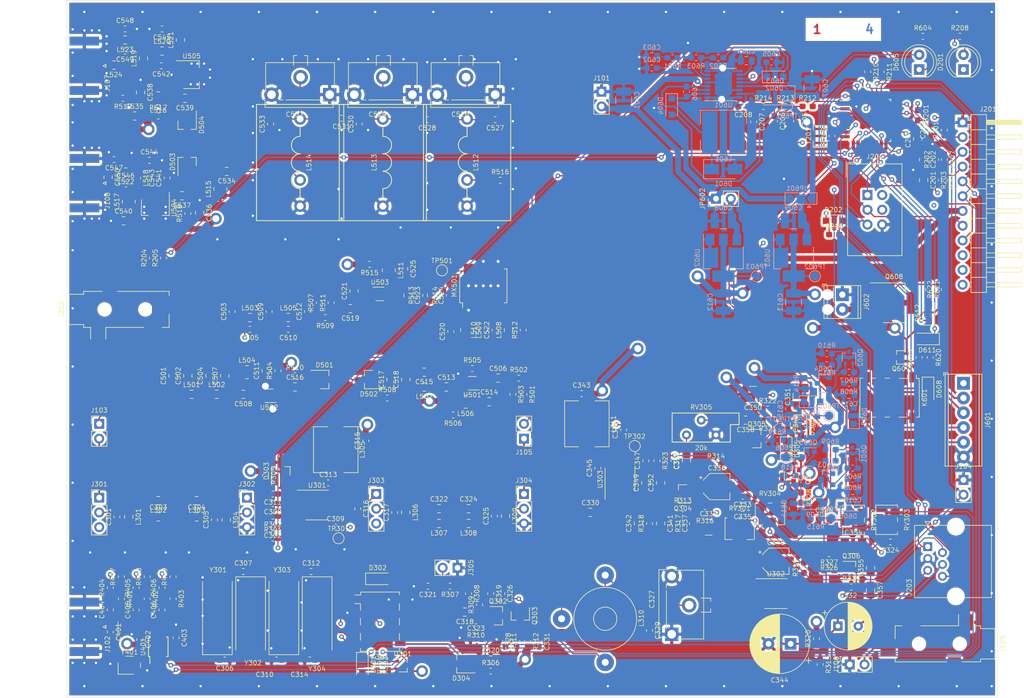
<source format=kicad_pcb>
(kicad_pcb (version 20171130) (host pcbnew 5.1.5)

  (general
    (thickness 1.6)
    (drawings 38)
    (tracks 1897)
    (zones 0)
    (modules 366)
    (nets 214)
  )

  (page A4)
  (layers
    (0 F.Cu signal)
    (1 In1.Cu signal hide)
    (2 In2.Cu signal)
    (31 B.Cu signal)
    (32 B.Adhes user hide)
    (33 F.Adhes user hide)
    (34 B.Paste user hide)
    (35 F.Paste user hide)
    (36 B.SilkS user hide)
    (37 F.SilkS user hide)
    (38 B.Mask user hide)
    (39 F.Mask user)
    (40 Dwgs.User user hide)
    (41 Cmts.User user hide)
    (42 Eco1.User user hide)
    (43 Eco2.User user hide)
    (44 Edge.Cuts user hide)
    (45 Margin user)
    (46 B.CrtYd user)
    (47 F.CrtYd user hide)
    (48 B.Fab user hide)
    (49 F.Fab user hide)
  )

  (setup
    (last_trace_width 0.3)
    (user_trace_width 0.2)
    (user_trace_width 0.3)
    (user_trace_width 1)
    (trace_clearance 0.2)
    (zone_clearance 0.8)
    (zone_45_only no)
    (trace_min 0.2)
    (via_size 0.8)
    (via_drill 0.4)
    (via_min_size 0.4)
    (via_min_drill 0.3)
    (user_via 0.8 0.4)
    (user_via 2 1.2)
    (uvia_size 0.3)
    (uvia_drill 0.1)
    (uvias_allowed no)
    (uvia_min_size 0.2)
    (uvia_min_drill 0.1)
    (edge_width 0.05)
    (segment_width 0.2)
    (pcb_text_width 0.3)
    (pcb_text_size 1.5 1.5)
    (mod_edge_width 0.1)
    (mod_text_size 0.8 0.8)
    (mod_text_width 0.1)
    (pad_size 1.524 1.524)
    (pad_drill 0.762)
    (pad_to_mask_clearance 0.051)
    (solder_mask_min_width 0.25)
    (aux_axis_origin 0 0)
    (visible_elements FFFFFF7F)
    (pcbplotparams
      (layerselection 0x010fc_ffffffff)
      (usegerberextensions false)
      (usegerberattributes false)
      (usegerberadvancedattributes false)
      (creategerberjobfile false)
      (excludeedgelayer true)
      (linewidth 0.100000)
      (plotframeref false)
      (viasonmask false)
      (mode 1)
      (useauxorigin false)
      (hpglpennumber 1)
      (hpglpenspeed 20)
      (hpglpendiameter 15.000000)
      (psnegative false)
      (psa4output false)
      (plotreference true)
      (plotvalue true)
      (plotinvisibletext false)
      (padsonsilk false)
      (subtractmaskfromsilk false)
      (outputformat 1)
      (mirror false)
      (drillshape 1)
      (scaleselection 1)
      (outputdirectory ""))
  )

  (net 0 "")
  (net 1 /Control/ENC_B)
  (net 2 GND)
  (net 3 /Control/ENC_A)
  (net 4 "Net-(C203-Pad2)")
  (net 5 +3V3)
  (net 6 "Net-(C205-Pad1)")
  (net 7 "Net-(C206-Pad1)")
  (net 8 "Net-(C207-Pad1)")
  (net 9 /Baseband/CW_TONE)
  (net 10 "Net-(C301-Pad2)")
  (net 11 "Net-(C302-Pad2)")
  (net 12 "Net-(C303-Pad2)")
  (net 13 "Net-(C304-Pad2)")
  (net 14 "Net-(C306-Pad2)")
  (net 15 "Net-(C307-Pad2)")
  (net 16 "Net-(C308-Pad2)")
  (net 17 "Net-(C308-Pad1)")
  (net 18 /Baseband/LO1)
  (net 19 "Net-(C309-Pad1)")
  (net 20 "Net-(C310-Pad2)")
  (net 21 "Net-(C311-Pad2)")
  (net 22 "Net-(C312-Pad2)")
  (net 23 "Net-(C313-Pad2)")
  (net 24 "Net-(C314-Pad2)")
  (net 25 +8V)
  (net 26 "Net-(C316-Pad2)")
  (net 27 "Net-(C316-Pad1)")
  (net 28 "Net-(C317-Pad2)")
  (net 29 "Net-(C318-Pad2)")
  (net 30 "Net-(C318-Pad1)")
  (net 31 /Baseband/CAG)
  (net 32 "Net-(C320-Pad2)")
  (net 33 "Net-(C320-Pad1)")
  (net 34 "Net-(C321-Pad1)")
  (net 35 "Net-(C322-Pad2)")
  (net 36 "Net-(C323-Pad2)")
  (net 37 "Net-(C324-Pad2)")
  (net 38 "Net-(C327-Pad2)")
  (net 39 "Net-(C328-Pad2)")
  (net 40 "Net-(C330-Pad2)")
  (net 41 "Net-(C330-Pad1)")
  (net 42 +8VRX)
  (net 43 /Baseband/SPKR)
  (net 44 "Net-(C332-Pad1)")
  (net 45 "Net-(C333-Pad2)")
  (net 46 "Net-(C333-Pad1)")
  (net 47 "Net-(C334-Pad2)")
  (net 48 "Net-(C336-Pad1)")
  (net 49 "Net-(C337-Pad2)")
  (net 50 "Net-(C337-Pad1)")
  (net 51 /Baseband/BFO)
  (net 52 "Net-(C338-Pad1)")
  (net 53 "Net-(C339-Pad1)")
  (net 54 "Net-(C340-Pad2)")
  (net 55 "Net-(C340-Pad1)")
  (net 56 "Net-(C342-Pad2)")
  (net 57 "Net-(C344-Pad1)")
  (net 58 "Net-(C345-Pad2)")
  (net 59 "Net-(C346-Pad2)")
  (net 60 "Net-(C347-Pad2)")
  (net 61 "Net-(C347-Pad1)")
  (net 62 "Net-(C348-Pad2)")
  (net 63 "Net-(C348-Pad1)")
  (net 64 "Net-(C351-Pad1)")
  (net 65 "Net-(C352-Pad2)")
  (net 66 "Net-(C353-Pad1)")
  (net 67 "Net-(C354-Pad1)")
  (net 68 "Net-(C355-Pad2)")
  (net 69 "Net-(C355-Pad1)")
  (net 70 "Net-(C356-Pad2)")
  (net 71 "Net-(C358-Pad2)")
  (net 72 "Net-(C358-Pad1)")
  (net 73 "Net-(C401-Pad2)")
  (net 74 /Clock/REF_25MHz)
  (net 75 "Net-(C404-Pad2)")
  (net 76 "Net-(C404-Pad1)")
  (net 77 "Net-(C405-Pad2)")
  (net 78 "Net-(C405-Pad1)")
  (net 79 "Net-(C406-Pad2)")
  (net 80 "Net-(C406-Pad1)")
  (net 81 /HF_RX)
  (net 82 "Net-(C501-Pad1)")
  (net 83 /VHF_LO)
  (net 84 "Net-(C504-Pad1)")
  (net 85 "Net-(C505-Pad1)")
  (net 86 "Net-(C506-Pad2)")
  (net 87 "Net-(C506-Pad1)")
  (net 88 "Net-(C507-Pad1)")
  (net 89 "Net-(C508-Pad1)")
  (net 90 "Net-(C510-Pad1)")
  (net 91 "Net-(C511-Pad1)")
  (net 92 "Net-(C513-Pad2)")
  (net 93 "Net-(C513-Pad1)")
  (net 94 "Net-(C514-Pad1)")
  (net 95 "Net-(C516-Pad2)")
  (net 96 "Net-(C516-Pad1)")
  (net 97 "Net-(C517-Pad2)")
  (net 98 "Net-(C517-Pad1)")
  (net 99 "Net-(C519-Pad2)")
  (net 100 "Net-(C519-Pad1)")
  (net 101 "Net-(C520-Pad1)")
  (net 102 "Net-(C522-Pad2)")
  (net 103 "Net-(C522-Pad1)")
  (net 104 "Net-(C523-Pad2)")
  (net 105 "Net-(C523-Pad1)")
  (net 106 "Net-(C524-Pad2)")
  (net 107 "Net-(C524-Pad1)")
  (net 108 "Net-(C525-Pad1)")
  (net 109 "Net-(C526-Pad2)")
  (net 110 "Net-(C528-Pad2)")
  (net 111 "Net-(C531-Pad2)")
  (net 112 "Net-(C534-Pad2)")
  (net 113 "Net-(C534-Pad1)")
  (net 114 +5RX)
  (net 115 +5TX)
  (net 116 "Net-(C537-Pad2)")
  (net 117 "Net-(C537-Pad1)")
  (net 118 "Net-(C538-Pad2)")
  (net 119 "Net-(C539-Pad2)")
  (net 120 "Net-(C539-Pad1)")
  (net 121 "Net-(C541-Pad1)")
  (net 122 "Net-(C542-Pad2)")
  (net 123 "Net-(C542-Pad1)")
  (net 124 "Net-(C543-Pad1)")
  (net 125 "Net-(C545-Pad1)")
  (net 126 "Net-(C546-Pad1)")
  (net 127 "Net-(C548-Pad1)")
  (net 128 "Net-(C549-Pad2)")
  (net 129 "Net-(C549-Pad1)")
  (net 130 /VHF_TX)
  (net 131 +12V)
  (net 132 "Net-(C602-Pad1)")
  (net 133 "Net-(C603-Pad1)")
  (net 134 "Net-(C604-Pad1)")
  (net 135 "Net-(C605-Pad2)")
  (net 136 "Net-(C606-Pad2)")
  (net 137 "Net-(C606-Pad1)")
  (net 138 "Net-(C608-Pad1)")
  (net 139 "Net-(C609-Pad1)")
  (net 140 "Net-(C610-Pad2)")
  (net 141 "Net-(C611-Pad2)")
  (net 142 +5VA)
  (net 143 "Net-(C614-Pad1)")
  (net 144 "Net-(C615-Pad1)")
  (net 145 "Net-(D201-Pad2)")
  (net 146 /Control/D6_PWM)
  (net 147 /Control/RESETn)
  (net 148 "Net-(D301-Pad2)")
  (net 149 /Control/SEQ0n)
  (net 150 "Net-(D302-Pad1)")
  (net 151 "Net-(D603-Pad2)")
  (net 152 "Net-(D605-Pad1)")
  (net 153 "Net-(D608-Pad1)")
  (net 154 "Net-(D611-Pad2)")
  (net 155 /Control/SEQ2n)
  (net 156 /Baseband/METER)
  (net 157 /HF_TX)
  (net 158 /VHF_RX)
  (net 159 /Control/BTN0)
  (net 160 /Control/BTN1)
  (net 161 /Control/BTN2)
  (net 162 /Control/BTN3)
  (net 163 SDA)
  (net 164 SCL)
  (net 165 "Net-(J201-Pad4)")
  (net 166 "Net-(J201-Pad3)")
  (net 167 "Net-(J201-Pad2)")
  (net 168 "Net-(J202-PadT)")
  (net 169 "Net-(J202-PadR)")
  (net 170 /Control/MIC_SW2)
  (net 171 /Baseband/MIC)
  (net 172 /Control/MIC_SW1)
  (net 173 +8VTX)
  (net 174 "Net-(J601-Pad5)")
  (net 175 "Net-(J601-Pad4)")
  (net 176 "Net-(J601-Pad3)")
  (net 177 "Net-(J601-Pad2)")
  (net 178 "Net-(K301-Pad2)")
  (net 179 "Net-(K301-Pad4)")
  (net 180 "Net-(L512-Pad2)")
  (net 181 "Net-(L520-Pad2)")
  (net 182 "Net-(MX501-Pad3)")
  (net 183 "Net-(MX501-Pad6)")
  (net 184 "Net-(Q301-Pad1)")
  (net 185 "Net-(Q302-Pad3)")
  (net 186 "Net-(Q307-Pad2)")
  (net 187 "Net-(Q307-Pad1)")
  (net 188 "Net-(Q601-Pad3)")
  (net 189 "Net-(Q601-Pad1)")
  (net 190 "Net-(Q602-Pad3)")
  (net 191 "Net-(Q602-Pad1)")
  (net 192 "Net-(Q603-Pad1)")
  (net 193 "Net-(Q604-Pad1)")
  (net 194 "Net-(Q607-Pad1)")
  (net 195 /Control/ENC_BTN)
  (net 196 /Control/CW_INPUT)
  (net 197 /Control/XTAL1)
  (net 198 /Control/XTAL2)
  (net 199 /Control/D3_PWM)
  (net 200 /Baseband/CW_KEYn)
  (net 201 "Net-(R319-Pad1)")
  (net 202 "Net-(R324-Pad1)")
  (net 203 /Baseband/MUTE_SPKR)
  (net 204 "Net-(R602-Pad1)")
  (net 205 "Net-(U401-Pad3)")
  (net 206 /IF_RX)
  (net 207 /IF_TX)
  (net 208 /Control/SEQ1n)
  (net 209 "Net-(J106-Pad2)")
  (net 210 /AF_OUT)
  (net 211 "Net-(D612-Pad2)")
  (net 212 "Net-(J602-Pad2)")
  (net 213 "Net-(Q608-Pad1)")

  (net_class Default "This is the default net class."
    (clearance 0.2)
    (trace_width 0.2)
    (via_dia 0.8)
    (via_drill 0.4)
    (uvia_dia 0.3)
    (uvia_drill 0.1)
    (add_net /AF_OUT)
    (add_net /Baseband/BFO)
    (add_net /Baseband/CAG)
    (add_net /Baseband/CW_KEYn)
    (add_net /Baseband/CW_TONE)
    (add_net /Baseband/LO1)
    (add_net /Baseband/METER)
    (add_net /Baseband/MIC)
    (add_net /Baseband/MUTE_SPKR)
    (add_net /Baseband/SPKR)
    (add_net /Clock/REF_25MHz)
    (add_net /Control/A0)
    (add_net /Control/A2)
    (add_net /Control/BTN0)
    (add_net /Control/BTN1)
    (add_net /Control/BTN2)
    (add_net /Control/BTN3)
    (add_net /Control/CW_INPUT)
    (add_net /Control/D3_PWM)
    (add_net /Control/D6_PWM)
    (add_net /Control/ENC_A)
    (add_net /Control/ENC_B)
    (add_net /Control/ENC_BTN)
    (add_net /Control/MIC_SW1)
    (add_net /Control/MIC_SW2)
    (add_net /Control/RESETn)
    (add_net /Control/SEQ0n)
    (add_net /Control/SEQ1n)
    (add_net /Control/SEQ2n)
    (add_net /Control/XTAL1)
    (add_net /Control/XTAL2)
    (add_net /HF_RX)
    (add_net /HF_TX)
    (add_net /IF_RX)
    (add_net /IF_TX)
    (add_net /VHF_LO)
    (add_net /VHF_RX)
    (add_net /VHF_TX)
    (add_net "Net-(C203-Pad2)")
    (add_net "Net-(C205-Pad1)")
    (add_net "Net-(C206-Pad1)")
    (add_net "Net-(C207-Pad1)")
    (add_net "Net-(C301-Pad2)")
    (add_net "Net-(C302-Pad2)")
    (add_net "Net-(C303-Pad2)")
    (add_net "Net-(C304-Pad2)")
    (add_net "Net-(C306-Pad2)")
    (add_net "Net-(C307-Pad2)")
    (add_net "Net-(C308-Pad1)")
    (add_net "Net-(C308-Pad2)")
    (add_net "Net-(C309-Pad1)")
    (add_net "Net-(C310-Pad2)")
    (add_net "Net-(C311-Pad2)")
    (add_net "Net-(C312-Pad2)")
    (add_net "Net-(C313-Pad2)")
    (add_net "Net-(C314-Pad2)")
    (add_net "Net-(C316-Pad1)")
    (add_net "Net-(C316-Pad2)")
    (add_net "Net-(C317-Pad2)")
    (add_net "Net-(C318-Pad1)")
    (add_net "Net-(C318-Pad2)")
    (add_net "Net-(C320-Pad1)")
    (add_net "Net-(C320-Pad2)")
    (add_net "Net-(C321-Pad1)")
    (add_net "Net-(C322-Pad2)")
    (add_net "Net-(C323-Pad2)")
    (add_net "Net-(C324-Pad2)")
    (add_net "Net-(C327-Pad2)")
    (add_net "Net-(C328-Pad2)")
    (add_net "Net-(C330-Pad1)")
    (add_net "Net-(C330-Pad2)")
    (add_net "Net-(C332-Pad1)")
    (add_net "Net-(C333-Pad1)")
    (add_net "Net-(C333-Pad2)")
    (add_net "Net-(C334-Pad2)")
    (add_net "Net-(C336-Pad1)")
    (add_net "Net-(C337-Pad1)")
    (add_net "Net-(C337-Pad2)")
    (add_net "Net-(C338-Pad1)")
    (add_net "Net-(C339-Pad1)")
    (add_net "Net-(C340-Pad1)")
    (add_net "Net-(C340-Pad2)")
    (add_net "Net-(C342-Pad2)")
    (add_net "Net-(C344-Pad1)")
    (add_net "Net-(C345-Pad2)")
    (add_net "Net-(C346-Pad2)")
    (add_net "Net-(C347-Pad1)")
    (add_net "Net-(C347-Pad2)")
    (add_net "Net-(C348-Pad1)")
    (add_net "Net-(C348-Pad2)")
    (add_net "Net-(C351-Pad1)")
    (add_net "Net-(C352-Pad2)")
    (add_net "Net-(C353-Pad1)")
    (add_net "Net-(C354-Pad1)")
    (add_net "Net-(C355-Pad1)")
    (add_net "Net-(C355-Pad2)")
    (add_net "Net-(C356-Pad2)")
    (add_net "Net-(C358-Pad1)")
    (add_net "Net-(C358-Pad2)")
    (add_net "Net-(C401-Pad2)")
    (add_net "Net-(C404-Pad1)")
    (add_net "Net-(C404-Pad2)")
    (add_net "Net-(C405-Pad1)")
    (add_net "Net-(C405-Pad2)")
    (add_net "Net-(C406-Pad1)")
    (add_net "Net-(C406-Pad2)")
    (add_net "Net-(C501-Pad1)")
    (add_net "Net-(C504-Pad1)")
    (add_net "Net-(C505-Pad1)")
    (add_net "Net-(C506-Pad1)")
    (add_net "Net-(C506-Pad2)")
    (add_net "Net-(C507-Pad1)")
    (add_net "Net-(C508-Pad1)")
    (add_net "Net-(C510-Pad1)")
    (add_net "Net-(C511-Pad1)")
    (add_net "Net-(C513-Pad1)")
    (add_net "Net-(C513-Pad2)")
    (add_net "Net-(C514-Pad1)")
    (add_net "Net-(C516-Pad1)")
    (add_net "Net-(C516-Pad2)")
    (add_net "Net-(C517-Pad1)")
    (add_net "Net-(C517-Pad2)")
    (add_net "Net-(C519-Pad1)")
    (add_net "Net-(C519-Pad2)")
    (add_net "Net-(C520-Pad1)")
    (add_net "Net-(C522-Pad1)")
    (add_net "Net-(C522-Pad2)")
    (add_net "Net-(C523-Pad1)")
    (add_net "Net-(C523-Pad2)")
    (add_net "Net-(C524-Pad1)")
    (add_net "Net-(C524-Pad2)")
    (add_net "Net-(C525-Pad1)")
    (add_net "Net-(C526-Pad2)")
    (add_net "Net-(C528-Pad2)")
    (add_net "Net-(C531-Pad2)")
    (add_net "Net-(C534-Pad1)")
    (add_net "Net-(C534-Pad2)")
    (add_net "Net-(C537-Pad1)")
    (add_net "Net-(C537-Pad2)")
    (add_net "Net-(C538-Pad2)")
    (add_net "Net-(C539-Pad1)")
    (add_net "Net-(C539-Pad2)")
    (add_net "Net-(C541-Pad1)")
    (add_net "Net-(C542-Pad1)")
    (add_net "Net-(C542-Pad2)")
    (add_net "Net-(C543-Pad1)")
    (add_net "Net-(C545-Pad1)")
    (add_net "Net-(C546-Pad1)")
    (add_net "Net-(C548-Pad1)")
    (add_net "Net-(C549-Pad1)")
    (add_net "Net-(C549-Pad2)")
    (add_net "Net-(C602-Pad1)")
    (add_net "Net-(C603-Pad1)")
    (add_net "Net-(C604-Pad1)")
    (add_net "Net-(C605-Pad2)")
    (add_net "Net-(C606-Pad1)")
    (add_net "Net-(C606-Pad2)")
    (add_net "Net-(C608-Pad1)")
    (add_net "Net-(C609-Pad1)")
    (add_net "Net-(C610-Pad2)")
    (add_net "Net-(C611-Pad2)")
    (add_net "Net-(C614-Pad1)")
    (add_net "Net-(C615-Pad1)")
    (add_net "Net-(D201-Pad2)")
    (add_net "Net-(D301-Pad2)")
    (add_net "Net-(D302-Pad1)")
    (add_net "Net-(D603-Pad2)")
    (add_net "Net-(D605-Pad1)")
    (add_net "Net-(D608-Pad1)")
    (add_net "Net-(D611-Pad2)")
    (add_net "Net-(D612-Pad2)")
    (add_net "Net-(J106-Pad2)")
    (add_net "Net-(J109-PadR)")
    (add_net "Net-(J201-Pad2)")
    (add_net "Net-(J201-Pad3)")
    (add_net "Net-(J201-Pad4)")
    (add_net "Net-(J202-PadR)")
    (add_net "Net-(J202-PadT)")
    (add_net "Net-(J202-PadTN)")
    (add_net "Net-(J601-Pad2)")
    (add_net "Net-(J601-Pad3)")
    (add_net "Net-(J601-Pad4)")
    (add_net "Net-(J601-Pad5)")
    (add_net "Net-(J602-Pad2)")
    (add_net "Net-(K301-Pad2)")
    (add_net "Net-(K301-Pad4)")
    (add_net "Net-(L512-Pad2)")
    (add_net "Net-(L520-Pad2)")
    (add_net "Net-(MX501-Pad3)")
    (add_net "Net-(MX501-Pad6)")
    (add_net "Net-(Q301-Pad1)")
    (add_net "Net-(Q302-Pad3)")
    (add_net "Net-(Q307-Pad1)")
    (add_net "Net-(Q307-Pad2)")
    (add_net "Net-(Q601-Pad1)")
    (add_net "Net-(Q601-Pad3)")
    (add_net "Net-(Q602-Pad1)")
    (add_net "Net-(Q602-Pad3)")
    (add_net "Net-(Q603-Pad1)")
    (add_net "Net-(Q604-Pad1)")
    (add_net "Net-(Q607-Pad1)")
    (add_net "Net-(Q608-Pad1)")
    (add_net "Net-(R319-Pad1)")
    (add_net "Net-(R324-Pad1)")
    (add_net "Net-(R602-Pad1)")
    (add_net "Net-(U301-Pad7)")
    (add_net "Net-(U302-Pad7)")
    (add_net "Net-(U303-Pad7)")
    (add_net "Net-(U401-Pad3)")
    (add_net SCL)
    (add_net SDA)
  )

  (net_class Power ""
    (clearance 0.2)
    (trace_width 1)
    (via_dia 2)
    (via_drill 1.2)
    (uvia_dia 0.3)
    (uvia_drill 0.1)
    (add_net +12V)
    (add_net +3V3)
    (add_net +5RX)
    (add_net +5TX)
    (add_net +5VA)
    (add_net +8V)
    (add_net +8VRX)
    (add_net +8VTX)
    (add_net GND)
  )

  (module Diode_SMD:D_SOD-123F (layer F.Cu) (tedit 587F7769) (tstamp 5E65AA9B)
    (at 178.181 83.693 90)
    (descr D_SOD-123F)
    (tags D_SOD-123F)
    (path /5E2DC494/5E66CC0F)
    (attr smd)
    (fp_text reference D612 (at -0.127 -1.905 90) (layer F.SilkS)
      (effects (font (size 0.8 0.8) (thickness 0.1)))
    )
    (fp_text value 1N4148W (at 0 2.1 90) (layer F.Fab)
      (effects (font (size 0.8 0.8) (thickness 0.1)))
    )
    (fp_line (start -2.2 -1) (end 1.65 -1) (layer F.SilkS) (width 0.12))
    (fp_line (start -2.2 1) (end 1.65 1) (layer F.SilkS) (width 0.12))
    (fp_line (start -2.2 -1.15) (end -2.2 1.15) (layer F.CrtYd) (width 0.05))
    (fp_line (start 2.2 1.15) (end -2.2 1.15) (layer F.CrtYd) (width 0.05))
    (fp_line (start 2.2 -1.15) (end 2.2 1.15) (layer F.CrtYd) (width 0.05))
    (fp_line (start -2.2 -1.15) (end 2.2 -1.15) (layer F.CrtYd) (width 0.05))
    (fp_line (start -1.4 -0.9) (end 1.4 -0.9) (layer F.Fab) (width 0.1))
    (fp_line (start 1.4 -0.9) (end 1.4 0.9) (layer F.Fab) (width 0.1))
    (fp_line (start 1.4 0.9) (end -1.4 0.9) (layer F.Fab) (width 0.1))
    (fp_line (start -1.4 0.9) (end -1.4 -0.9) (layer F.Fab) (width 0.1))
    (fp_line (start -0.75 0) (end -0.35 0) (layer F.Fab) (width 0.1))
    (fp_line (start -0.35 0) (end -0.35 -0.55) (layer F.Fab) (width 0.1))
    (fp_line (start -0.35 0) (end -0.35 0.55) (layer F.Fab) (width 0.1))
    (fp_line (start -0.35 0) (end 0.25 -0.4) (layer F.Fab) (width 0.1))
    (fp_line (start 0.25 -0.4) (end 0.25 0.4) (layer F.Fab) (width 0.1))
    (fp_line (start 0.25 0.4) (end -0.35 0) (layer F.Fab) (width 0.1))
    (fp_line (start 0.25 0) (end 0.75 0) (layer F.Fab) (width 0.1))
    (fp_line (start -2.2 -1) (end -2.2 1) (layer F.SilkS) (width 0.12))
    (fp_text user %R (at -0.127 -1.905 90) (layer F.Fab)
      (effects (font (size 0.8 0.8) (thickness 0.1)))
    )
    (pad 2 smd rect (at 1.4 0 90) (size 1.1 1.1) (layers F.Cu F.Paste F.Mask)
      (net 211 "Net-(D612-Pad2)"))
    (pad 1 smd rect (at -1.4 0 90) (size 1.1 1.1) (layers F.Cu F.Paste F.Mask)
      (net 208 /Control/SEQ1n))
    (model ${KISYS3DMOD}/Diode_SMD.3dshapes/D_SOD-123F.wrl
      (at (xyz 0 0 0))
      (scale (xyz 1 1 1))
      (rotate (xyz 0 0 0))
    )
  )

  (module Package_TO_SOT_SMD:SOT-223-3_TabPin2 (layer F.Cu) (tedit 5A02FF57) (tstamp 5E65B83E)
    (at 172.212 82.042)
    (descr "module CMS SOT223 4 pins")
    (tags "CMS SOT")
    (path /5E2DC494/5E6AE5BD)
    (attr smd)
    (fp_text reference Q608 (at 0 -4.5) (layer F.SilkS)
      (effects (font (size 0.8 0.8) (thickness 0.1)))
    )
    (fp_text value BCP52-16 (at 0 4.5) (layer F.Fab)
      (effects (font (size 0.8 0.8) (thickness 0.1)))
    )
    (fp_line (start 1.85 -3.35) (end 1.85 3.35) (layer F.Fab) (width 0.1))
    (fp_line (start -1.85 3.35) (end 1.85 3.35) (layer F.Fab) (width 0.1))
    (fp_line (start -4.1 -3.41) (end 1.91 -3.41) (layer F.SilkS) (width 0.12))
    (fp_line (start -0.85 -3.35) (end 1.85 -3.35) (layer F.Fab) (width 0.1))
    (fp_line (start -1.85 3.41) (end 1.91 3.41) (layer F.SilkS) (width 0.12))
    (fp_line (start -1.85 -2.35) (end -1.85 3.35) (layer F.Fab) (width 0.1))
    (fp_line (start -1.85 -2.35) (end -0.85 -3.35) (layer F.Fab) (width 0.1))
    (fp_line (start -4.4 -3.6) (end -4.4 3.6) (layer F.CrtYd) (width 0.05))
    (fp_line (start -4.4 3.6) (end 4.4 3.6) (layer F.CrtYd) (width 0.05))
    (fp_line (start 4.4 3.6) (end 4.4 -3.6) (layer F.CrtYd) (width 0.05))
    (fp_line (start 4.4 -3.6) (end -4.4 -3.6) (layer F.CrtYd) (width 0.05))
    (fp_line (start 1.91 -3.41) (end 1.91 -2.15) (layer F.SilkS) (width 0.12))
    (fp_line (start 1.91 3.41) (end 1.91 2.15) (layer F.SilkS) (width 0.12))
    (fp_text user %R (at 0 0 90) (layer F.Fab)
      (effects (font (size 0.8 0.8) (thickness 0.1)))
    )
    (pad 1 smd rect (at -3.15 -2.3) (size 2 1.5) (layers F.Cu F.Paste F.Mask)
      (net 213 "Net-(Q608-Pad1)"))
    (pad 3 smd rect (at -3.15 2.3) (size 2 1.5) (layers F.Cu F.Paste F.Mask)
      (net 131 +12V))
    (pad 2 smd rect (at -3.15 0) (size 2 1.5) (layers F.Cu F.Paste F.Mask)
      (net 212 "Net-(J602-Pad2)"))
    (pad 2 smd rect (at 3.15 0) (size 2 3.8) (layers F.Cu F.Paste F.Mask)
      (net 212 "Net-(J602-Pad2)"))
    (model ${KISYS3DMOD}/Package_TO_SOT_SMD.3dshapes/SOT-223.wrl
      (at (xyz 0 0 0))
      (scale (xyz 1 1 1))
      (rotate (xyz 0 0 0))
    )
  )

  (module TerminalBlock_Phoenix:TerminalBlock_Phoenix_MPT-0,5-2-2.54_1x02_P2.54mm_Horizontal (layer F.Cu) (tedit 5B294F98) (tstamp 5E65B00A)
    (at 163.322 80.645 270)
    (descr "Terminal Block Phoenix MPT-0,5-2-2.54, 2 pins, pitch 2.54mm, size 5.54x6.2mm^2, drill diamater 1.1mm, pad diameter 2.2mm, see http://www.mouser.com/ds/2/324/ItemDetail_1725656-920552.pdf, script-generated using https://github.com/pointhi/kicad-footprint-generator/scripts/TerminalBlock_Phoenix")
    (tags "THT Terminal Block Phoenix MPT-0,5-2-2.54 pitch 2.54mm size 5.54x6.2mm^2 drill 1.1mm pad 2.2mm")
    (path /5E2DC494/5E66CC32)
    (fp_text reference J602 (at 1.27 -4.16 90) (layer F.SilkS)
      (effects (font (size 0.8 0.8) (thickness 0.1)))
    )
    (fp_text value "SEQ PA" (at 1.27 4.16 90) (layer F.Fab)
      (effects (font (size 0.8 0.8) (thickness 0.1)))
    )
    (fp_text user %R (at 1.27 2 90) (layer F.Fab)
      (effects (font (size 0.8 0.8) (thickness 0.1)))
    )
    (fp_line (start 4.54 -3.6) (end -2 -3.6) (layer F.CrtYd) (width 0.05))
    (fp_line (start 4.54 3.6) (end 4.54 -3.6) (layer F.CrtYd) (width 0.05))
    (fp_line (start -2 3.6) (end 4.54 3.6) (layer F.CrtYd) (width 0.05))
    (fp_line (start -2 -3.6) (end -2 3.6) (layer F.CrtYd) (width 0.05))
    (fp_line (start -1.8 3.4) (end -1.3 3.4) (layer F.SilkS) (width 0.12))
    (fp_line (start -1.8 2.66) (end -1.8 3.4) (layer F.SilkS) (width 0.12))
    (fp_line (start 3.241 -0.835) (end 1.706 0.7) (layer F.Fab) (width 0.1))
    (fp_line (start 3.375 -0.7) (end 1.84 0.835) (layer F.Fab) (width 0.1))
    (fp_line (start 0.701 -0.835) (end -0.835 0.7) (layer F.Fab) (width 0.1))
    (fp_line (start 0.835 -0.7) (end -0.701 0.835) (layer F.Fab) (width 0.1))
    (fp_line (start 4.1 -3.16) (end 4.1 3.16) (layer F.SilkS) (width 0.12))
    (fp_line (start -1.56 -3.16) (end -1.56 3.16) (layer F.SilkS) (width 0.12))
    (fp_line (start 3.33 3.16) (end 4.1 3.16) (layer F.SilkS) (width 0.12))
    (fp_line (start 0.79 3.16) (end 1.75 3.16) (layer F.SilkS) (width 0.12))
    (fp_line (start -1.56 3.16) (end -0.79 3.16) (layer F.SilkS) (width 0.12))
    (fp_line (start -1.56 -3.16) (end 4.1 -3.16) (layer F.SilkS) (width 0.12))
    (fp_line (start -1.56 -2.7) (end 4.1 -2.7) (layer F.SilkS) (width 0.12))
    (fp_line (start -1.5 -2.7) (end 4.04 -2.7) (layer F.Fab) (width 0.1))
    (fp_line (start 3.33 2.6) (end 4.1 2.6) (layer F.SilkS) (width 0.12))
    (fp_line (start 0.79 2.6) (end 1.75 2.6) (layer F.SilkS) (width 0.12))
    (fp_line (start -1.56 2.6) (end -0.79 2.6) (layer F.SilkS) (width 0.12))
    (fp_line (start -1.5 2.6) (end 4.04 2.6) (layer F.Fab) (width 0.1))
    (fp_line (start -1.5 2.6) (end -1.5 -3.1) (layer F.Fab) (width 0.1))
    (fp_line (start -1 3.1) (end -1.5 2.6) (layer F.Fab) (width 0.1))
    (fp_line (start 4.04 3.1) (end -1 3.1) (layer F.Fab) (width 0.1))
    (fp_line (start 4.04 -3.1) (end 4.04 3.1) (layer F.Fab) (width 0.1))
    (fp_line (start -1.5 -3.1) (end 4.04 -3.1) (layer F.Fab) (width 0.1))
    (fp_circle (center 2.54 0) (end 3.64 0) (layer F.Fab) (width 0.1))
    (fp_circle (center 0 0) (end 1.1 0) (layer F.Fab) (width 0.1))
    (pad "" np_thru_hole circle (at 2.54 2.54 270) (size 1.1 1.1) (drill 1.1) (layers *.Cu *.Mask))
    (pad 2 thru_hole circle (at 2.54 0 270) (size 2.2 2.2) (drill 1.1) (layers *.Cu *.Mask)
      (net 212 "Net-(J602-Pad2)"))
    (pad "" np_thru_hole circle (at 0 2.54 270) (size 1.1 1.1) (drill 1.1) (layers *.Cu *.Mask))
    (pad 1 thru_hole rect (at 0 0 270) (size 2.2 2.2) (drill 1.1) (layers *.Cu *.Mask)
      (net 2 GND))
    (model ${KISYS3DMOD}/TerminalBlock_Phoenix.3dshapes/TerminalBlock_Phoenix_MPT-0,5-2-2.54_1x02_P2.54mm_Horizontal.wrl
      (at (xyz 0 0 0))
      (scale (xyz 1 1 1))
      (rotate (xyz 0 0 0))
    )
  )

  (module Resistor_SMD:R_0603_1608Metric_Pad1.05x0.95mm_HandSolder (layer F.Cu) (tedit 5B301BBD) (tstamp 5E65C38F)
    (at 178.181 79.756 270)
    (descr "Resistor SMD 0603 (1608 Metric), square (rectangular) end terminal, IPC_7351 nominal with elongated pad for handsoldering. (Body size source: http://www.tortai-tech.com/upload/download/2011102023233369053.pdf), generated with kicad-footprint-generator")
    (tags "resistor handsolder")
    (path /5E2DC494/5E66CC07)
    (attr smd)
    (fp_text reference R621 (at 0 -1.43 90) (layer F.SilkS)
      (effects (font (size 0.8 0.8) (thickness 0.1)))
    )
    (fp_text value 1k (at 0 1.43 90) (layer F.Fab)
      (effects (font (size 0.8 0.8) (thickness 0.1)))
    )
    (fp_text user %R (at 0 0 90) (layer F.Fab)
      (effects (font (size 0.8 0.8) (thickness 0.1)))
    )
    (fp_line (start 1.65 0.73) (end -1.65 0.73) (layer F.CrtYd) (width 0.05))
    (fp_line (start 1.65 -0.73) (end 1.65 0.73) (layer F.CrtYd) (width 0.05))
    (fp_line (start -1.65 -0.73) (end 1.65 -0.73) (layer F.CrtYd) (width 0.05))
    (fp_line (start -1.65 0.73) (end -1.65 -0.73) (layer F.CrtYd) (width 0.05))
    (fp_line (start -0.171267 0.51) (end 0.171267 0.51) (layer F.SilkS) (width 0.12))
    (fp_line (start -0.171267 -0.51) (end 0.171267 -0.51) (layer F.SilkS) (width 0.12))
    (fp_line (start 0.8 0.4) (end -0.8 0.4) (layer F.Fab) (width 0.1))
    (fp_line (start 0.8 -0.4) (end 0.8 0.4) (layer F.Fab) (width 0.1))
    (fp_line (start -0.8 -0.4) (end 0.8 -0.4) (layer F.Fab) (width 0.1))
    (fp_line (start -0.8 0.4) (end -0.8 -0.4) (layer F.Fab) (width 0.1))
    (pad 2 smd roundrect (at 0.875 0 270) (size 1.05 0.95) (layers F.Cu F.Paste F.Mask) (roundrect_rratio 0.25)
      (net 211 "Net-(D612-Pad2)"))
    (pad 1 smd roundrect (at -0.875 0 270) (size 1.05 0.95) (layers F.Cu F.Paste F.Mask) (roundrect_rratio 0.25)
      (net 213 "Net-(Q608-Pad1)"))
    (model ${KISYS3DMOD}/Resistor_SMD.3dshapes/R_0603_1608Metric.wrl
      (at (xyz 0 0 0))
      (scale (xyz 1 1 1))
      (rotate (xyz 0 0 0))
    )
  )

  (module Resistor_SMD:R_0603_1608Metric_Pad1.05x0.95mm_HandSolder (layer F.Cu) (tedit 5B301BBD) (tstamp 5E65C3A0)
    (at 179.832 79.756 90)
    (descr "Resistor SMD 0603 (1608 Metric), square (rectangular) end terminal, IPC_7351 nominal with elongated pad for handsoldering. (Body size source: http://www.tortai-tech.com/upload/download/2011102023233369053.pdf), generated with kicad-footprint-generator")
    (tags "resistor handsolder")
    (path /5E2DC494/5E66CC1B)
    (attr smd)
    (fp_text reference R622 (at 0 -1.43 90) (layer F.SilkS)
      (effects (font (size 0.8 0.8) (thickness 0.1)))
    )
    (fp_text value 10k (at 0 1.43 90) (layer F.Fab)
      (effects (font (size 0.8 0.8) (thickness 0.1)))
    )
    (fp_text user %R (at 0 0 90) (layer F.Fab)
      (effects (font (size 0.8 0.8) (thickness 0.1)))
    )
    (fp_line (start 1.65 0.73) (end -1.65 0.73) (layer F.CrtYd) (width 0.05))
    (fp_line (start 1.65 -0.73) (end 1.65 0.73) (layer F.CrtYd) (width 0.05))
    (fp_line (start -1.65 -0.73) (end 1.65 -0.73) (layer F.CrtYd) (width 0.05))
    (fp_line (start -1.65 0.73) (end -1.65 -0.73) (layer F.CrtYd) (width 0.05))
    (fp_line (start -0.171267 0.51) (end 0.171267 0.51) (layer F.SilkS) (width 0.12))
    (fp_line (start -0.171267 -0.51) (end 0.171267 -0.51) (layer F.SilkS) (width 0.12))
    (fp_line (start 0.8 0.4) (end -0.8 0.4) (layer F.Fab) (width 0.1))
    (fp_line (start 0.8 -0.4) (end 0.8 0.4) (layer F.Fab) (width 0.1))
    (fp_line (start -0.8 -0.4) (end 0.8 -0.4) (layer F.Fab) (width 0.1))
    (fp_line (start -0.8 0.4) (end -0.8 -0.4) (layer F.Fab) (width 0.1))
    (pad 2 smd roundrect (at 0.875 0 90) (size 1.05 0.95) (layers F.Cu F.Paste F.Mask) (roundrect_rratio 0.25)
      (net 213 "Net-(Q608-Pad1)"))
    (pad 1 smd roundrect (at -0.875 0 90) (size 1.05 0.95) (layers F.Cu F.Paste F.Mask) (roundrect_rratio 0.25)
      (net 131 +12V))
    (model ${KISYS3DMOD}/Resistor_SMD.3dshapes/R_0603_1608Metric.wrl
      (at (xyz 0 0 0))
      (scale (xyz 1 1 1))
      (rotate (xyz 0 0 0))
    )
  )

  (module LED_THT:LED_D5.0mm (layer F.Cu) (tedit 5995936A) (tstamp 5E581AB7)
    (at 176.53 41.91 90)
    (descr "LED, diameter 5.0mm, 2 pins, http://cdn-reichelt.de/documents/datenblatt/A500/LL-504BC2E-009.pdf")
    (tags "LED diameter 5.0mm 2 pins")
    (path /5E2DC494/5D86AD14)
    (fp_text reference D605 (at 1.27 -3.96 90) (layer F.SilkS)
      (effects (font (size 0.8 0.8) (thickness 0.1)))
    )
    (fp_text value LED_PWR (at 1.27 3.96 90) (layer F.Fab)
      (effects (font (size 0.8 0.8) (thickness 0.1)))
    )
    (fp_text user %R (at 1.25 0 90) (layer F.Fab)
      (effects (font (size 0.8 0.8) (thickness 0.1)))
    )
    (fp_line (start 4.5 -3.25) (end -1.95 -3.25) (layer F.CrtYd) (width 0.05))
    (fp_line (start 4.5 3.25) (end 4.5 -3.25) (layer F.CrtYd) (width 0.05))
    (fp_line (start -1.95 3.25) (end 4.5 3.25) (layer F.CrtYd) (width 0.05))
    (fp_line (start -1.95 -3.25) (end -1.95 3.25) (layer F.CrtYd) (width 0.05))
    (fp_line (start -1.29 -1.545) (end -1.29 1.545) (layer F.SilkS) (width 0.12))
    (fp_line (start -1.23 -1.469694) (end -1.23 1.469694) (layer F.Fab) (width 0.1))
    (fp_circle (center 1.27 0) (end 3.77 0) (layer F.SilkS) (width 0.12))
    (fp_circle (center 1.27 0) (end 3.77 0) (layer F.Fab) (width 0.1))
    (fp_arc (start 1.27 0) (end -1.29 1.54483) (angle -148.9) (layer F.SilkS) (width 0.12))
    (fp_arc (start 1.27 0) (end -1.29 -1.54483) (angle 148.9) (layer F.SilkS) (width 0.12))
    (fp_arc (start 1.27 0) (end -1.23 -1.469694) (angle 299.1) (layer F.Fab) (width 0.1))
    (pad 2 thru_hole circle (at 2.54 0 90) (size 1.8 1.8) (drill 0.9) (layers *.Cu *.Mask)
      (net 25 +8V))
    (pad 1 thru_hole rect (at 0 0 90) (size 1.8 1.8) (drill 0.9) (layers *.Cu *.Mask)
      (net 152 "Net-(D605-Pad1)"))
    (model ${KISYS3DMOD}/LED_THT.3dshapes/LED_D5.0mm.wrl
      (at (xyz 0 0 0))
      (scale (xyz 1 1 1))
      (rotate (xyz 0 0 0))
    )
  )

  (module Connector_Audio:Jack_3.5mm_CUI_SJ-3524-SMT_Horizontal (layer F.Cu) (tedit 5C635470) (tstamp 5E5D4798)
    (at 38.989 83.185 90)
    (descr "3.5 mm, Stereo, Right Angle, Surface Mount (SMT), Audio Jack Connector (https://www.cui.com/product/resource/sj-352x-smt-series.pdf)")
    (tags "3.5mm audio cui horizontal jack stereo")
    (path /5E2FA006/5EF19C71)
    (attr smd)
    (fp_text reference J202 (at 0 -9.9 90) (layer F.SilkS)
      (effects (font (size 0.8 0.8) (thickness 0.1)))
    )
    (fp_text value "CW Key" (at 0 13 90) (layer F.Fab)
      (effects (font (size 0.8 0.8) (thickness 0.1)))
    )
    (fp_line (start -3.1 -2.3) (end -5.1 -2.3) (layer F.SilkS) (width 0.12))
    (fp_line (start -3.1 -4.9) (end -5.1 -4.9) (layer F.SilkS) (width 0.12))
    (fp_line (start -3.1 4.2) (end -3.1 -2.3) (layer F.SilkS) (width 0.12))
    (fp_line (start -3.1 8.6) (end -3.1 7.4) (layer F.SilkS) (width 0.12))
    (fp_line (start -0.85 8.6) (end -3.1 8.6) (layer F.SilkS) (width 0.12))
    (fp_line (start 3.1 8.6) (end 2.35 8.6) (layer F.SilkS) (width 0.12))
    (fp_line (start 3.1 -0.3) (end 3.1 8.6) (layer F.SilkS) (width 0.12))
    (fp_line (start 3.1 -6.1) (end 3.1 -2.9) (layer F.SilkS) (width 0.12))
    (fp_line (start 2.6 -6.1) (end 3.1 -6.1) (layer F.SilkS) (width 0.12))
    (fp_line (start 2.6 -8.6) (end 2.6 -6.1) (layer F.SilkS) (width 0.12))
    (fp_line (start -2.6 -8.6) (end 2.6 -8.6) (layer F.SilkS) (width 0.12))
    (fp_line (start -2.6 -6.1) (end -2.6 -8.6) (layer F.SilkS) (width 0.12))
    (fp_line (start -3.1 -6.1) (end -2.6 -6.1) (layer F.SilkS) (width 0.12))
    (fp_line (start -3.1 -4.9) (end -3.1 -6.1) (layer F.SilkS) (width 0.12))
    (fp_text user %R (at 0 0 90) (layer F.Fab)
      (effects (font (size 0.8 0.8) (thickness 0.1)))
    )
    (fp_line (start -5.6 -9) (end 5.6 -9) (layer F.CrtYd) (width 0.05))
    (fp_line (start -5.6 11.6) (end -5.6 -9) (layer F.CrtYd) (width 0.05))
    (fp_line (start 5.6 11.6) (end -5.6 11.6) (layer F.CrtYd) (width 0.05))
    (fp_line (start 5.6 -9) (end 5.6 11.6) (layer F.CrtYd) (width 0.05))
    (fp_line (start 2.5 -6) (end 3 -6) (layer F.Fab) (width 0.1))
    (fp_line (start 2.5 -8.5) (end 2.5 -6) (layer F.Fab) (width 0.1))
    (fp_line (start -2.5 -8.5) (end 2.5 -8.5) (layer F.Fab) (width 0.1))
    (fp_line (start -2.5 -6) (end -2.5 -8.5) (layer F.Fab) (width 0.1))
    (fp_line (start -3 -6) (end -2.5 -6) (layer F.Fab) (width 0.1))
    (fp_line (start -3 8.5) (end -3 -6) (layer F.Fab) (width 0.1))
    (fp_line (start 3 8.5) (end -3 8.5) (layer F.Fab) (width 0.1))
    (fp_line (start 3 -6) (end 3 8.5) (layer F.Fab) (width 0.1))
    (pad "" np_thru_hole circle (at 0 4.5 90) (size 1.7 1.7) (drill 1.7) (layers *.Cu *.Mask))
    (pad "" np_thru_hole circle (at 0 -2.5 90) (size 1.7 1.7) (drill 1.7) (layers *.Cu *.Mask))
    (pad T smd rect (at -3.7 5.8 90) (size 2.8 2.8) (layers F.Cu F.Paste F.Mask)
      (net 168 "Net-(J202-PadT)"))
    (pad TN smd rect (at 0.75 9.8 90) (size 2.8 2.6) (layers F.Cu F.Paste F.Mask))
    (pad S smd rect (at -3.7 -3.6 90) (size 2.8 2.2) (layers F.Cu F.Paste F.Mask)
      (net 2 GND))
    (pad R smd rect (at 3.7 -1.6 90) (size 2.8 2.2) (layers F.Cu F.Paste F.Mask)
      (net 169 "Net-(J202-PadR)"))
    (model ${KISYS3DMOD}/Connector_Audio.3dshapes/Jack_3.5mm_CUI_SJ-3524-SMT_Horizontal.wrl
      (at (xyz 0 0 0))
      (scale (xyz 1 1 1))
      (rotate (xyz 0 0 0))
    )
  )

  (module Connector_Audio:Jack_3.5mm_CUI_SJ-3524-SMT_Horizontal (layer F.Cu) (tedit 5C635470) (tstamp 5E62BE8D)
    (at 181 140.716 270)
    (descr "3.5 mm, Stereo, Right Angle, Surface Mount (SMT), Audio Jack Connector (https://www.cui.com/product/resource/sj-352x-smt-series.pdf)")
    (tags "3.5mm audio cui horizontal jack stereo")
    (path /5E69BCFD)
    (attr smd)
    (fp_text reference J109 (at 0 -9.9 90) (layer F.SilkS)
      (effects (font (size 0.8 0.8) (thickness 0.1)))
    )
    (fp_text value Headphones (at 0 13 90) (layer F.Fab)
      (effects (font (size 0.8 0.8) (thickness 0.1)))
    )
    (fp_line (start -3.1 -2.3) (end -5.1 -2.3) (layer F.SilkS) (width 0.12))
    (fp_line (start -3.1 -4.9) (end -5.1 -4.9) (layer F.SilkS) (width 0.12))
    (fp_line (start -3.1 4.2) (end -3.1 -2.3) (layer F.SilkS) (width 0.12))
    (fp_line (start -3.1 8.6) (end -3.1 7.4) (layer F.SilkS) (width 0.12))
    (fp_line (start -0.85 8.6) (end -3.1 8.6) (layer F.SilkS) (width 0.12))
    (fp_line (start 3.1 8.6) (end 2.35 8.6) (layer F.SilkS) (width 0.12))
    (fp_line (start 3.1 -0.3) (end 3.1 8.6) (layer F.SilkS) (width 0.12))
    (fp_line (start 3.1 -6.1) (end 3.1 -2.9) (layer F.SilkS) (width 0.12))
    (fp_line (start 2.6 -6.1) (end 3.1 -6.1) (layer F.SilkS) (width 0.12))
    (fp_line (start 2.6 -8.6) (end 2.6 -6.1) (layer F.SilkS) (width 0.12))
    (fp_line (start -2.6 -8.6) (end 2.6 -8.6) (layer F.SilkS) (width 0.12))
    (fp_line (start -2.6 -6.1) (end -2.6 -8.6) (layer F.SilkS) (width 0.12))
    (fp_line (start -3.1 -6.1) (end -2.6 -6.1) (layer F.SilkS) (width 0.12))
    (fp_line (start -3.1 -4.9) (end -3.1 -6.1) (layer F.SilkS) (width 0.12))
    (fp_text user %R (at 0 0 90) (layer F.Fab)
      (effects (font (size 0.8 0.8) (thickness 0.1)))
    )
    (fp_line (start -5.6 -9) (end 5.6 -9) (layer F.CrtYd) (width 0.05))
    (fp_line (start -5.6 11.6) (end -5.6 -9) (layer F.CrtYd) (width 0.05))
    (fp_line (start 5.6 11.6) (end -5.6 11.6) (layer F.CrtYd) (width 0.05))
    (fp_line (start 5.6 -9) (end 5.6 11.6) (layer F.CrtYd) (width 0.05))
    (fp_line (start 2.5 -6) (end 3 -6) (layer F.Fab) (width 0.1))
    (fp_line (start 2.5 -8.5) (end 2.5 -6) (layer F.Fab) (width 0.1))
    (fp_line (start -2.5 -8.5) (end 2.5 -8.5) (layer F.Fab) (width 0.1))
    (fp_line (start -2.5 -6) (end -2.5 -8.5) (layer F.Fab) (width 0.1))
    (fp_line (start -3 -6) (end -2.5 -6) (layer F.Fab) (width 0.1))
    (fp_line (start -3 8.5) (end -3 -6) (layer F.Fab) (width 0.1))
    (fp_line (start 3 8.5) (end -3 8.5) (layer F.Fab) (width 0.1))
    (fp_line (start 3 -6) (end 3 8.5) (layer F.Fab) (width 0.1))
    (pad "" np_thru_hole circle (at 0 4.5 270) (size 1.7 1.7) (drill 1.7) (layers *.Cu *.Mask))
    (pad "" np_thru_hole circle (at 0 -2.5 270) (size 1.7 1.7) (drill 1.7) (layers *.Cu *.Mask))
    (pad T smd rect (at -3.7 5.8 270) (size 2.8 2.8) (layers F.Cu F.Paste F.Mask)
      (net 43 /Baseband/SPKR))
    (pad TN smd rect (at 0.75 9.8 270) (size 2.8 2.6) (layers F.Cu F.Paste F.Mask)
      (net 209 "Net-(J106-Pad2)"))
    (pad S smd rect (at -3.7 -3.6 270) (size 2.8 2.2) (layers F.Cu F.Paste F.Mask)
      (net 2 GND))
    (pad R smd rect (at 3.7 -1.6 270) (size 2.8 2.2) (layers F.Cu F.Paste F.Mask))
    (model ${KISYS3DMOD}/Connector_Audio.3dshapes/Jack_3.5mm_CUI_SJ-3524-SMT_Horizontal.wrl
      (at (xyz 0 0 0))
      (scale (xyz 1 1 1))
      (rotate (xyz 0 0 0))
    )
  )

  (module Resistor_SMD:R_0603_1608Metric_Pad1.05x0.95mm_HandSolder (layer F.Cu) (tedit 5B301BBD) (tstamp 5E5E283D)
    (at 95.885 130.81 180)
    (descr "Resistor SMD 0603 (1608 Metric), square (rectangular) end terminal, IPC_7351 nominal with elongated pad for handsoldering. (Body size source: http://www.tortai-tech.com/upload/download/2011102023233369053.pdf), generated with kicad-footprint-generator")
    (tags "resistor handsolder")
    (path /5E3088F9/5E39E22F)
    (attr smd)
    (fp_text reference R307 (at 0 -1.43) (layer F.SilkS)
      (effects (font (size 0.8 0.8) (thickness 0.1)))
    )
    (fp_text value 33k (at 0 1.43) (layer F.Fab)
      (effects (font (size 0.8 0.8) (thickness 0.1)))
    )
    (fp_text user %R (at 0 0) (layer F.Fab)
      (effects (font (size 0.8 0.8) (thickness 0.1)))
    )
    (fp_line (start 1.65 0.73) (end -1.65 0.73) (layer F.CrtYd) (width 0.05))
    (fp_line (start 1.65 -0.73) (end 1.65 0.73) (layer F.CrtYd) (width 0.05))
    (fp_line (start -1.65 -0.73) (end 1.65 -0.73) (layer F.CrtYd) (width 0.05))
    (fp_line (start -1.65 0.73) (end -1.65 -0.73) (layer F.CrtYd) (width 0.05))
    (fp_line (start -0.171267 0.51) (end 0.171267 0.51) (layer F.SilkS) (width 0.12))
    (fp_line (start -0.171267 -0.51) (end 0.171267 -0.51) (layer F.SilkS) (width 0.12))
    (fp_line (start 0.8 0.4) (end -0.8 0.4) (layer F.Fab) (width 0.1))
    (fp_line (start 0.8 -0.4) (end 0.8 0.4) (layer F.Fab) (width 0.1))
    (fp_line (start -0.8 -0.4) (end 0.8 -0.4) (layer F.Fab) (width 0.1))
    (fp_line (start -0.8 0.4) (end -0.8 -0.4) (layer F.Fab) (width 0.1))
    (pad 2 smd roundrect (at 0.875 0 180) (size 1.05 0.95) (layers F.Cu F.Paste F.Mask) (roundrect_rratio 0.25)
      (net 34 "Net-(C321-Pad1)"))
    (pad 1 smd roundrect (at -0.875 0 180) (size 1.05 0.95) (layers F.Cu F.Paste F.Mask) (roundrect_rratio 0.25)
      (net 2 GND))
    (model ${KISYS3DMOD}/Resistor_SMD.3dshapes/R_0603_1608Metric.wrl
      (at (xyz 0 0 0))
      (scale (xyz 1 1 1))
      (rotate (xyz 0 0 0))
    )
  )

  (module Connector_PinHeader_2.54mm:PinHeader_1x02_P2.54mm_Vertical (layer F.Cu) (tedit 59FED5CC) (tstamp 5E5E1D10)
    (at 97.155 127.635 270)
    (descr "Through hole straight pin header, 1x02, 2.54mm pitch, single row")
    (tags "Through hole pin header THT 1x02 2.54mm single row")
    (path /5E3088F9/5E603F34)
    (fp_text reference J305 (at 0 -2.33 90) (layer F.SilkS)
      (effects (font (size 0.8 0.8) (thickness 0.1)))
    )
    (fp_text value IFGAIN (at 0 4.87 90) (layer F.Fab)
      (effects (font (size 0.8 0.8) (thickness 0.1)))
    )
    (fp_text user %R (at 0 1.27) (layer F.Fab)
      (effects (font (size 0.8 0.8) (thickness 0.1)))
    )
    (fp_line (start 1.8 -1.8) (end -1.8 -1.8) (layer F.CrtYd) (width 0.05))
    (fp_line (start 1.8 4.35) (end 1.8 -1.8) (layer F.CrtYd) (width 0.05))
    (fp_line (start -1.8 4.35) (end 1.8 4.35) (layer F.CrtYd) (width 0.05))
    (fp_line (start -1.8 -1.8) (end -1.8 4.35) (layer F.CrtYd) (width 0.05))
    (fp_line (start -1.33 -1.33) (end 0 -1.33) (layer F.SilkS) (width 0.12))
    (fp_line (start -1.33 0) (end -1.33 -1.33) (layer F.SilkS) (width 0.12))
    (fp_line (start -1.33 1.27) (end 1.33 1.27) (layer F.SilkS) (width 0.12))
    (fp_line (start 1.33 1.27) (end 1.33 3.87) (layer F.SilkS) (width 0.12))
    (fp_line (start -1.33 1.27) (end -1.33 3.87) (layer F.SilkS) (width 0.12))
    (fp_line (start -1.33 3.87) (end 1.33 3.87) (layer F.SilkS) (width 0.12))
    (fp_line (start -1.27 -0.635) (end -0.635 -1.27) (layer F.Fab) (width 0.1))
    (fp_line (start -1.27 3.81) (end -1.27 -0.635) (layer F.Fab) (width 0.1))
    (fp_line (start 1.27 3.81) (end -1.27 3.81) (layer F.Fab) (width 0.1))
    (fp_line (start 1.27 -1.27) (end 1.27 3.81) (layer F.Fab) (width 0.1))
    (fp_line (start -0.635 -1.27) (end 1.27 -1.27) (layer F.Fab) (width 0.1))
    (pad 2 thru_hole oval (at 0 2.54 270) (size 1.7 1.7) (drill 1) (layers *.Cu *.Mask)
      (net 34 "Net-(C321-Pad1)"))
    (pad 1 thru_hole rect (at 0 0 270) (size 1.7 1.7) (drill 1) (layers *.Cu *.Mask)
      (net 2 GND))
    (model ${KISYS3DMOD}/Connector_PinHeader_2.54mm.3dshapes/PinHeader_1x02_P2.54mm_Vertical.wrl
      (at (xyz 0 0 0))
      (scale (xyz 1 1 1))
      (rotate (xyz 0 0 0))
    )
  )

  (module Connector_PinHeader_2.54mm:PinHeader_1x02_P2.54mm_Vertical (layer F.Cu) (tedit 59FED5CC) (tstamp 5E5E1962)
    (at 108.585 105.41 180)
    (descr "Through hole straight pin header, 1x02, 2.54mm pitch, single row")
    (tags "Through hole pin header THT 1x02 2.54mm single row")
    (path /5E5E5C36)
    (fp_text reference J105 (at 0 -2.33) (layer F.SilkS)
      (effects (font (size 0.8 0.8) (thickness 0.1)))
    )
    (fp_text value HF_TX (at 0 4.87) (layer F.Fab)
      (effects (font (size 0.8 0.8) (thickness 0.1)))
    )
    (fp_text user %R (at 0 1.27 90) (layer F.Fab)
      (effects (font (size 0.8 0.8) (thickness 0.1)))
    )
    (fp_line (start 1.8 -1.8) (end -1.8 -1.8) (layer F.CrtYd) (width 0.05))
    (fp_line (start 1.8 4.35) (end 1.8 -1.8) (layer F.CrtYd) (width 0.05))
    (fp_line (start -1.8 4.35) (end 1.8 4.35) (layer F.CrtYd) (width 0.05))
    (fp_line (start -1.8 -1.8) (end -1.8 4.35) (layer F.CrtYd) (width 0.05))
    (fp_line (start -1.33 -1.33) (end 0 -1.33) (layer F.SilkS) (width 0.12))
    (fp_line (start -1.33 0) (end -1.33 -1.33) (layer F.SilkS) (width 0.12))
    (fp_line (start -1.33 1.27) (end 1.33 1.27) (layer F.SilkS) (width 0.12))
    (fp_line (start 1.33 1.27) (end 1.33 3.87) (layer F.SilkS) (width 0.12))
    (fp_line (start -1.33 1.27) (end -1.33 3.87) (layer F.SilkS) (width 0.12))
    (fp_line (start -1.33 3.87) (end 1.33 3.87) (layer F.SilkS) (width 0.12))
    (fp_line (start -1.27 -0.635) (end -0.635 -1.27) (layer F.Fab) (width 0.1))
    (fp_line (start -1.27 3.81) (end -1.27 -0.635) (layer F.Fab) (width 0.1))
    (fp_line (start 1.27 3.81) (end -1.27 3.81) (layer F.Fab) (width 0.1))
    (fp_line (start 1.27 -1.27) (end 1.27 3.81) (layer F.Fab) (width 0.1))
    (fp_line (start -0.635 -1.27) (end 1.27 -1.27) (layer F.Fab) (width 0.1))
    (pad 2 thru_hole oval (at 0 2.54 180) (size 1.7 1.7) (drill 1) (layers *.Cu *.Mask)
      (net 207 /IF_TX))
    (pad 1 thru_hole rect (at 0 0 180) (size 1.7 1.7) (drill 1) (layers *.Cu *.Mask)
      (net 157 /HF_TX))
    (model ${KISYS3DMOD}/Connector_PinHeader_2.54mm.3dshapes/PinHeader_1x02_P2.54mm_Vertical.wrl
      (at (xyz 0 0 0))
      (scale (xyz 1 1 1))
      (rotate (xyz 0 0 0))
    )
  )

  (module Connector_PinHeader_2.54mm:PinHeader_1x02_P2.54mm_Vertical (layer F.Cu) (tedit 59FED5CC) (tstamp 5E5E1922)
    (at 35.56 102.87)
    (descr "Through hole straight pin header, 1x02, 2.54mm pitch, single row")
    (tags "Through hole pin header THT 1x02 2.54mm single row")
    (path /5E5EEE3B)
    (fp_text reference J103 (at 0 -2.33) (layer F.SilkS)
      (effects (font (size 0.8 0.8) (thickness 0.1)))
    )
    (fp_text value HF_RX (at 0 4.87) (layer F.Fab)
      (effects (font (size 0.8 0.8) (thickness 0.1)))
    )
    (fp_text user %R (at 0 1.27 90) (layer F.Fab)
      (effects (font (size 0.8 0.8) (thickness 0.1)))
    )
    (fp_line (start 1.8 -1.8) (end -1.8 -1.8) (layer F.CrtYd) (width 0.05))
    (fp_line (start 1.8 4.35) (end 1.8 -1.8) (layer F.CrtYd) (width 0.05))
    (fp_line (start -1.8 4.35) (end 1.8 4.35) (layer F.CrtYd) (width 0.05))
    (fp_line (start -1.8 -1.8) (end -1.8 4.35) (layer F.CrtYd) (width 0.05))
    (fp_line (start -1.33 -1.33) (end 0 -1.33) (layer F.SilkS) (width 0.12))
    (fp_line (start -1.33 0) (end -1.33 -1.33) (layer F.SilkS) (width 0.12))
    (fp_line (start -1.33 1.27) (end 1.33 1.27) (layer F.SilkS) (width 0.12))
    (fp_line (start 1.33 1.27) (end 1.33 3.87) (layer F.SilkS) (width 0.12))
    (fp_line (start -1.33 1.27) (end -1.33 3.87) (layer F.SilkS) (width 0.12))
    (fp_line (start -1.33 3.87) (end 1.33 3.87) (layer F.SilkS) (width 0.12))
    (fp_line (start -1.27 -0.635) (end -0.635 -1.27) (layer F.Fab) (width 0.1))
    (fp_line (start -1.27 3.81) (end -1.27 -0.635) (layer F.Fab) (width 0.1))
    (fp_line (start 1.27 3.81) (end -1.27 3.81) (layer F.Fab) (width 0.1))
    (fp_line (start 1.27 -1.27) (end 1.27 3.81) (layer F.Fab) (width 0.1))
    (fp_line (start -0.635 -1.27) (end 1.27 -1.27) (layer F.Fab) (width 0.1))
    (pad 2 thru_hole oval (at 0 2.54) (size 1.7 1.7) (drill 1) (layers *.Cu *.Mask)
      (net 81 /HF_RX))
    (pad 1 thru_hole rect (at 0 0) (size 1.7 1.7) (drill 1) (layers *.Cu *.Mask)
      (net 206 /IF_RX))
    (model ${KISYS3DMOD}/Connector_PinHeader_2.54mm.3dshapes/PinHeader_1x02_P2.54mm_Vertical.wrl
      (at (xyz 0 0 0))
      (scale (xyz 1 1 1))
      (rotate (xyz 0 0 0))
    )
  )

  (module picardy:CX3225SB (layer F.Cu) (tedit 5E4EE75C) (tstamp 5E582B1F)
    (at 40.767 144.399)
    (descr "SMD Crystal EuroQuartz MJ series http://cdn-reichelt.de/documents/datenblatt/B400/MJ.pdf, hand-soldering, 5.0x3.2mm^2 package")
    (tags "SMD SMT crystal hand-soldering")
    (path /5E4D247A/5E56D94F)
    (attr smd)
    (fp_text reference Y401 (at 0 -2.25) (layer F.SilkS)
      (effects (font (size 0.8 0.8) (thickness 0.1)))
    )
    (fp_text value CX3225SB25000D0FLJCC (at 0 2.35) (layer F.Fab)
      (effects (font (size 0.8 0.8) (thickness 0.1)))
    )
    (fp_line (start 2 -1.5) (end -2.05 -1.5) (layer F.CrtYd) (width 0.05))
    (fp_line (start 2 1.5) (end 2 -1.5) (layer F.CrtYd) (width 0.05))
    (fp_line (start -2.05 1.5) (end 2 1.5) (layer F.CrtYd) (width 0.05))
    (fp_line (start -2.05 -1.5) (end -2.05 1.5) (layer F.CrtYd) (width 0.05))
    (fp_line (start -0.7 1.55) (end -1.95 1.55) (layer F.SilkS) (width 0.12))
    (fp_line (start 0.7 1.55) (end -0.7 1.55) (layer F.SilkS) (width 0.12))
    (fp_line (start -0.7 -1.55) (end 0.7 -1.55) (layer F.SilkS) (width 0.12))
    (fp_line (start 1.9 -0.4) (end 1.9 0.4) (layer F.SilkS) (width 0.12))
    (fp_line (start -1.95 0.4) (end -1.95 -0.4) (layer F.SilkS) (width 0.12))
    (fp_line (start -1.95 1.55) (end -1.95 0.4) (layer F.SilkS) (width 0.12))
    (fp_line (start -2.5 0.6) (end -1.5 1.6) (layer F.Fab) (width 0.1))
    (fp_line (start -2.5 -1.5) (end -2.4 -1.6) (layer F.Fab) (width 0.1))
    (fp_line (start -2.5 1.5) (end -2.5 -1.5) (layer F.Fab) (width 0.1))
    (fp_line (start -2.4 1.6) (end -2.5 1.5) (layer F.Fab) (width 0.1))
    (fp_line (start 2.4 1.6) (end -2.4 1.6) (layer F.Fab) (width 0.1))
    (fp_line (start 2.5 1.5) (end 2.4 1.6) (layer F.Fab) (width 0.1))
    (fp_line (start 2.5 -1.5) (end 2.5 1.5) (layer F.Fab) (width 0.1))
    (fp_line (start 2.4 -1.6) (end 2.5 -1.5) (layer F.Fab) (width 0.1))
    (fp_line (start -2.4 -1.6) (end 2.4 -1.6) (layer F.Fab) (width 0.1))
    (fp_text user %R (at 0 0) (layer F.Fab)
      (effects (font (size 0.8 0.8) (thickness 0.1)))
    )
    (pad 4 smd rect (at -1.15 -0.925) (size 1.3 1.05) (layers F.Cu F.Paste F.Mask)
      (net 2 GND))
    (pad 3 smd rect (at 1.15 -0.925) (size 1.3 1.05) (layers F.Cu F.Paste F.Mask)
      (net 73 "Net-(C401-Pad2)"))
    (pad 2 smd rect (at 1.15 0.925) (size 1.3 1.05) (layers F.Cu F.Paste F.Mask)
      (net 2 GND))
    (pad 1 smd rect (at -1.15 0.925) (size 1.3 1.05) (layers F.Cu F.Paste F.Mask)
      (net 205 "Net-(U401-Pad3)"))
    (model ${KISYS3DMOD}/Crystal.3dshapes/Crystal_SMD_EuroQuartz_MJ-4Pin_5.0x3.2mm_HandSoldering.wrl
      (at (xyz 0 0 0))
      (scale (xyz 1 1 1))
      (rotate (xyz 0 0 0))
    )
  )

  (module Crystal:Crystal_SMD_HC49-SD (layer F.Cu) (tedit 5A1AD52C) (tstamp 5E582B03)
    (at 73.025 135.89 270)
    (descr "SMD Crystal HC-49-SD http://cdn-reichelt.de/documents/datenblatt/B400/xxx-HC49-SMD.pdf, 11.4x4.7mm^2 package")
    (tags "SMD SMT crystal")
    (path /5E3088F9/5E34BBA5)
    (attr smd)
    (fp_text reference Y304 (at 9.11 0.025 180) (layer F.SilkS)
      (effects (font (size 0.8 0.8) (thickness 0.1)))
    )
    (fp_text value 4.915MHz (at 0 3.55 90) (layer F.Fab)
      (effects (font (size 0.8 0.8) (thickness 0.1)))
    )
    (fp_arc (start 3.015 0) (end 3.015 -2.115) (angle 180) (layer F.Fab) (width 0.1))
    (fp_arc (start -3.015 0) (end -3.015 -2.115) (angle -180) (layer F.Fab) (width 0.1))
    (fp_line (start 6.8 -2.6) (end -6.8 -2.6) (layer F.CrtYd) (width 0.05))
    (fp_line (start 6.8 2.6) (end 6.8 -2.6) (layer F.CrtYd) (width 0.05))
    (fp_line (start -6.8 2.6) (end 6.8 2.6) (layer F.CrtYd) (width 0.05))
    (fp_line (start -6.8 -2.6) (end -6.8 2.6) (layer F.CrtYd) (width 0.05))
    (fp_line (start -6.7 2.55) (end 5.9 2.55) (layer F.SilkS) (width 0.12))
    (fp_line (start -6.7 -2.55) (end -6.7 2.55) (layer F.SilkS) (width 0.12))
    (fp_line (start 5.9 -2.55) (end -6.7 -2.55) (layer F.SilkS) (width 0.12))
    (fp_line (start -3.015 2.115) (end 3.015 2.115) (layer F.Fab) (width 0.1))
    (fp_line (start -3.015 -2.115) (end 3.015 -2.115) (layer F.Fab) (width 0.1))
    (fp_line (start 5.7 -2.35) (end -5.7 -2.35) (layer F.Fab) (width 0.1))
    (fp_line (start 5.7 2.35) (end 5.7 -2.35) (layer F.Fab) (width 0.1))
    (fp_line (start -5.7 2.35) (end 5.7 2.35) (layer F.Fab) (width 0.1))
    (fp_line (start -5.7 -2.35) (end -5.7 2.35) (layer F.Fab) (width 0.1))
    (fp_text user %R (at 0 0 90) (layer F.Fab)
      (effects (font (size 0.8 0.8) (thickness 0.1)))
    )
    (pad 2 smd rect (at 4.25 0 270) (size 4.5 2) (layers F.Cu F.Paste F.Mask)
      (net 24 "Net-(C314-Pad2)"))
    (pad 1 smd rect (at -4.25 0 270) (size 4.5 2) (layers F.Cu F.Paste F.Mask)
      (net 22 "Net-(C312-Pad2)"))
    (model ${KISYS3DMOD}/Crystal.3dshapes/Crystal_SMD_HC49-SD.wrl
      (at (xyz 0 0 0))
      (scale (xyz 1 1 1))
      (rotate (xyz 0 0 0))
    )
  )

  (module Crystal:Crystal_SMD_HC49-SD (layer F.Cu) (tedit 5A1AD52C) (tstamp 5E582AED)
    (at 67.31 135.89 90)
    (descr "SMD Crystal HC-49-SD http://cdn-reichelt.de/documents/datenblatt/B400/xxx-HC49-SMD.pdf, 11.4x4.7mm^2 package")
    (tags "SMD SMT crystal")
    (path /5E3088F9/5E34B7FC)
    (attr smd)
    (fp_text reference Y303 (at 7.89 -0.31 180) (layer F.SilkS)
      (effects (font (size 0.8 0.8) (thickness 0.1)))
    )
    (fp_text value 4.915MHz (at 0 3.55 90) (layer F.Fab)
      (effects (font (size 0.8 0.8) (thickness 0.1)))
    )
    (fp_arc (start 3.015 0) (end 3.015 -2.115) (angle 180) (layer F.Fab) (width 0.1))
    (fp_arc (start -3.015 0) (end -3.015 -2.115) (angle -180) (layer F.Fab) (width 0.1))
    (fp_line (start 6.8 -2.6) (end -6.8 -2.6) (layer F.CrtYd) (width 0.05))
    (fp_line (start 6.8 2.6) (end 6.8 -2.6) (layer F.CrtYd) (width 0.05))
    (fp_line (start -6.8 2.6) (end 6.8 2.6) (layer F.CrtYd) (width 0.05))
    (fp_line (start -6.8 -2.6) (end -6.8 2.6) (layer F.CrtYd) (width 0.05))
    (fp_line (start -6.7 2.55) (end 5.9 2.55) (layer F.SilkS) (width 0.12))
    (fp_line (start -6.7 -2.55) (end -6.7 2.55) (layer F.SilkS) (width 0.12))
    (fp_line (start 5.9 -2.55) (end -6.7 -2.55) (layer F.SilkS) (width 0.12))
    (fp_line (start -3.015 2.115) (end 3.015 2.115) (layer F.Fab) (width 0.1))
    (fp_line (start -3.015 -2.115) (end 3.015 -2.115) (layer F.Fab) (width 0.1))
    (fp_line (start 5.7 -2.35) (end -5.7 -2.35) (layer F.Fab) (width 0.1))
    (fp_line (start 5.7 2.35) (end 5.7 -2.35) (layer F.Fab) (width 0.1))
    (fp_line (start -5.7 2.35) (end 5.7 2.35) (layer F.Fab) (width 0.1))
    (fp_line (start -5.7 -2.35) (end -5.7 2.35) (layer F.Fab) (width 0.1))
    (fp_text user %R (at 0 0 90) (layer F.Fab)
      (effects (font (size 0.8 0.8) (thickness 0.1)))
    )
    (pad 2 smd rect (at 4.25 0 90) (size 4.5 2) (layers F.Cu F.Paste F.Mask)
      (net 22 "Net-(C312-Pad2)"))
    (pad 1 smd rect (at -4.25 0 90) (size 4.5 2) (layers F.Cu F.Paste F.Mask)
      (net 20 "Net-(C310-Pad2)"))
    (model ${KISYS3DMOD}/Crystal.3dshapes/Crystal_SMD_HC49-SD.wrl
      (at (xyz 0 0 0))
      (scale (xyz 1 1 1))
      (rotate (xyz 0 0 0))
    )
  )

  (module Crystal:Crystal_SMD_HC49-SD (layer F.Cu) (tedit 5A1AD52C) (tstamp 5E582AD7)
    (at 61.595 135.89 270)
    (descr "SMD Crystal HC-49-SD http://cdn-reichelt.de/documents/datenblatt/B400/xxx-HC49-SMD.pdf, 11.4x4.7mm^2 package")
    (tags "SMD SMT crystal")
    (path /5E3088F9/5E34B5D1)
    (attr smd)
    (fp_text reference Y302 (at 8.11 -0.405 180) (layer F.SilkS)
      (effects (font (size 0.8 0.8) (thickness 0.1)))
    )
    (fp_text value 4.915MHz (at 0 3.55 90) (layer F.Fab)
      (effects (font (size 0.8 0.8) (thickness 0.1)))
    )
    (fp_arc (start 3.015 0) (end 3.015 -2.115) (angle 180) (layer F.Fab) (width 0.1))
    (fp_arc (start -3.015 0) (end -3.015 -2.115) (angle -180) (layer F.Fab) (width 0.1))
    (fp_line (start 6.8 -2.6) (end -6.8 -2.6) (layer F.CrtYd) (width 0.05))
    (fp_line (start 6.8 2.6) (end 6.8 -2.6) (layer F.CrtYd) (width 0.05))
    (fp_line (start -6.8 2.6) (end 6.8 2.6) (layer F.CrtYd) (width 0.05))
    (fp_line (start -6.8 -2.6) (end -6.8 2.6) (layer F.CrtYd) (width 0.05))
    (fp_line (start -6.7 2.55) (end 5.9 2.55) (layer F.SilkS) (width 0.12))
    (fp_line (start -6.7 -2.55) (end -6.7 2.55) (layer F.SilkS) (width 0.12))
    (fp_line (start 5.9 -2.55) (end -6.7 -2.55) (layer F.SilkS) (width 0.12))
    (fp_line (start -3.015 2.115) (end 3.015 2.115) (layer F.Fab) (width 0.1))
    (fp_line (start -3.015 -2.115) (end 3.015 -2.115) (layer F.Fab) (width 0.1))
    (fp_line (start 5.7 -2.35) (end -5.7 -2.35) (layer F.Fab) (width 0.1))
    (fp_line (start 5.7 2.35) (end 5.7 -2.35) (layer F.Fab) (width 0.1))
    (fp_line (start -5.7 2.35) (end 5.7 2.35) (layer F.Fab) (width 0.1))
    (fp_line (start -5.7 -2.35) (end -5.7 2.35) (layer F.Fab) (width 0.1))
    (fp_text user %R (at 0 0 90) (layer F.Fab)
      (effects (font (size 0.8 0.8) (thickness 0.1)))
    )
    (pad 2 smd rect (at 4.25 0 270) (size 4.5 2) (layers F.Cu F.Paste F.Mask)
      (net 20 "Net-(C310-Pad2)"))
    (pad 1 smd rect (at -4.25 0 270) (size 4.5 2) (layers F.Cu F.Paste F.Mask)
      (net 15 "Net-(C307-Pad2)"))
    (model ${KISYS3DMOD}/Crystal.3dshapes/Crystal_SMD_HC49-SD.wrl
      (at (xyz 0 0 0))
      (scale (xyz 1 1 1))
      (rotate (xyz 0 0 0))
    )
  )

  (module Crystal:Crystal_SMD_HC49-SD (layer F.Cu) (tedit 5A1AD52C) (tstamp 5E582AC1)
    (at 55.88 135.89 90)
    (descr "SMD Crystal HC-49-SD http://cdn-reichelt.de/documents/datenblatt/B400/xxx-HC49-SMD.pdf, 11.4x4.7mm^2 package")
    (tags "SMD SMT crystal")
    (path /5E3088F9/5E34B1E0)
    (attr smd)
    (fp_text reference Y301 (at 7.89 0.12 180) (layer F.SilkS)
      (effects (font (size 0.8 0.8) (thickness 0.1)))
    )
    (fp_text value 4.915MHz (at 0 3.55 90) (layer F.Fab)
      (effects (font (size 0.8 0.8) (thickness 0.1)))
    )
    (fp_arc (start 3.015 0) (end 3.015 -2.115) (angle 180) (layer F.Fab) (width 0.1))
    (fp_arc (start -3.015 0) (end -3.015 -2.115) (angle -180) (layer F.Fab) (width 0.1))
    (fp_line (start 6.8 -2.6) (end -6.8 -2.6) (layer F.CrtYd) (width 0.05))
    (fp_line (start 6.8 2.6) (end 6.8 -2.6) (layer F.CrtYd) (width 0.05))
    (fp_line (start -6.8 2.6) (end 6.8 2.6) (layer F.CrtYd) (width 0.05))
    (fp_line (start -6.8 -2.6) (end -6.8 2.6) (layer F.CrtYd) (width 0.05))
    (fp_line (start -6.7 2.55) (end 5.9 2.55) (layer F.SilkS) (width 0.12))
    (fp_line (start -6.7 -2.55) (end -6.7 2.55) (layer F.SilkS) (width 0.12))
    (fp_line (start 5.9 -2.55) (end -6.7 -2.55) (layer F.SilkS) (width 0.12))
    (fp_line (start -3.015 2.115) (end 3.015 2.115) (layer F.Fab) (width 0.1))
    (fp_line (start -3.015 -2.115) (end 3.015 -2.115) (layer F.Fab) (width 0.1))
    (fp_line (start 5.7 -2.35) (end -5.7 -2.35) (layer F.Fab) (width 0.1))
    (fp_line (start 5.7 2.35) (end 5.7 -2.35) (layer F.Fab) (width 0.1))
    (fp_line (start -5.7 2.35) (end 5.7 2.35) (layer F.Fab) (width 0.1))
    (fp_line (start -5.7 -2.35) (end -5.7 2.35) (layer F.Fab) (width 0.1))
    (fp_text user %R (at 0 0 90) (layer F.Fab)
      (effects (font (size 0.8 0.8) (thickness 0.1)))
    )
    (pad 2 smd rect (at 4.25 0 90) (size 4.5 2) (layers F.Cu F.Paste F.Mask)
      (net 15 "Net-(C307-Pad2)"))
    (pad 1 smd rect (at -4.25 0 90) (size 4.5 2) (layers F.Cu F.Paste F.Mask)
      (net 14 "Net-(C306-Pad2)"))
    (model ${KISYS3DMOD}/Crystal.3dshapes/Crystal_SMD_HC49-SD.wrl
      (at (xyz 0 0 0))
      (scale (xyz 1 1 1))
      (rotate (xyz 0 0 0))
    )
  )

  (module Crystal:Resonator_SMD_muRata_CSTxExxV-3Pin_3.0x1.1mm (layer F.Cu) (tedit 5AD358ED) (tstamp 5E582AAB)
    (at 159.512 53.34 90)
    (descr "SMD Resomator/Filter Murata CSTCE, https://www.murata.com/en-eu/products/productdata/8801162264606/SPEC-CSTNE16M0VH3C000R0.pdf")
    (tags "SMD SMT ceramic resonator filter")
    (path /5E2FA006/5EF516F7)
    (attr smd)
    (fp_text reference Y201 (at 0 -2 90) (layer F.SilkS)
      (effects (font (size 0.8 0.8) (thickness 0.1)))
    )
    (fp_text value CSTNE16M0V530000R0 (at 0 1.8 90) (layer F.Fab)
      (effects (font (size 0.8 0.8) (thickness 0.1)))
    )
    (fp_line (start -1.75 1.2) (end -1.75 -1.2) (layer F.CrtYd) (width 0.05))
    (fp_line (start 1.75 -1.2) (end 1.75 1.2) (layer F.CrtYd) (width 0.05))
    (fp_line (start -1.75 -1.2) (end 1.75 -1.2) (layer F.CrtYd) (width 0.05))
    (fp_line (start 1.75 1.2) (end -1.75 1.2) (layer F.CrtYd) (width 0.05))
    (fp_line (start -1.5 0.3) (end -1.5 -0.8) (layer F.Fab) (width 0.1))
    (fp_line (start -1 0.8) (end 1.5 0.8) (layer F.Fab) (width 0.1))
    (fp_line (start -1 0.8) (end -1.5 0.3) (layer F.Fab) (width 0.1))
    (fp_line (start 1.5 -0.8) (end -1.5 -0.8) (layer F.Fab) (width 0.1))
    (fp_line (start 1.5 0.8) (end 1.5 -0.8) (layer F.Fab) (width 0.1))
    (fp_line (start -2 0.8) (end -2 1.2) (layer F.SilkS) (width 0.12))
    (fp_line (start -1.8 0.8) (end -1.8 1.2) (layer F.SilkS) (width 0.12))
    (fp_line (start 1.8 0.8) (end 1.8 1.2) (layer F.SilkS) (width 0.12))
    (fp_line (start -2 -1.2) (end -2 0.8) (layer F.SilkS) (width 0.12))
    (fp_line (start -0.8 1.2) (end -0.8 1.6) (layer F.SilkS) (width 0.12))
    (fp_line (start -0.8 1.2) (end -1.8 1.2) (layer F.SilkS) (width 0.12))
    (fp_line (start -1.8 0.8) (end -1.8 -1.2) (layer F.SilkS) (width 0.12))
    (fp_line (start -1.8 -1.2) (end -0.8 -1.2) (layer F.SilkS) (width 0.12))
    (fp_line (start 1 -1.2) (end 1.8 -1.2) (layer F.SilkS) (width 0.12))
    (fp_line (start 1.8 -1.2) (end 1.8 0.8) (layer F.SilkS) (width 0.12))
    (fp_line (start 1.8 1.2) (end 1 1.2) (layer F.SilkS) (width 0.12))
    (fp_text user %R (at 0.1 -0.05 90) (layer F.Fab)
      (effects (font (size 0.8 0.8) (thickness 0.1)))
    )
    (pad 3 smd rect (at 1.2 0 90) (size 0.4 1.9) (layers F.Cu F.Paste F.Mask)
      (net 197 /Control/XTAL1))
    (pad 2 smd rect (at 0 0 90) (size 0.4 1.9) (layers F.Cu F.Paste F.Mask)
      (net 2 GND))
    (pad 1 smd rect (at -1.2 0 90) (size 0.4 1.9) (layers F.Cu F.Paste F.Mask)
      (net 198 /Control/XTAL2))
    (model ${KISYS3DMOD}/Crystal.3dshapes/Resonator_SMD_muRata_CSTxExxV-3Pin_3.0x1.1mm.wrl
      (at (xyz 0 0 0))
      (scale (xyz 1 1 1))
      (rotate (xyz 0 0 0))
    )
  )

  (module Package_TO_SOT_SMD:SOT-223-3_TabPin2 (layer B.Cu) (tedit 5A02FF57) (tstamp 5E582A8F)
    (at 154.94 74.295 270)
    (descr "module CMS SOT223 4 pins")
    (tags "CMS SOT")
    (path /5E2DC494/5E616C9D)
    (attr smd)
    (fp_text reference U603 (at 0 4.5 270) (layer B.SilkS)
      (effects (font (size 0.8 0.8) (thickness 0.1)) (justify mirror))
    )
    (fp_text value LD1117S33TR_SOT223 (at 0 -4.5 270) (layer B.Fab)
      (effects (font (size 0.8 0.8) (thickness 0.1)) (justify mirror))
    )
    (fp_line (start 1.85 3.35) (end 1.85 -3.35) (layer B.Fab) (width 0.1))
    (fp_line (start -1.85 -3.35) (end 1.85 -3.35) (layer B.Fab) (width 0.1))
    (fp_line (start -4.1 3.41) (end 1.91 3.41) (layer B.SilkS) (width 0.12))
    (fp_line (start -0.85 3.35) (end 1.85 3.35) (layer B.Fab) (width 0.1))
    (fp_line (start -1.85 -3.41) (end 1.91 -3.41) (layer B.SilkS) (width 0.12))
    (fp_line (start -1.85 2.35) (end -1.85 -3.35) (layer B.Fab) (width 0.1))
    (fp_line (start -1.85 2.35) (end -0.85 3.35) (layer B.Fab) (width 0.1))
    (fp_line (start -4.4 3.6) (end -4.4 -3.6) (layer B.CrtYd) (width 0.05))
    (fp_line (start -4.4 -3.6) (end 4.4 -3.6) (layer B.CrtYd) (width 0.05))
    (fp_line (start 4.4 -3.6) (end 4.4 3.6) (layer B.CrtYd) (width 0.05))
    (fp_line (start 4.4 3.6) (end -4.4 3.6) (layer B.CrtYd) (width 0.05))
    (fp_line (start 1.91 3.41) (end 1.91 2.15) (layer B.SilkS) (width 0.12))
    (fp_line (start 1.91 -3.41) (end 1.91 -2.15) (layer B.SilkS) (width 0.12))
    (fp_text user %R (at 0 0) (layer B.Fab)
      (effects (font (size 0.8 0.8) (thickness 0.1)) (justify mirror))
    )
    (pad 1 smd rect (at -3.15 2.3 270) (size 2 1.5) (layers B.Cu B.Paste B.Mask)
      (net 2 GND))
    (pad 3 smd rect (at -3.15 -2.3 270) (size 2 1.5) (layers B.Cu B.Paste B.Mask)
      (net 139 "Net-(C609-Pad1)"))
    (pad 2 smd rect (at -3.15 0 270) (size 2 1.5) (layers B.Cu B.Paste B.Mask)
      (net 5 +3V3))
    (pad 2 smd rect (at 3.15 0 270) (size 2 3.8) (layers B.Cu B.Paste B.Mask)
      (net 5 +3V3))
    (model ${KISYS3DMOD}/Package_TO_SOT_SMD.3dshapes/SOT-223.wrl
      (at (xyz 0 0 0))
      (scale (xyz 1 1 1))
      (rotate (xyz 0 0 0))
    )
  )

  (module Package_TO_SOT_SMD:SOT-223-3_TabPin2 (layer B.Cu) (tedit 5A02FF57) (tstamp 5E582A79)
    (at 142.875 74.295 270)
    (descr "module CMS SOT223 4 pins")
    (tags "CMS SOT")
    (path /5E2DC494/5E88CB07)
    (attr smd)
    (fp_text reference U602 (at 0 4.5 270) (layer B.SilkS)
      (effects (font (size 0.8 0.8) (thickness 0.1)) (justify mirror))
    )
    (fp_text value LD1117S50TR_SOT223 (at 0 -4.5 270) (layer B.Fab)
      (effects (font (size 0.8 0.8) (thickness 0.1)) (justify mirror))
    )
    (fp_line (start 1.85 3.35) (end 1.85 -3.35) (layer B.Fab) (width 0.1))
    (fp_line (start -1.85 -3.35) (end 1.85 -3.35) (layer B.Fab) (width 0.1))
    (fp_line (start -4.1 3.41) (end 1.91 3.41) (layer B.SilkS) (width 0.12))
    (fp_line (start -0.85 3.35) (end 1.85 3.35) (layer B.Fab) (width 0.1))
    (fp_line (start -1.85 -3.41) (end 1.91 -3.41) (layer B.SilkS) (width 0.12))
    (fp_line (start -1.85 2.35) (end -1.85 -3.35) (layer B.Fab) (width 0.1))
    (fp_line (start -1.85 2.35) (end -0.85 3.35) (layer B.Fab) (width 0.1))
    (fp_line (start -4.4 3.6) (end -4.4 -3.6) (layer B.CrtYd) (width 0.05))
    (fp_line (start -4.4 -3.6) (end 4.4 -3.6) (layer B.CrtYd) (width 0.05))
    (fp_line (start 4.4 -3.6) (end 4.4 3.6) (layer B.CrtYd) (width 0.05))
    (fp_line (start 4.4 3.6) (end -4.4 3.6) (layer B.CrtYd) (width 0.05))
    (fp_line (start 1.91 3.41) (end 1.91 2.15) (layer B.SilkS) (width 0.12))
    (fp_line (start 1.91 -3.41) (end 1.91 -2.15) (layer B.SilkS) (width 0.12))
    (fp_text user %R (at 0 0) (layer B.Fab)
      (effects (font (size 0.8 0.8) (thickness 0.1)) (justify mirror))
    )
    (pad 1 smd rect (at -3.15 2.3 270) (size 2 1.5) (layers B.Cu B.Paste B.Mask)
      (net 2 GND))
    (pad 3 smd rect (at -3.15 -2.3 270) (size 2 1.5) (layers B.Cu B.Paste B.Mask)
      (net 138 "Net-(C608-Pad1)"))
    (pad 2 smd rect (at -3.15 0 270) (size 2 1.5) (layers B.Cu B.Paste B.Mask)
      (net 142 +5VA))
    (pad 2 smd rect (at 3.15 0 270) (size 2 3.8) (layers B.Cu B.Paste B.Mask)
      (net 142 +5VA))
    (model ${KISYS3DMOD}/Package_TO_SOT_SMD.3dshapes/SOT-223.wrl
      (at (xyz 0 0 0))
      (scale (xyz 1 1 1))
      (rotate (xyz 0 0 0))
    )
  )

  (module Package_SO:TSSOP-16-1EP_4.4x5mm_P0.65mm (layer B.Cu) (tedit 5A02F25C) (tstamp 5E582A63)
    (at 142.875 44.45)
    (descr "FE Package; 16-Lead Plastic TSSOP (4.4mm); Exposed Pad Variation BB; (see Linear Technology 1956f.pdf)")
    (tags "SSOP 0.65")
    (path /5E2DC494/5D86AC2A)
    (attr smd)
    (fp_text reference U601 (at 0 3.55) (layer B.SilkS)
      (effects (font (size 0.8 0.8) (thickness 0.1)) (justify mirror))
    )
    (fp_text value LT3433 (at 0 -3.55) (layer B.Fab)
      (effects (font (size 0.8 0.8) (thickness 0.1)) (justify mirror))
    )
    (fp_text user %R (at 0 0) (layer B.Fab)
      (effects (font (size 0.8 0.8) (thickness 0.1)) (justify mirror))
    )
    (fp_line (start -3.375 2.825) (end 2.25 2.825) (layer B.SilkS) (width 0.15))
    (fp_line (start -2.25 -2.725) (end 2.25 -2.725) (layer B.SilkS) (width 0.15))
    (fp_line (start -3.5 -2.8) (end 3.5 -2.8) (layer B.CrtYd) (width 0.05))
    (fp_line (start -3.5 2.9) (end 3.5 2.9) (layer B.CrtYd) (width 0.05))
    (fp_line (start 3.5 2.9) (end 3.5 -2.8) (layer B.CrtYd) (width 0.05))
    (fp_line (start -3.5 2.9) (end -3.5 -2.8) (layer B.CrtYd) (width 0.05))
    (fp_line (start -2.2 1.5) (end -1.2 2.5) (layer B.Fab) (width 0.15))
    (fp_line (start -2.2 -2.5) (end -2.2 1.5) (layer B.Fab) (width 0.15))
    (fp_line (start 2.2 -2.5) (end -2.2 -2.5) (layer B.Fab) (width 0.15))
    (fp_line (start 2.2 2.5) (end 2.2 -2.5) (layer B.Fab) (width 0.15))
    (fp_line (start -1.2 2.5) (end 2.2 2.5) (layer B.Fab) (width 0.15))
    (pad 17 smd rect (at -0.735 1.3425) (size 1.47 0.895) (layers B.Cu B.Paste B.Mask)
      (net 2 GND) (solder_paste_margin_ratio -0.2))
    (pad 17 smd rect (at -0.735 0.4475) (size 1.47 0.895) (layers B.Cu B.Paste B.Mask)
      (net 2 GND) (solder_paste_margin_ratio -0.2))
    (pad 17 smd rect (at -0.735 -0.4475) (size 1.47 0.895) (layers B.Cu B.Paste B.Mask)
      (net 2 GND) (solder_paste_margin_ratio -0.2))
    (pad 17 smd rect (at -0.735 -1.3425) (size 1.47 0.895) (layers B.Cu B.Paste B.Mask)
      (net 2 GND) (solder_paste_margin_ratio -0.2))
    (pad 17 smd rect (at 0.735 1.3425) (size 1.47 0.895) (layers B.Cu B.Paste B.Mask)
      (net 2 GND) (solder_paste_margin_ratio -0.2))
    (pad 17 smd rect (at 0.735 0.4475) (size 1.47 0.895) (layers B.Cu B.Paste B.Mask)
      (net 2 GND) (solder_paste_margin_ratio -0.2))
    (pad 17 smd rect (at 0.735 -0.4475) (size 1.47 0.895) (layers B.Cu B.Paste B.Mask)
      (net 2 GND) (solder_paste_margin_ratio -0.2))
    (pad 17 smd rect (at 0.735 -1.3425) (size 1.47 0.895) (layers B.Cu B.Paste B.Mask)
      (net 2 GND) (solder_paste_margin_ratio -0.2))
    (pad 16 smd rect (at 2.775 2.275) (size 1.05 0.45) (layers B.Cu B.Paste B.Mask)
      (net 2 GND))
    (pad 15 smd rect (at 2.775 1.625) (size 1.05 0.45) (layers B.Cu B.Paste B.Mask)
      (net 151 "Net-(D603-Pad2)"))
    (pad 14 smd rect (at 2.775 0.975) (size 1.05 0.45) (layers B.Cu B.Paste B.Mask)
      (net 2 GND))
    (pad 13 smd rect (at 2.775 0.325) (size 1.05 0.45) (layers B.Cu B.Paste B.Mask)
      (net 25 +8V))
    (pad 12 smd rect (at 2.775 -0.325) (size 1.05 0.45) (layers B.Cu B.Paste B.Mask)
      (net 135 "Net-(C605-Pad2)"))
    (pad 11 smd rect (at 2.775 -0.975) (size 1.05 0.45) (layers B.Cu B.Paste B.Mask)
      (net 131 +12V))
    (pad 10 smd rect (at 2.775 -1.625) (size 1.05 0.45) (layers B.Cu B.Paste B.Mask)
      (net 134 "Net-(C604-Pad1)"))
    (pad 9 smd rect (at 2.775 -2.275) (size 1.05 0.45) (layers B.Cu B.Paste B.Mask)
      (net 2 GND))
    (pad 8 smd rect (at -2.775 -2.275) (size 1.05 0.45) (layers B.Cu B.Paste B.Mask)
      (net 2 GND))
    (pad 7 smd rect (at -2.775 -1.625) (size 1.05 0.45) (layers B.Cu B.Paste B.Mask)
      (net 204 "Net-(R602-Pad1)"))
    (pad 6 smd rect (at -2.775 -0.975) (size 1.05 0.45) (layers B.Cu B.Paste B.Mask)
      (net 132 "Net-(C602-Pad1)"))
    (pad 5 smd rect (at -2.775 -0.325) (size 1.05 0.45) (layers B.Cu B.Paste B.Mask)
      (net 2 GND))
    (pad 4 smd rect (at -2.775 0.325) (size 1.05 0.45) (layers B.Cu B.Paste B.Mask)
      (net 131 +12V))
    (pad 3 smd rect (at -2.775 0.975) (size 1.05 0.45) (layers B.Cu B.Paste B.Mask)
      (net 136 "Net-(C606-Pad2)"))
    (pad 2 smd rect (at -2.775 1.625) (size 1.05 0.45) (layers B.Cu B.Paste B.Mask)
      (net 137 "Net-(C606-Pad1)"))
    (pad 1 smd rect (at -2.775 2.275) (size 1.05 0.45) (layers B.Cu B.Paste B.Mask)
      (net 2 GND))
    (model ${KISYS3DMOD}/Package_SO.3dshapes/TSSOP-16-1EP_4.4x5mm_P0.65mm.wrl
      (at (xyz 0 0 0))
      (scale (xyz 1 1 1))
      (rotate (xyz 0 0 0))
    )
  )

  (module Package_TO_SOT_SMD:SOT-89-3 (layer F.Cu) (tedit 5A02FF57) (tstamp 5E5D35A0)
    (at 50.9905 42.799)
    (descr SOT-89-3)
    (tags SOT-89-3)
    (path /5E4C0E28/5E6AD8CD)
    (attr smd)
    (fp_text reference U505 (at 0.45 -3.2) (layer F.SilkS)
      (effects (font (size 0.8 0.8) (thickness 0.1)))
    )
    (fp_text value SPF5189Z (at 0.45 3.25) (layer F.Fab)
      (effects (font (size 0.8 0.8) (thickness 0.1)))
    )
    (fp_line (start -2.48 2.55) (end -2.48 -2.55) (layer F.CrtYd) (width 0.05))
    (fp_line (start -2.48 2.55) (end 3.23 2.55) (layer F.CrtYd) (width 0.05))
    (fp_line (start 3.23 -2.55) (end -2.48 -2.55) (layer F.CrtYd) (width 0.05))
    (fp_line (start 3.23 -2.55) (end 3.23 2.55) (layer F.CrtYd) (width 0.05))
    (fp_line (start -0.13 -2.3) (end 1.68 -2.3) (layer F.Fab) (width 0.1))
    (fp_line (start -0.92 2.3) (end -0.92 -1.51) (layer F.Fab) (width 0.1))
    (fp_line (start 1.68 2.3) (end -0.92 2.3) (layer F.Fab) (width 0.1))
    (fp_line (start 1.68 -2.3) (end 1.68 2.3) (layer F.Fab) (width 0.1))
    (fp_line (start -0.92 -1.51) (end -0.13 -2.3) (layer F.Fab) (width 0.1))
    (fp_line (start 1.78 -2.4) (end 1.78 -1.2) (layer F.SilkS) (width 0.12))
    (fp_line (start -2.22 -2.4) (end 1.78 -2.4) (layer F.SilkS) (width 0.12))
    (fp_line (start 1.78 2.4) (end -0.92 2.4) (layer F.SilkS) (width 0.12))
    (fp_line (start 1.78 1.2) (end 1.78 2.4) (layer F.SilkS) (width 0.12))
    (fp_text user %R (at 0.38 0 90) (layer F.Fab)
      (effects (font (size 0.8 0.8) (thickness 0.1)))
    )
    (pad 2 smd trapezoid (at -0.0762 0 90) (size 1.5 1) (rect_delta 0 0.7 ) (layers F.Cu F.Paste F.Mask)
      (net 2 GND))
    (pad 2 smd rect (at 1.3335 0 270) (size 2.2 1.84) (layers F.Cu F.Paste F.Mask)
      (net 2 GND))
    (pad 3 smd rect (at -1.48 1.5 270) (size 1 1.5) (layers F.Cu F.Paste F.Mask)
      (net 119 "Net-(C539-Pad2)"))
    (pad 2 smd rect (at -1.3335 0 270) (size 1 1.8) (layers F.Cu F.Paste F.Mask)
      (net 2 GND))
    (pad 1 smd rect (at -1.48 -1.5 270) (size 1 1.5) (layers F.Cu F.Paste F.Mask)
      (net 123 "Net-(C542-Pad1)"))
    (pad 2 smd trapezoid (at 2.667 0 270) (size 1.6 0.85) (rect_delta 0 0.6 ) (layers F.Cu F.Paste F.Mask)
      (net 2 GND))
    (model ${KISYS3DMOD}/Package_TO_SOT_SMD.3dshapes/SOT-89-3.wrl
      (at (xyz 0 0 0))
      (scale (xyz 1 1 1))
      (rotate (xyz 0 0 0))
    )
  )

  (module Package_TO_SOT_SMD:SOT-89-3 (layer F.Cu) (tedit 5A02FF57) (tstamp 5E582A23)
    (at 45.212 65.2272 270)
    (descr SOT-89-3)
    (tags SOT-89-3)
    (path /5E4C0E28/5E74EB1B)
    (attr smd)
    (fp_text reference U504 (at 0.45 -3.2 90) (layer F.SilkS)
      (effects (font (size 0.8 0.8) (thickness 0.1)))
    )
    (fp_text value SPF5189Z (at 0.45 3.25 90) (layer F.Fab)
      (effects (font (size 0.8 0.8) (thickness 0.1)))
    )
    (fp_line (start -2.48 2.55) (end -2.48 -2.55) (layer F.CrtYd) (width 0.05))
    (fp_line (start -2.48 2.55) (end 3.23 2.55) (layer F.CrtYd) (width 0.05))
    (fp_line (start 3.23 -2.55) (end -2.48 -2.55) (layer F.CrtYd) (width 0.05))
    (fp_line (start 3.23 -2.55) (end 3.23 2.55) (layer F.CrtYd) (width 0.05))
    (fp_line (start -0.13 -2.3) (end 1.68 -2.3) (layer F.Fab) (width 0.1))
    (fp_line (start -0.92 2.3) (end -0.92 -1.51) (layer F.Fab) (width 0.1))
    (fp_line (start 1.68 2.3) (end -0.92 2.3) (layer F.Fab) (width 0.1))
    (fp_line (start 1.68 -2.3) (end 1.68 2.3) (layer F.Fab) (width 0.1))
    (fp_line (start -0.92 -1.51) (end -0.13 -2.3) (layer F.Fab) (width 0.1))
    (fp_line (start 1.78 -2.4) (end 1.78 -1.2) (layer F.SilkS) (width 0.12))
    (fp_line (start -2.22 -2.4) (end 1.78 -2.4) (layer F.SilkS) (width 0.12))
    (fp_line (start 1.78 2.4) (end -0.92 2.4) (layer F.SilkS) (width 0.12))
    (fp_line (start 1.78 1.2) (end 1.78 2.4) (layer F.SilkS) (width 0.12))
    (fp_text user %R (at 0.38 0) (layer F.Fab)
      (effects (font (size 0.8 0.8) (thickness 0.1)))
    )
    (pad 2 smd trapezoid (at -0.0762 0) (size 1.5 1) (rect_delta 0 0.7 ) (layers F.Cu F.Paste F.Mask)
      (net 2 GND))
    (pad 2 smd rect (at 1.3335 0 180) (size 2.2 1.84) (layers F.Cu F.Paste F.Mask)
      (net 2 GND))
    (pad 3 smd rect (at -1.48 1.5 180) (size 1 1.5) (layers F.Cu F.Paste F.Mask)
      (net 121 "Net-(C541-Pad1)"))
    (pad 2 smd rect (at -1.3335 0 180) (size 1 1.8) (layers F.Cu F.Paste F.Mask)
      (net 2 GND))
    (pad 1 smd rect (at -1.48 -1.5 180) (size 1 1.5) (layers F.Cu F.Paste F.Mask)
      (net 116 "Net-(C537-Pad2)"))
    (pad 2 smd trapezoid (at 2.667 0 180) (size 1.6 0.85) (rect_delta 0 0.6 ) (layers F.Cu F.Paste F.Mask)
      (net 2 GND))
    (model ${KISYS3DMOD}/Package_TO_SOT_SMD.3dshapes/SOT-89-3.wrl
      (at (xyz 0 0 0))
      (scale (xyz 1 1 1))
      (rotate (xyz 0 0 0))
    )
  )

  (module Package_TO_SOT_SMD:SOT-363_SC-70-6_Handsoldering (layer F.Cu) (tedit 5A02FF57) (tstamp 5E582A0B)
    (at 83.82 80.518)
    (descr "SOT-363, SC-70-6, Handsoldering")
    (tags "SOT-363 SC-70-6 Handsoldering")
    (path /5E4C0E28/5EB2343E)
    (attr smd)
    (fp_text reference U503 (at 0 -2) (layer F.SilkS)
      (effects (font (size 0.8 0.8) (thickness 0.1)))
    )
    (fp_text value AVT-50663 (at 0 2 180) (layer F.Fab)
      (effects (font (size 0.8 0.8) (thickness 0.1)))
    )
    (fp_line (start -0.175 -1.1) (end -0.675 -0.6) (layer F.Fab) (width 0.1))
    (fp_line (start 0.675 1.1) (end -0.675 1.1) (layer F.Fab) (width 0.1))
    (fp_line (start 0.675 -1.1) (end 0.675 1.1) (layer F.Fab) (width 0.1))
    (fp_line (start -0.675 -0.6) (end -0.675 1.1) (layer F.Fab) (width 0.1))
    (fp_line (start 0.675 -1.1) (end -0.175 -1.1) (layer F.Fab) (width 0.1))
    (fp_line (start -2.4 -1.4) (end 2.4 -1.4) (layer F.CrtYd) (width 0.05))
    (fp_line (start -2.4 -1.4) (end -2.4 1.4) (layer F.CrtYd) (width 0.05))
    (fp_line (start 2.4 1.4) (end 2.4 -1.4) (layer F.CrtYd) (width 0.05))
    (fp_line (start -0.7 1.16) (end 0.7 1.16) (layer F.SilkS) (width 0.12))
    (fp_line (start 0.7 -1.16) (end -1.2 -1.16) (layer F.SilkS) (width 0.12))
    (fp_line (start -2.4 1.4) (end 2.4 1.4) (layer F.CrtYd) (width 0.05))
    (fp_text user %R (at 0 0 90) (layer F.Fab)
      (effects (font (size 0.8 0.8) (thickness 0.1)))
    )
    (pad 6 smd rect (at 1.33 -0.65) (size 1.5 0.4) (layers F.Cu F.Paste F.Mask)
      (net 105 "Net-(C523-Pad1)"))
    (pad 5 smd rect (at 1.33 0) (size 1.5 0.4) (layers F.Cu F.Paste F.Mask)
      (net 2 GND))
    (pad 4 smd rect (at 1.33 0.65) (size 1.5 0.4) (layers F.Cu F.Paste F.Mask)
      (net 2 GND))
    (pad 3 smd rect (at -1.33 0.65) (size 1.5 0.4) (layers F.Cu F.Paste F.Mask)
      (net 100 "Net-(C519-Pad1)"))
    (pad 2 smd rect (at -1.33 0) (size 1.5 0.4) (layers F.Cu F.Paste F.Mask)
      (net 2 GND))
    (pad 1 smd rect (at -1.33 -0.65) (size 1.5 0.4) (layers F.Cu F.Paste F.Mask)
      (net 2 GND))
    (model ${KISYS3DMOD}/Package_TO_SOT_SMD.3dshapes/SOT-363_SC-70-6.wrl
      (at (xyz 0 0 0))
      (scale (xyz 1 1 1))
      (rotate (xyz 0 0 0))
    )
  )

  (module Package_TO_SOT_SMD:SOT-363_SC-70-6_Handsoldering (layer F.Cu) (tedit 5A02FF57) (tstamp 5E68FF90)
    (at 64.77 98.044 180)
    (descr "SOT-363, SC-70-6, Handsoldering")
    (tags "SOT-363 SC-70-6 Handsoldering")
    (path /5E4C0E28/5EB22218)
    (attr smd)
    (fp_text reference U502 (at 0 -2) (layer F.SilkS)
      (effects (font (size 0.8 0.8) (thickness 0.1)))
    )
    (fp_text value AVT-50663 (at 0 2 180) (layer F.Fab)
      (effects (font (size 0.8 0.8) (thickness 0.1)))
    )
    (fp_line (start -0.175 -1.1) (end -0.675 -0.6) (layer F.Fab) (width 0.1))
    (fp_line (start 0.675 1.1) (end -0.675 1.1) (layer F.Fab) (width 0.1))
    (fp_line (start 0.675 -1.1) (end 0.675 1.1) (layer F.Fab) (width 0.1))
    (fp_line (start -0.675 -0.6) (end -0.675 1.1) (layer F.Fab) (width 0.1))
    (fp_line (start 0.675 -1.1) (end -0.175 -1.1) (layer F.Fab) (width 0.1))
    (fp_line (start -2.4 -1.4) (end 2.4 -1.4) (layer F.CrtYd) (width 0.05))
    (fp_line (start -2.4 -1.4) (end -2.4 1.4) (layer F.CrtYd) (width 0.05))
    (fp_line (start 2.4 1.4) (end 2.4 -1.4) (layer F.CrtYd) (width 0.05))
    (fp_line (start -0.7 1.16) (end 0.7 1.16) (layer F.SilkS) (width 0.12))
    (fp_line (start 0.7 -1.16) (end -1.2 -1.16) (layer F.SilkS) (width 0.12))
    (fp_line (start -2.4 1.4) (end 2.4 1.4) (layer F.CrtYd) (width 0.05))
    (fp_text user %R (at 0 0 90) (layer F.Fab)
      (effects (font (size 0.8 0.8) (thickness 0.1)))
    )
    (pad 6 smd rect (at 1.33 -0.65 180) (size 1.5 0.4) (layers F.Cu F.Paste F.Mask)
      (net 89 "Net-(C508-Pad1)"))
    (pad 5 smd rect (at 1.33 0 180) (size 1.5 0.4) (layers F.Cu F.Paste F.Mask)
      (net 2 GND))
    (pad 4 smd rect (at 1.33 0.65 180) (size 1.5 0.4) (layers F.Cu F.Paste F.Mask)
      (net 2 GND))
    (pad 3 smd rect (at -1.33 0.65 180) (size 1.5 0.4) (layers F.Cu F.Paste F.Mask)
      (net 96 "Net-(C516-Pad1)"))
    (pad 2 smd rect (at -1.33 0 180) (size 1.5 0.4) (layers F.Cu F.Paste F.Mask)
      (net 2 GND))
    (pad 1 smd rect (at -1.33 -0.65 180) (size 1.5 0.4) (layers F.Cu F.Paste F.Mask)
      (net 2 GND))
    (model ${KISYS3DMOD}/Package_TO_SOT_SMD.3dshapes/SOT-363_SC-70-6.wrl
      (at (xyz 0 0 0))
      (scale (xyz 1 1 1))
      (rotate (xyz 0 0 0))
    )
  )

  (module Package_TO_SOT_SMD:SOT-363_SC-70-6_Handsoldering (layer F.Cu) (tedit 5A02FF57) (tstamp 5E5829DF)
    (at 99.695 95.885 180)
    (descr "SOT-363, SC-70-6, Handsoldering")
    (tags "SOT-363 SC-70-6 Handsoldering")
    (path /5E4C0E28/5EB16971)
    (attr smd)
    (fp_text reference U501 (at 0 -2) (layer F.SilkS)
      (effects (font (size 0.8 0.8) (thickness 0.1)))
    )
    (fp_text value AVT-50663 (at 0 2 180) (layer F.Fab)
      (effects (font (size 0.8 0.8) (thickness 0.1)))
    )
    (fp_line (start -0.175 -1.1) (end -0.675 -0.6) (layer F.Fab) (width 0.1))
    (fp_line (start 0.675 1.1) (end -0.675 1.1) (layer F.Fab) (width 0.1))
    (fp_line (start 0.675 -1.1) (end 0.675 1.1) (layer F.Fab) (width 0.1))
    (fp_line (start -0.675 -0.6) (end -0.675 1.1) (layer F.Fab) (width 0.1))
    (fp_line (start 0.675 -1.1) (end -0.175 -1.1) (layer F.Fab) (width 0.1))
    (fp_line (start -2.4 -1.4) (end 2.4 -1.4) (layer F.CrtYd) (width 0.05))
    (fp_line (start -2.4 -1.4) (end -2.4 1.4) (layer F.CrtYd) (width 0.05))
    (fp_line (start 2.4 1.4) (end 2.4 -1.4) (layer F.CrtYd) (width 0.05))
    (fp_line (start -0.7 1.16) (end 0.7 1.16) (layer F.SilkS) (width 0.12))
    (fp_line (start 0.7 -1.16) (end -1.2 -1.16) (layer F.SilkS) (width 0.12))
    (fp_line (start -2.4 1.4) (end 2.4 1.4) (layer F.CrtYd) (width 0.05))
    (fp_text user %R (at 0 0 90) (layer F.Fab)
      (effects (font (size 0.8 0.8) (thickness 0.1)))
    )
    (pad 6 smd rect (at 1.33 -0.65 180) (size 1.5 0.4) (layers F.Cu F.Paste F.Mask)
      (net 92 "Net-(C513-Pad2)"))
    (pad 5 smd rect (at 1.33 0 180) (size 1.5 0.4) (layers F.Cu F.Paste F.Mask)
      (net 2 GND))
    (pad 4 smd rect (at 1.33 0.65 180) (size 1.5 0.4) (layers F.Cu F.Paste F.Mask)
      (net 2 GND))
    (pad 3 smd rect (at -1.33 0.65 180) (size 1.5 0.4) (layers F.Cu F.Paste F.Mask)
      (net 87 "Net-(C506-Pad1)"))
    (pad 2 smd rect (at -1.33 0 180) (size 1.5 0.4) (layers F.Cu F.Paste F.Mask)
      (net 2 GND))
    (pad 1 smd rect (at -1.33 -0.65 180) (size 1.5 0.4) (layers F.Cu F.Paste F.Mask)
      (net 2 GND))
    (model ${KISYS3DMOD}/Package_TO_SOT_SMD.3dshapes/SOT-363_SC-70-6.wrl
      (at (xyz 0 0 0))
      (scale (xyz 1 1 1))
      (rotate (xyz 0 0 0))
    )
  )

  (module Package_SO:MSOP-10_3x3mm_P0.5mm (layer F.Cu) (tedit 5A02F25C) (tstamp 5E5829C9)
    (at 45.72 141.224 90)
    (descr "10-Lead Plastic Micro Small Outline Package (MS) [MSOP] (see Microchip Packaging Specification 00000049BS.pdf)")
    (tags "SSOP 0.5")
    (path /5E4D247A/5E4D2B4D)
    (attr smd)
    (fp_text reference U401 (at 0 -2.6 90) (layer F.SilkS)
      (effects (font (size 0.8 0.8) (thickness 0.1)))
    )
    (fp_text value Si5351A-B-GT (at 0 2.6 90) (layer F.Fab)
      (effects (font (size 0.8 0.8) (thickness 0.1)))
    )
    (fp_text user %R (at 0 0 90) (layer F.Fab)
      (effects (font (size 0.8 0.8) (thickness 0.1)))
    )
    (fp_line (start -1.675 -1.45) (end -2.9 -1.45) (layer F.SilkS) (width 0.15))
    (fp_line (start -1.675 1.675) (end 1.675 1.675) (layer F.SilkS) (width 0.15))
    (fp_line (start -1.675 -1.675) (end 1.675 -1.675) (layer F.SilkS) (width 0.15))
    (fp_line (start -1.675 1.675) (end -1.675 1.375) (layer F.SilkS) (width 0.15))
    (fp_line (start 1.675 1.675) (end 1.675 1.375) (layer F.SilkS) (width 0.15))
    (fp_line (start 1.675 -1.675) (end 1.675 -1.375) (layer F.SilkS) (width 0.15))
    (fp_line (start -1.675 -1.675) (end -1.675 -1.45) (layer F.SilkS) (width 0.15))
    (fp_line (start -3.15 1.85) (end 3.15 1.85) (layer F.CrtYd) (width 0.05))
    (fp_line (start -3.15 -1.85) (end 3.15 -1.85) (layer F.CrtYd) (width 0.05))
    (fp_line (start 3.15 -1.85) (end 3.15 1.85) (layer F.CrtYd) (width 0.05))
    (fp_line (start -3.15 -1.85) (end -3.15 1.85) (layer F.CrtYd) (width 0.05))
    (fp_line (start -1.5 -0.5) (end -0.5 -1.5) (layer F.Fab) (width 0.15))
    (fp_line (start -1.5 1.5) (end -1.5 -0.5) (layer F.Fab) (width 0.15))
    (fp_line (start 1.5 1.5) (end -1.5 1.5) (layer F.Fab) (width 0.15))
    (fp_line (start 1.5 -1.5) (end 1.5 1.5) (layer F.Fab) (width 0.15))
    (fp_line (start -0.5 -1.5) (end 1.5 -1.5) (layer F.Fab) (width 0.15))
    (pad 10 smd rect (at 2.2 -1 90) (size 1.4 0.3) (layers F.Cu F.Paste F.Mask)
      (net 76 "Net-(C404-Pad1)"))
    (pad 9 smd rect (at 2.2 -0.5 90) (size 1.4 0.3) (layers F.Cu F.Paste F.Mask)
      (net 78 "Net-(C405-Pad1)"))
    (pad 8 smd rect (at 2.2 0 90) (size 1.4 0.3) (layers F.Cu F.Paste F.Mask)
      (net 2 GND))
    (pad 7 smd rect (at 2.2 0.5 90) (size 1.4 0.3) (layers F.Cu F.Paste F.Mask)
      (net 5 +3V3))
    (pad 6 smd rect (at 2.2 1 90) (size 1.4 0.3) (layers F.Cu F.Paste F.Mask)
      (net 80 "Net-(C406-Pad1)"))
    (pad 5 smd rect (at -2.2 1 90) (size 1.4 0.3) (layers F.Cu F.Paste F.Mask)
      (net 163 SDA))
    (pad 4 smd rect (at -2.2 0.5 90) (size 1.4 0.3) (layers F.Cu F.Paste F.Mask)
      (net 164 SCL))
    (pad 3 smd rect (at -2.2 0 90) (size 1.4 0.3) (layers F.Cu F.Paste F.Mask)
      (net 205 "Net-(U401-Pad3)"))
    (pad 2 smd rect (at -2.2 -0.5 90) (size 1.4 0.3) (layers F.Cu F.Paste F.Mask)
      (net 73 "Net-(C401-Pad2)"))
    (pad 1 smd rect (at -2.2 -1 90) (size 1.4 0.3) (layers F.Cu F.Paste F.Mask)
      (net 5 +3V3))
    (model ${KISYS3DMOD}/Package_SO.3dshapes/MSOP-10_3x3mm_P0.5mm.wrl
      (at (xyz 0 0 0))
      (scale (xyz 1 1 1))
      (rotate (xyz 0 0 0))
    )
  )

  (module Package_SO:SO-8_3.9x4.9mm_P1.27mm (layer F.Cu) (tedit 5D9F72B1) (tstamp 5E5829AA)
    (at 125.095 112.395 90)
    (descr "SO, 8 Pin (https://www.nxp.com/docs/en/data-sheet/PCF8523.pdf), generated with kicad-footprint-generator ipc_gullwing_generator.py")
    (tags "SO SO")
    (path /5E3088F9/5E3CF1D9)
    (attr smd)
    (fp_text reference U303 (at 0 -3.4 90) (layer F.SilkS)
      (effects (font (size 0.8 0.8) (thickness 0.1)))
    )
    (fp_text value SA602A (at 0 3.4 90) (layer F.Fab)
      (effects (font (size 0.8 0.8) (thickness 0.1)))
    )
    (fp_text user %R (at 0 0 90) (layer F.Fab)
      (effects (font (size 0.8 0.8) (thickness 0.1)))
    )
    (fp_line (start 3.7 -2.7) (end -3.7 -2.7) (layer F.CrtYd) (width 0.05))
    (fp_line (start 3.7 2.7) (end 3.7 -2.7) (layer F.CrtYd) (width 0.05))
    (fp_line (start -3.7 2.7) (end 3.7 2.7) (layer F.CrtYd) (width 0.05))
    (fp_line (start -3.7 -2.7) (end -3.7 2.7) (layer F.CrtYd) (width 0.05))
    (fp_line (start -1.95 -1.475) (end -0.975 -2.45) (layer F.Fab) (width 0.1))
    (fp_line (start -1.95 2.45) (end -1.95 -1.475) (layer F.Fab) (width 0.1))
    (fp_line (start 1.95 2.45) (end -1.95 2.45) (layer F.Fab) (width 0.1))
    (fp_line (start 1.95 -2.45) (end 1.95 2.45) (layer F.Fab) (width 0.1))
    (fp_line (start -0.975 -2.45) (end 1.95 -2.45) (layer F.Fab) (width 0.1))
    (fp_line (start 0 -2.56) (end -3.45 -2.56) (layer F.SilkS) (width 0.12))
    (fp_line (start 0 -2.56) (end 1.95 -2.56) (layer F.SilkS) (width 0.12))
    (fp_line (start 0 2.56) (end -1.95 2.56) (layer F.SilkS) (width 0.12))
    (fp_line (start 0 2.56) (end 1.95 2.56) (layer F.SilkS) (width 0.12))
    (pad 8 smd roundrect (at 2.575 -1.905 90) (size 1.75 0.6) (layers F.Cu F.Paste F.Mask) (roundrect_rratio 0.25)
      (net 58 "Net-(C345-Pad2)"))
    (pad 7 smd roundrect (at 2.575 -0.635 90) (size 1.75 0.6) (layers F.Cu F.Paste F.Mask) (roundrect_rratio 0.25))
    (pad 6 smd roundrect (at 2.575 0.635 90) (size 1.75 0.6) (layers F.Cu F.Paste F.Mask) (roundrect_rratio 0.25)
      (net 52 "Net-(C338-Pad1)"))
    (pad 5 smd roundrect (at 2.575 1.905 90) (size 1.75 0.6) (layers F.Cu F.Paste F.Mask) (roundrect_rratio 0.25)
      (net 60 "Net-(C347-Pad2)"))
    (pad 4 smd roundrect (at -2.575 1.905 90) (size 1.75 0.6) (layers F.Cu F.Paste F.Mask) (roundrect_rratio 0.25)
      (net 33 "Net-(C320-Pad1)"))
    (pad 3 smd roundrect (at -2.575 0.635 90) (size 1.75 0.6) (layers F.Cu F.Paste F.Mask) (roundrect_rratio 0.25)
      (net 2 GND))
    (pad 2 smd roundrect (at -2.575 -0.635 90) (size 1.75 0.6) (layers F.Cu F.Paste F.Mask) (roundrect_rratio 0.25)
      (net 40 "Net-(C330-Pad2)"))
    (pad 1 smd roundrect (at -2.575 -1.905 90) (size 1.75 0.6) (layers F.Cu F.Paste F.Mask) (roundrect_rratio 0.25)
      (net 56 "Net-(C342-Pad2)"))
    (model ${KISYS3DMOD}/Package_SO.3dshapes/SO-8_3.9x4.9mm_P1.27mm.wrl
      (at (xyz 0 0 0))
      (scale (xyz 1 1 1))
      (rotate (xyz 0 0 0))
    )
  )

  (module Package_SO:SOIC-8_3.9x4.9mm_P1.27mm (layer F.Cu) (tedit 5D9F72B1) (tstamp 5E582990)
    (at 151.892 132.08)
    (descr "SOIC, 8 Pin (JEDEC MS-012AA, https://www.analog.com/media/en/package-pcb-resources/package/pkg_pdf/soic_narrow-r/r_8.pdf), generated with kicad-footprint-generator ipc_gullwing_generator.py")
    (tags "SOIC SO")
    (path /5E3088F9/5E521CFD)
    (attr smd)
    (fp_text reference U302 (at 0 -3.4) (layer F.SilkS)
      (effects (font (size 0.8 0.8) (thickness 0.1)))
    )
    (fp_text value LM386M-1 (at 0 3.4) (layer F.Fab)
      (effects (font (size 0.8 0.8) (thickness 0.1)))
    )
    (fp_text user %R (at 0 0) (layer F.Fab)
      (effects (font (size 0.8 0.8) (thickness 0.1)))
    )
    (fp_line (start 3.7 -2.7) (end -3.7 -2.7) (layer F.CrtYd) (width 0.05))
    (fp_line (start 3.7 2.7) (end 3.7 -2.7) (layer F.CrtYd) (width 0.05))
    (fp_line (start -3.7 2.7) (end 3.7 2.7) (layer F.CrtYd) (width 0.05))
    (fp_line (start -3.7 -2.7) (end -3.7 2.7) (layer F.CrtYd) (width 0.05))
    (fp_line (start -1.95 -1.475) (end -0.975 -2.45) (layer F.Fab) (width 0.1))
    (fp_line (start -1.95 2.45) (end -1.95 -1.475) (layer F.Fab) (width 0.1))
    (fp_line (start 1.95 2.45) (end -1.95 2.45) (layer F.Fab) (width 0.1))
    (fp_line (start 1.95 -2.45) (end 1.95 2.45) (layer F.Fab) (width 0.1))
    (fp_line (start -0.975 -2.45) (end 1.95 -2.45) (layer F.Fab) (width 0.1))
    (fp_line (start 0 -2.56) (end -3.45 -2.56) (layer F.SilkS) (width 0.12))
    (fp_line (start 0 -2.56) (end 1.95 -2.56) (layer F.SilkS) (width 0.12))
    (fp_line (start 0 2.56) (end -1.95 2.56) (layer F.SilkS) (width 0.12))
    (fp_line (start 0 2.56) (end 1.95 2.56) (layer F.SilkS) (width 0.12))
    (pad 8 smd roundrect (at 2.475 -1.905) (size 1.95 0.6) (layers F.Cu F.Paste F.Mask) (roundrect_rratio 0.25)
      (net 201 "Net-(R319-Pad1)"))
    (pad 7 smd roundrect (at 2.475 -0.635) (size 1.95 0.6) (layers F.Cu F.Paste F.Mask) (roundrect_rratio 0.25))
    (pad 6 smd roundrect (at 2.475 0.635) (size 1.95 0.6) (layers F.Cu F.Paste F.Mask) (roundrect_rratio 0.25)
      (net 57 "Net-(C344-Pad1)"))
    (pad 5 smd roundrect (at 2.475 1.905) (size 1.95 0.6) (layers F.Cu F.Paste F.Mask) (roundrect_rratio 0.25)
      (net 44 "Net-(C332-Pad1)"))
    (pad 4 smd roundrect (at -2.475 1.905) (size 1.95 0.6) (layers F.Cu F.Paste F.Mask) (roundrect_rratio 0.25)
      (net 2 GND))
    (pad 3 smd roundrect (at -2.475 0.635) (size 1.95 0.6) (layers F.Cu F.Paste F.Mask) (roundrect_rratio 0.25)
      (net 210 /AF_OUT))
    (pad 2 smd roundrect (at -2.475 -0.635) (size 1.95 0.6) (layers F.Cu F.Paste F.Mask) (roundrect_rratio 0.25)
      (net 2 GND))
    (pad 1 smd roundrect (at -2.475 -1.905) (size 1.95 0.6) (layers F.Cu F.Paste F.Mask) (roundrect_rratio 0.25)
      (net 55 "Net-(C340-Pad1)"))
    (model ${KISYS3DMOD}/Package_SO.3dshapes/SOIC-8_3.9x4.9mm_P1.27mm.wrl
      (at (xyz 0 0 0))
      (scale (xyz 1 1 1))
      (rotate (xyz 0 0 0))
    )
  )

  (module Package_SO:SO-8_3.9x4.9mm_P1.27mm (layer F.Cu) (tedit 5D9F72B1) (tstamp 5E5D846B)
    (at 73.025 116.84)
    (descr "SO, 8 Pin (https://www.nxp.com/docs/en/data-sheet/PCF8523.pdf), generated with kicad-footprint-generator ipc_gullwing_generator.py")
    (tags "SO SO")
    (path /5E3088F9/5E31F1E8)
    (attr smd)
    (fp_text reference U301 (at 0 -3.4) (layer F.SilkS)
      (effects (font (size 0.8 0.8) (thickness 0.1)))
    )
    (fp_text value SA602A (at 0 3.4) (layer F.Fab)
      (effects (font (size 0.8 0.8) (thickness 0.1)))
    )
    (fp_text user %R (at 0 0) (layer F.Fab)
      (effects (font (size 0.8 0.8) (thickness 0.1)))
    )
    (fp_line (start 3.7 -2.7) (end -3.7 -2.7) (layer F.CrtYd) (width 0.05))
    (fp_line (start 3.7 2.7) (end 3.7 -2.7) (layer F.CrtYd) (width 0.05))
    (fp_line (start -3.7 2.7) (end 3.7 2.7) (layer F.CrtYd) (width 0.05))
    (fp_line (start -3.7 -2.7) (end -3.7 2.7) (layer F.CrtYd) (width 0.05))
    (fp_line (start -1.95 -1.475) (end -0.975 -2.45) (layer F.Fab) (width 0.1))
    (fp_line (start -1.95 2.45) (end -1.95 -1.475) (layer F.Fab) (width 0.1))
    (fp_line (start 1.95 2.45) (end -1.95 2.45) (layer F.Fab) (width 0.1))
    (fp_line (start 1.95 -2.45) (end 1.95 2.45) (layer F.Fab) (width 0.1))
    (fp_line (start -0.975 -2.45) (end 1.95 -2.45) (layer F.Fab) (width 0.1))
    (fp_line (start 0 -2.56) (end -3.45 -2.56) (layer F.SilkS) (width 0.12))
    (fp_line (start 0 -2.56) (end 1.95 -2.56) (layer F.SilkS) (width 0.12))
    (fp_line (start 0 2.56) (end -1.95 2.56) (layer F.SilkS) (width 0.12))
    (fp_line (start 0 2.56) (end 1.95 2.56) (layer F.SilkS) (width 0.12))
    (pad 8 smd roundrect (at 2.575 -1.905) (size 1.75 0.6) (layers F.Cu F.Paste F.Mask) (roundrect_rratio 0.25)
      (net 23 "Net-(C313-Pad2)"))
    (pad 7 smd roundrect (at 2.575 -0.635) (size 1.75 0.6) (layers F.Cu F.Paste F.Mask) (roundrect_rratio 0.25))
    (pad 6 smd roundrect (at 2.575 0.635) (size 1.75 0.6) (layers F.Cu F.Paste F.Mask) (roundrect_rratio 0.25)
      (net 19 "Net-(C309-Pad1)"))
    (pad 5 smd roundrect (at 2.575 1.905) (size 1.75 0.6) (layers F.Cu F.Paste F.Mask) (roundrect_rratio 0.25)
      (net 26 "Net-(C316-Pad2)"))
    (pad 4 smd roundrect (at -2.575 1.905) (size 1.75 0.6) (layers F.Cu F.Paste F.Mask) (roundrect_rratio 0.25)
      (net 178 "Net-(K301-Pad2)"))
    (pad 3 smd roundrect (at -2.575 0.635) (size 1.75 0.6) (layers F.Cu F.Paste F.Mask) (roundrect_rratio 0.25)
      (net 2 GND))
    (pad 2 smd roundrect (at -2.575 -0.635) (size 1.75 0.6) (layers F.Cu F.Paste F.Mask) (roundrect_rratio 0.25)
      (net 179 "Net-(K301-Pad4)"))
    (pad 1 smd roundrect (at -2.575 -1.905) (size 1.75 0.6) (layers F.Cu F.Paste F.Mask) (roundrect_rratio 0.25)
      (net 17 "Net-(C308-Pad1)"))
    (model ${KISYS3DMOD}/Package_SO.3dshapes/SO-8_3.9x4.9mm_P1.27mm.wrl
      (at (xyz 0 0 0))
      (scale (xyz 1 1 1))
      (rotate (xyz 0 0 0))
    )
  )

  (module Package_QFP:TQFP-32_7x7mm_P0.8mm (layer F.Cu) (tedit 5A02F146) (tstamp 5E58295C)
    (at 168.021 50.673)
    (descr "32-Lead Plastic Thin Quad Flatpack (PT) - 7x7x1.0 mm Body, 2.00 mm [TQFP] (see Microchip Packaging Specification 00000049BS.pdf)")
    (tags "QFP 0.8")
    (path /5E2FA006/5E2FA32D)
    (attr smd)
    (fp_text reference U201 (at 0 -6.05) (layer F.SilkS)
      (effects (font (size 0.8 0.8) (thickness 0.1)))
    )
    (fp_text value ATmega328P-AU (at 0 6.05) (layer F.Fab)
      (effects (font (size 0.8 0.8) (thickness 0.1)))
    )
    (fp_line (start -3.625 -3.4) (end -5.05 -3.4) (layer F.SilkS) (width 0.15))
    (fp_line (start 3.625 -3.625) (end 3.3 -3.625) (layer F.SilkS) (width 0.15))
    (fp_line (start 3.625 3.625) (end 3.3 3.625) (layer F.SilkS) (width 0.15))
    (fp_line (start -3.625 3.625) (end -3.3 3.625) (layer F.SilkS) (width 0.15))
    (fp_line (start -3.625 -3.625) (end -3.3 -3.625) (layer F.SilkS) (width 0.15))
    (fp_line (start -3.625 3.625) (end -3.625 3.3) (layer F.SilkS) (width 0.15))
    (fp_line (start 3.625 3.625) (end 3.625 3.3) (layer F.SilkS) (width 0.15))
    (fp_line (start 3.625 -3.625) (end 3.625 -3.3) (layer F.SilkS) (width 0.15))
    (fp_line (start -3.625 -3.625) (end -3.625 -3.4) (layer F.SilkS) (width 0.15))
    (fp_line (start -5.3 5.3) (end 5.3 5.3) (layer F.CrtYd) (width 0.05))
    (fp_line (start -5.3 -5.3) (end 5.3 -5.3) (layer F.CrtYd) (width 0.05))
    (fp_line (start 5.3 -5.3) (end 5.3 5.3) (layer F.CrtYd) (width 0.05))
    (fp_line (start -5.3 -5.3) (end -5.3 5.3) (layer F.CrtYd) (width 0.05))
    (fp_line (start -3.5 -2.5) (end -2.5 -3.5) (layer F.Fab) (width 0.15))
    (fp_line (start -3.5 3.5) (end -3.5 -2.5) (layer F.Fab) (width 0.15))
    (fp_line (start 3.5 3.5) (end -3.5 3.5) (layer F.Fab) (width 0.15))
    (fp_line (start 3.5 -3.5) (end 3.5 3.5) (layer F.Fab) (width 0.15))
    (fp_line (start -2.5 -3.5) (end 3.5 -3.5) (layer F.Fab) (width 0.15))
    (fp_text user %R (at 0 0) (layer F.Fab)
      (effects (font (size 0.8 0.8) (thickness 0.1)))
    )
    (pad 32 smd rect (at -2.8 -4.25 90) (size 1.6 0.55) (layers F.Cu F.Paste F.Mask)
      (net 203 /Baseband/MUTE_SPKR))
    (pad 31 smd rect (at -2 -4.25 90) (size 1.6 0.55) (layers F.Cu F.Paste F.Mask)
      (net 170 /Control/MIC_SW2))
    (pad 30 smd rect (at -1.2 -4.25 90) (size 1.6 0.55) (layers F.Cu F.Paste F.Mask)
      (net 172 /Control/MIC_SW1))
    (pad 29 smd rect (at -0.4 -4.25 90) (size 1.6 0.55) (layers F.Cu F.Paste F.Mask)
      (net 147 /Control/RESETn))
    (pad 28 smd rect (at 0.4 -4.25 90) (size 1.6 0.55) (layers F.Cu F.Paste F.Mask)
      (net 164 SCL))
    (pad 27 smd rect (at 1.2 -4.25 90) (size 1.6 0.55) (layers F.Cu F.Paste F.Mask)
      (net 163 SDA))
    (pad 26 smd rect (at 2 -4.25 90) (size 1.6 0.55) (layers F.Cu F.Paste F.Mask)
      (net 200 /Baseband/CW_KEYn))
    (pad 25 smd rect (at 2.8 -4.25 90) (size 1.6 0.55) (layers F.Cu F.Paste F.Mask))
    (pad 24 smd rect (at 4.25 -2.8) (size 1.6 0.55) (layers F.Cu F.Paste F.Mask)
      (net 162 /Control/BTN3))
    (pad 23 smd rect (at 4.25 -2) (size 1.6 0.55) (layers F.Cu F.Paste F.Mask))
    (pad 22 smd rect (at 4.25 -1.2) (size 1.6 0.55) (layers F.Cu F.Paste F.Mask)
      (net 156 /Baseband/METER))
    (pad 21 smd rect (at 4.25 -0.4) (size 1.6 0.55) (layers F.Cu F.Paste F.Mask)
      (net 2 GND))
    (pad 20 smd rect (at 4.25 0.4) (size 1.6 0.55) (layers F.Cu F.Paste F.Mask)
      (net 4 "Net-(C203-Pad2)"))
    (pad 19 smd rect (at 4.25 1.2) (size 1.6 0.55) (layers F.Cu F.Paste F.Mask)
      (net 196 /Control/CW_INPUT))
    (pad 18 smd rect (at 4.25 2) (size 1.6 0.55) (layers F.Cu F.Paste F.Mask)
      (net 5 +3V3))
    (pad 17 smd rect (at 4.25 2.8) (size 1.6 0.55) (layers F.Cu F.Paste F.Mask)
      (net 161 /Control/BTN2))
    (pad 16 smd rect (at 2.8 4.25 90) (size 1.6 0.55) (layers F.Cu F.Paste F.Mask)
      (net 160 /Control/BTN1))
    (pad 15 smd rect (at 2 4.25 90) (size 1.6 0.55) (layers F.Cu F.Paste F.Mask)
      (net 159 /Control/BTN0))
    (pad 14 smd rect (at 1.2 4.25 90) (size 1.6 0.55) (layers F.Cu F.Paste F.Mask)
      (net 155 /Control/SEQ2n))
    (pad 13 smd rect (at 0.4 4.25 90) (size 1.6 0.55) (layers F.Cu F.Paste F.Mask)
      (net 208 /Control/SEQ1n))
    (pad 12 smd rect (at -0.4 4.25 90) (size 1.6 0.55) (layers F.Cu F.Paste F.Mask)
      (net 149 /Control/SEQ0n))
    (pad 11 smd rect (at -1.2 4.25 90) (size 1.6 0.55) (layers F.Cu F.Paste F.Mask)
      (net 1 /Control/ENC_B))
    (pad 10 smd rect (at -2 4.25 90) (size 1.6 0.55) (layers F.Cu F.Paste F.Mask)
      (net 146 /Control/D6_PWM))
    (pad 9 smd rect (at -2.8 4.25 90) (size 1.6 0.55) (layers F.Cu F.Paste F.Mask)
      (net 195 /Control/ENC_BTN))
    (pad 8 smd rect (at -4.25 2.8) (size 1.6 0.55) (layers F.Cu F.Paste F.Mask)
      (net 198 /Control/XTAL2))
    (pad 7 smd rect (at -4.25 2) (size 1.6 0.55) (layers F.Cu F.Paste F.Mask)
      (net 197 /Control/XTAL1))
    (pad 6 smd rect (at -4.25 1.2) (size 1.6 0.55) (layers F.Cu F.Paste F.Mask)
      (net 5 +3V3))
    (pad 5 smd rect (at -4.25 0.4) (size 1.6 0.55) (layers F.Cu F.Paste F.Mask)
      (net 2 GND))
    (pad 4 smd rect (at -4.25 -0.4) (size 1.6 0.55) (layers F.Cu F.Paste F.Mask)
      (net 5 +3V3))
    (pad 3 smd rect (at -4.25 -1.2) (size 1.6 0.55) (layers F.Cu F.Paste F.Mask)
      (net 2 GND))
    (pad 2 smd rect (at -4.25 -2) (size 1.6 0.55) (layers F.Cu F.Paste F.Mask)
      (net 3 /Control/ENC_A))
    (pad 1 smd rect (at -4.25 -2.8) (size 1.6 0.55) (layers F.Cu F.Paste F.Mask)
      (net 199 /Control/D3_PWM))
    (model ${KISYS3DMOD}/Package_QFP.3dshapes/TQFP-32_7x7mm_P0.8mm.wrl
      (at (xyz 0 0 0))
      (scale (xyz 1 1 1))
      (rotate (xyz 0 0 0))
    )
  )

  (module TestPoint:TestPoint_Pad_D1.5mm (layer B.Cu) (tedit 5A0F774F) (tstamp 5E582925)
    (at 152.527 103.759 180)
    (descr "SMD pad as test Point, diameter 1.5mm")
    (tags "test point SMD pad")
    (path /5E2DC494/5E651F47)
    (attr virtual)
    (fp_text reference TP607 (at 0 1.648) (layer B.SilkS)
      (effects (font (size 0.8 0.8) (thickness 0.1)) (justify mirror))
    )
    (fp_text value 5VTX (at 0 -1.75) (layer B.Fab)
      (effects (font (size 0.8 0.8) (thickness 0.1)) (justify mirror))
    )
    (fp_circle (center 0 0) (end 0 -0.95) (layer B.SilkS) (width 0.12))
    (fp_circle (center 0 0) (end 1.25 0) (layer B.CrtYd) (width 0.05))
    (fp_text user %R (at 0 1.65) (layer B.Fab)
      (effects (font (size 0.8 0.8) (thickness 0.1)) (justify mirror))
    )
    (pad 1 smd circle (at 0 0 180) (size 1.5 1.5) (layers B.Cu B.Mask)
      (net 115 +5TX))
  )

  (module TestPoint:TestPoint_Pad_D1.5mm (layer B.Cu) (tedit 5A0F774F) (tstamp 5E6710CB)
    (at 153.67 108.585 180)
    (descr "SMD pad as test Point, diameter 1.5mm")
    (tags "test point SMD pad")
    (path /5E2DC494/5E63F846)
    (attr virtual)
    (fp_text reference TP606 (at 0 1.648) (layer B.SilkS)
      (effects (font (size 0.8 0.8) (thickness 0.1)) (justify mirror))
    )
    (fp_text value 8VTX (at 0 -1.75) (layer B.Fab)
      (effects (font (size 0.8 0.8) (thickness 0.1)) (justify mirror))
    )
    (fp_circle (center 0 0) (end 0 -0.95) (layer B.SilkS) (width 0.12))
    (fp_circle (center 0 0) (end 1.25 0) (layer B.CrtYd) (width 0.05))
    (fp_text user %R (at 0 1.65) (layer B.Fab)
      (effects (font (size 0.8 0.8) (thickness 0.1)) (justify mirror))
    )
    (pad 1 smd circle (at 0 0 180) (size 1.5 1.5) (layers B.Cu B.Mask)
      (net 173 +8VTX))
  )

  (module TestPoint:TestPoint_Pad_D1.5mm (layer B.Cu) (tedit 5A0F774F) (tstamp 5E582915)
    (at 161.036 101.473 180)
    (descr "SMD pad as test Point, diameter 1.5mm")
    (tags "test point SMD pad")
    (path /5E2DC494/5E65242B)
    (attr virtual)
    (fp_text reference TP605 (at 0 1.648) (layer B.SilkS)
      (effects (font (size 0.8 0.8) (thickness 0.1)) (justify mirror))
    )
    (fp_text value 5VRX (at 0 -1.75) (layer B.Fab)
      (effects (font (size 0.8 0.8) (thickness 0.1)) (justify mirror))
    )
    (fp_circle (center 0 0) (end 0 -0.95) (layer B.SilkS) (width 0.12))
    (fp_circle (center 0 0) (end 1.25 0) (layer B.CrtYd) (width 0.05))
    (fp_text user %R (at 0 1.65) (layer B.Fab)
      (effects (font (size 0.8 0.8) (thickness 0.1)) (justify mirror))
    )
    (pad 1 smd circle (at 0 0 180) (size 1.5 1.5) (layers B.Cu B.Mask)
      (net 114 +5RX))
  )

  (module TestPoint:TestPoint_Pad_D1.5mm (layer B.Cu) (tedit 5A0F774F) (tstamp 5E58290D)
    (at 161.417 119.126 180)
    (descr "SMD pad as test Point, diameter 1.5mm")
    (tags "test point SMD pad")
    (path /5E2DC494/5E63EDEC)
    (attr virtual)
    (fp_text reference TP604 (at 0 1.648) (layer B.SilkS)
      (effects (font (size 0.8 0.8) (thickness 0.1)) (justify mirror))
    )
    (fp_text value 8VRX (at 0 -1.75) (layer B.Fab)
      (effects (font (size 0.8 0.8) (thickness 0.1)) (justify mirror))
    )
    (fp_circle (center 0 0) (end 0 -0.95) (layer B.SilkS) (width 0.12))
    (fp_circle (center 0 0) (end 1.25 0) (layer B.CrtYd) (width 0.05))
    (fp_text user %R (at 0 1.65) (layer B.Fab)
      (effects (font (size 0.8 0.8) (thickness 0.1)) (justify mirror))
    )
    (pad 1 smd circle (at 0 0 180) (size 1.5 1.5) (layers B.Cu B.Mask)
      (net 42 +8VRX))
  )

  (module TestPoint:TestPoint_Pad_D1.5mm (layer B.Cu) (tedit 5A0F774F) (tstamp 5E582905)
    (at 148.59 77.47 180)
    (descr "SMD pad as test Point, diameter 1.5mm")
    (tags "test point SMD pad")
    (path /5E2DC494/5E61EDDC)
    (attr virtual)
    (fp_text reference TP603 (at 0 1.648) (layer B.SilkS)
      (effects (font (size 0.8 0.8) (thickness 0.1)) (justify mirror))
    )
    (fp_text value +5V (at 0 -1.75) (layer B.Fab)
      (effects (font (size 0.8 0.8) (thickness 0.1)) (justify mirror))
    )
    (fp_circle (center 0 0) (end 0 -0.95) (layer B.SilkS) (width 0.12))
    (fp_circle (center 0 0) (end 1.25 0) (layer B.CrtYd) (width 0.05))
    (fp_text user %R (at 0 1.65) (layer B.Fab)
      (effects (font (size 0.8 0.8) (thickness 0.1)) (justify mirror))
    )
    (pad 1 smd circle (at 0 0 180) (size 1.5 1.5) (layers B.Cu B.Mask)
      (net 142 +5VA))
  )

  (module TestPoint:TestPoint_Pad_D1.5mm (layer B.Cu) (tedit 5A0F774F) (tstamp 5E5828FD)
    (at 158.623 77.47 180)
    (descr "SMD pad as test Point, diameter 1.5mm")
    (tags "test point SMD pad")
    (path /5E2DC494/5E625614)
    (attr virtual)
    (fp_text reference TP602 (at 0 1.648) (layer B.SilkS)
      (effects (font (size 0.8 0.8) (thickness 0.1)) (justify mirror))
    )
    (fp_text value +3V3 (at 0 -1.75) (layer B.Fab)
      (effects (font (size 0.8 0.8) (thickness 0.1)) (justify mirror))
    )
    (fp_circle (center 0 0) (end 0 -0.95) (layer B.SilkS) (width 0.12))
    (fp_circle (center 0 0) (end 1.25 0) (layer B.CrtYd) (width 0.05))
    (fp_text user %R (at 0 1.65) (layer B.Fab)
      (effects (font (size 0.8 0.8) (thickness 0.1)) (justify mirror))
    )
    (pad 1 smd circle (at 0 0 180) (size 1.5 1.5) (layers B.Cu B.Mask)
      (net 5 +3V3))
  )

  (module TestPoint:TestPoint_Pad_D1.5mm (layer B.Cu) (tedit 5A0F774F) (tstamp 5E5828F5)
    (at 153.797 48.26)
    (descr "SMD pad as test Point, diameter 1.5mm")
    (tags "test point SMD pad")
    (path /5E2DC494/5E61968E)
    (attr virtual)
    (fp_text reference TP601 (at 0 1.648) (layer B.SilkS)
      (effects (font (size 0.8 0.8) (thickness 0.1)) (justify mirror))
    )
    (fp_text value +8V (at 0 -1.75) (layer B.Fab)
      (effects (font (size 0.8 0.8) (thickness 0.1)) (justify mirror))
    )
    (fp_circle (center 0 0) (end 0 -0.95) (layer B.SilkS) (width 0.12))
    (fp_circle (center 0 0) (end 1.25 0) (layer B.CrtYd) (width 0.05))
    (fp_text user %R (at 0 1.65) (layer B.Fab)
      (effects (font (size 0.8 0.8) (thickness 0.1)) (justify mirror))
    )
    (pad 1 smd circle (at 0 0) (size 1.5 1.5) (layers B.Cu B.Mask)
      (net 25 +8V))
  )

  (module TestPoint:TestPoint_Pad_D1.5mm (layer F.Cu) (tedit 5A0F774F) (tstamp 5E5828ED)
    (at 94.488 76.454)
    (descr "SMD pad as test Point, diameter 1.5mm")
    (tags "test point SMD pad")
    (path /5E4C0E28/5E4C3889)
    (attr virtual)
    (fp_text reference TP501 (at 0 -1.648) (layer F.SilkS)
      (effects (font (size 0.8 0.8) (thickness 0.1)))
    )
    (fp_text value "MIX LO" (at 0 1.75) (layer F.Fab)
      (effects (font (size 0.8 0.8) (thickness 0.1)))
    )
    (fp_circle (center 0 0) (end 0 0.95) (layer F.SilkS) (width 0.12))
    (fp_circle (center 0 0) (end 1.25 0) (layer F.CrtYd) (width 0.05))
    (fp_text user %R (at 0 -1.65) (layer F.Fab)
      (effects (font (size 0.8 0.8) (thickness 0.1)))
    )
    (pad 1 smd circle (at 0 0) (size 1.5 1.5) (layers F.Cu F.Mask)
      (net 183 "Net-(MX501-Pad6)"))
  )

  (module TestPoint:TestPoint_Pad_D1.5mm (layer F.Cu) (tedit 5A0F774F) (tstamp 5E5828E5)
    (at 127.635 106.68)
    (descr "SMD pad as test Point, diameter 1.5mm")
    (tags "test point SMD pad")
    (path /5E3088F9/5E5D4BAD)
    (attr virtual)
    (fp_text reference TP302 (at 0 -1.648) (layer F.SilkS)
      (effects (font (size 0.8 0.8) (thickness 0.1)))
    )
    (fp_text value BFO (at 0 1.75) (layer F.Fab)
      (effects (font (size 0.8 0.8) (thickness 0.1)))
    )
    (fp_circle (center 0 0) (end 0 0.95) (layer F.SilkS) (width 0.12))
    (fp_circle (center 0 0) (end 1.25 0) (layer F.CrtYd) (width 0.05))
    (fp_text user %R (at 0 -1.65) (layer F.Fab)
      (effects (font (size 0.8 0.8) (thickness 0.1)))
    )
    (pad 1 smd circle (at 0 0) (size 1.5 1.5) (layers F.Cu F.Mask)
      (net 52 "Net-(C338-Pad1)"))
  )

  (module TestPoint:TestPoint_Pad_D1.5mm (layer F.Cu) (tedit 5A0F774F) (tstamp 5E5D856A)
    (at 76.708 122.555)
    (descr "SMD pad as test Point, diameter 1.5mm")
    (tags "test point SMD pad")
    (path /5E3088F9/5E5BF840)
    (attr virtual)
    (fp_text reference TP301 (at 0 -1.648) (layer F.SilkS)
      (effects (font (size 0.8 0.8) (thickness 0.1)))
    )
    (fp_text value LO1 (at 0 1.75) (layer F.Fab)
      (effects (font (size 0.8 0.8) (thickness 0.1)))
    )
    (fp_circle (center 0 0) (end 0 0.95) (layer F.SilkS) (width 0.12))
    (fp_circle (center 0 0) (end 1.25 0) (layer F.CrtYd) (width 0.05))
    (fp_text user %R (at 0 -1.65) (layer F.Fab)
      (effects (font (size 0.8 0.8) (thickness 0.1)))
    )
    (pad 1 smd circle (at 0 0) (size 1.5 1.5) (layers F.Cu F.Mask)
      (net 19 "Net-(C309-Pad1)"))
  )

  (module picardy:RV_T93_XB (layer F.Cu) (tedit 5E579A4E) (tstamp 5E5828D5)
    (at 139.065 103.505)
    (descr "Resistance variable / potentiometre")
    (tags R)
    (path /5E3088F9/5E65FDD7)
    (autoplace_cost90 10)
    (autoplace_cost180 10)
    (fp_text reference RV305 (at 0 -3.5) (layer F.SilkS)
      (effects (font (size 0.8 0.8) (thickness 0.1)))
    )
    (fp_text value 20k (at 0 3.5) (layer F.SilkS)
      (effects (font (size 0.8 0.8) (thickness 0.1)))
    )
    (fp_line (start -5 2.5) (end -5 -2.5) (layer F.CrtYd) (width 0.12))
    (fp_line (start 5.5 2.5) (end -5 2.5) (layer F.CrtYd) (width 0.12))
    (fp_line (start 5.5 -2.5) (end 5.5 2.5) (layer F.CrtYd) (width 0.12))
    (fp_line (start -5 -2.5) (end 5.5 -2.5) (layer F.CrtYd) (width 0.12))
    (fp_line (start -5 -2.5) (end 6.5 -2.5) (layer F.SilkS) (width 0.15))
    (fp_line (start 6.5 -2.5) (end 6.5 -0.5) (layer F.SilkS) (width 0.15))
    (fp_line (start 6.5 -0.5) (end 5 -0.5) (layer F.SilkS) (width 0.15))
    (fp_line (start 5 -0.5) (end 5 2.5) (layer F.SilkS) (width 0.15))
    (fp_line (start 5 2.5) (end -5 2.5) (layer F.SilkS) (width 0.15))
    (fp_line (start -5 2.5) (end -5 -2.5) (layer F.SilkS) (width 0.15))
    (pad 1 thru_hole circle (at -2.54 1.27) (size 1.524 1.524) (drill 0.8) (layers *.Cu *.Mask)
      (net 70 "Net-(C356-Pad2)"))
    (pad 2 thru_hole circle (at 0 -1.27) (size 1.524 1.524) (drill 0.8) (layers *.Cu *.Mask)
      (net 71 "Net-(C358-Pad2)"))
    (pad 3 thru_hole circle (at 2.54 1.27) (size 1.524 1.524) (drill 0.8) (layers *.Cu *.Mask)
      (net 2 GND))
    (model discret/adjustable_rx2.wrl
      (at (xyz 0 0 0))
      (scale (xyz 1 1 1))
      (rotate (xyz 0 0 0))
    )
  )

  (module Potentiometer_SMD:Potentiometer_Bourns_3214W_Vertical (layer F.Cu) (tedit 5A3D7171) (tstamp 5E5828C4)
    (at 150.876 118.364)
    (descr "Potentiometer, vertical, Bourns 3214W, https://www.bourns.com/docs/Product-Datasheets/3214.pdf")
    (tags "Potentiometer vertical Bourns 3214W")
    (path /5E3088F9/5E897D70)
    (attr smd)
    (fp_text reference RV304 (at 0 -3.5) (layer F.SilkS)
      (effects (font (size 0.8 0.8) (thickness 0.1)))
    )
    (fp_text value 500 (at 0 3.5) (layer F.Fab)
      (effects (font (size 0.8 0.8) (thickness 0.1)))
    )
    (fp_text user %R (at 0.6 0) (layer F.Fab)
      (effects (font (size 0.8 0.8) (thickness 0.1)))
    )
    (fp_line (start 2.65 -2.5) (end -2.65 -2.5) (layer F.CrtYd) (width 0.05))
    (fp_line (start 2.65 2.5) (end 2.65 -2.5) (layer F.CrtYd) (width 0.05))
    (fp_line (start -2.65 2.5) (end 2.65 2.5) (layer F.CrtYd) (width 0.05))
    (fp_line (start -2.65 -2.5) (end -2.65 2.5) (layer F.CrtYd) (width 0.05))
    (fp_line (start 2.52 -1.87) (end 2.52 1.87) (layer F.SilkS) (width 0.12))
    (fp_line (start -2.52 -1.87) (end -2.52 1.87) (layer F.SilkS) (width 0.12))
    (fp_line (start 1.24 1.87) (end 2.52 1.87) (layer F.SilkS) (width 0.12))
    (fp_line (start -2.52 1.87) (end -1.24 1.87) (layer F.SilkS) (width 0.12))
    (fp_line (start -0.36 -1.87) (end 0.36 -1.87) (layer F.SilkS) (width 0.12))
    (fp_line (start -2.52 -1.87) (end -2.14 -1.87) (layer F.SilkS) (width 0.12))
    (fp_line (start 2.14 -1.87) (end 2.52 -1.87) (layer F.SilkS) (width 0.12))
    (fp_line (start -1.2 1.393) (end -1.199 -0.092) (layer F.Fab) (width 0.1))
    (fp_line (start -1.2 1.393) (end -1.199 -0.092) (layer F.Fab) (width 0.1))
    (fp_line (start 2.4 -1.75) (end -2.4 -1.75) (layer F.Fab) (width 0.1))
    (fp_line (start 2.4 1.75) (end 2.4 -1.75) (layer F.Fab) (width 0.1))
    (fp_line (start -2.4 1.75) (end 2.4 1.75) (layer F.Fab) (width 0.1))
    (fp_line (start -2.4 -1.75) (end -2.4 1.75) (layer F.Fab) (width 0.1))
    (fp_circle (center -1.2 0.65) (end -0.45 0.65) (layer F.Fab) (width 0.1))
    (pad 3 smd rect (at -1.25 -1.45) (size 1.3 1.6) (layers F.Cu F.Paste F.Mask)
      (net 2 GND))
    (pad 2 smd rect (at 0 1.45) (size 2 1.6) (layers F.Cu F.Paste F.Mask)
      (net 156 /Baseband/METER))
    (pad 1 smd rect (at 1.25 -1.45) (size 1.3 1.6) (layers F.Cu F.Paste F.Mask)
      (net 186 "Net-(Q307-Pad2)"))
    (model ${KISYS3DMOD}/Potentiometer_SMD.3dshapes/Potentiometer_Bourns_3214W_Vertical.wrl
      (at (xyz 0 0 0))
      (scale (xyz 1 1 1))
      (rotate (xyz 0 0 0))
    )
  )

  (module Potentiometer_SMD:Potentiometer_Bourns_3214W_Vertical (layer F.Cu) (tedit 5A3D7171) (tstamp 5E5828AA)
    (at 170.942 119.38 270)
    (descr "Potentiometer, vertical, Bourns 3214W, https://www.bourns.com/docs/Product-Datasheets/3214.pdf")
    (tags "Potentiometer vertical Bourns 3214W")
    (path /5E3088F9/5E501314)
    (attr smd)
    (fp_text reference RV303 (at 0 -3.5 90) (layer F.SilkS)
      (effects (font (size 0.8 0.8) (thickness 0.1)))
    )
    (fp_text value 10k (at 0 3.5 90) (layer F.Fab)
      (effects (font (size 0.8 0.8) (thickness 0.1)))
    )
    (fp_text user %R (at 0.6 0 90) (layer F.Fab)
      (effects (font (size 0.8 0.8) (thickness 0.1)))
    )
    (fp_line (start 2.65 -2.5) (end -2.65 -2.5) (layer F.CrtYd) (width 0.05))
    (fp_line (start 2.65 2.5) (end 2.65 -2.5) (layer F.CrtYd) (width 0.05))
    (fp_line (start -2.65 2.5) (end 2.65 2.5) (layer F.CrtYd) (width 0.05))
    (fp_line (start -2.65 -2.5) (end -2.65 2.5) (layer F.CrtYd) (width 0.05))
    (fp_line (start 2.52 -1.87) (end 2.52 1.87) (layer F.SilkS) (width 0.12))
    (fp_line (start -2.52 -1.87) (end -2.52 1.87) (layer F.SilkS) (width 0.12))
    (fp_line (start 1.24 1.87) (end 2.52 1.87) (layer F.SilkS) (width 0.12))
    (fp_line (start -2.52 1.87) (end -1.24 1.87) (layer F.SilkS) (width 0.12))
    (fp_line (start -0.36 -1.87) (end 0.36 -1.87) (layer F.SilkS) (width 0.12))
    (fp_line (start -2.52 -1.87) (end -2.14 -1.87) (layer F.SilkS) (width 0.12))
    (fp_line (start 2.14 -1.87) (end 2.52 -1.87) (layer F.SilkS) (width 0.12))
    (fp_line (start -1.2 1.393) (end -1.199 -0.092) (layer F.Fab) (width 0.1))
    (fp_line (start -1.2 1.393) (end -1.199 -0.092) (layer F.Fab) (width 0.1))
    (fp_line (start 2.4 -1.75) (end -2.4 -1.75) (layer F.Fab) (width 0.1))
    (fp_line (start 2.4 1.75) (end 2.4 -1.75) (layer F.Fab) (width 0.1))
    (fp_line (start -2.4 1.75) (end 2.4 1.75) (layer F.Fab) (width 0.1))
    (fp_line (start -2.4 -1.75) (end -2.4 1.75) (layer F.Fab) (width 0.1))
    (fp_circle (center -1.2 0.65) (end -0.45 0.65) (layer F.Fab) (width 0.1))
    (pad 3 smd rect (at -1.25 -1.45 270) (size 1.3 1.6) (layers F.Cu F.Paste F.Mask)
      (net 2 GND))
    (pad 2 smd rect (at 0 1.45 270) (size 2 1.6) (layers F.Cu F.Paste F.Mask)
      (net 68 "Net-(C355-Pad2)"))
    (pad 1 smd rect (at 1.25 -1.45 270) (size 1.3 1.6) (layers F.Cu F.Paste F.Mask)
      (net 202 "Net-(R324-Pad1)"))
    (model ${KISYS3DMOD}/Potentiometer_SMD.3dshapes/Potentiometer_Bourns_3214W_Vertical.wrl
      (at (xyz 0 0 0))
      (scale (xyz 1 1 1))
      (rotate (xyz 0 0 0))
    )
  )

  (module Potentiometer_SMD:Potentiometer_Bourns_3214W_Vertical (layer F.Cu) (tedit 5A3D7171) (tstamp 5E582890)
    (at 165.258 119.393 270)
    (descr "Potentiometer, vertical, Bourns 3214W, https://www.bourns.com/docs/Product-Datasheets/3214.pdf")
    (tags "Potentiometer vertical Bourns 3214W")
    (path /5E3088F9/5E6EE7AD)
    (attr smd)
    (fp_text reference RV302 (at 0 -3.5 90) (layer F.SilkS)
      (effects (font (size 0.8 0.8) (thickness 0.1)))
    )
    (fp_text value 10k (at 0 3.5 90) (layer F.Fab)
      (effects (font (size 0.8 0.8) (thickness 0.1)))
    )
    (fp_text user %R (at 0.6 0 90) (layer F.Fab)
      (effects (font (size 0.8 0.8) (thickness 0.1)))
    )
    (fp_line (start 2.65 -2.5) (end -2.65 -2.5) (layer F.CrtYd) (width 0.05))
    (fp_line (start 2.65 2.5) (end 2.65 -2.5) (layer F.CrtYd) (width 0.05))
    (fp_line (start -2.65 2.5) (end 2.65 2.5) (layer F.CrtYd) (width 0.05))
    (fp_line (start -2.65 -2.5) (end -2.65 2.5) (layer F.CrtYd) (width 0.05))
    (fp_line (start 2.52 -1.87) (end 2.52 1.87) (layer F.SilkS) (width 0.12))
    (fp_line (start -2.52 -1.87) (end -2.52 1.87) (layer F.SilkS) (width 0.12))
    (fp_line (start 1.24 1.87) (end 2.52 1.87) (layer F.SilkS) (width 0.12))
    (fp_line (start -2.52 1.87) (end -1.24 1.87) (layer F.SilkS) (width 0.12))
    (fp_line (start -0.36 -1.87) (end 0.36 -1.87) (layer F.SilkS) (width 0.12))
    (fp_line (start -2.52 -1.87) (end -2.14 -1.87) (layer F.SilkS) (width 0.12))
    (fp_line (start 2.14 -1.87) (end 2.52 -1.87) (layer F.SilkS) (width 0.12))
    (fp_line (start -1.2 1.393) (end -1.199 -0.092) (layer F.Fab) (width 0.1))
    (fp_line (start -1.2 1.393) (end -1.199 -0.092) (layer F.Fab) (width 0.1))
    (fp_line (start 2.4 -1.75) (end -2.4 -1.75) (layer F.Fab) (width 0.1))
    (fp_line (start 2.4 1.75) (end 2.4 -1.75) (layer F.Fab) (width 0.1))
    (fp_line (start -2.4 1.75) (end 2.4 1.75) (layer F.Fab) (width 0.1))
    (fp_line (start -2.4 -1.75) (end -2.4 1.75) (layer F.Fab) (width 0.1))
    (fp_circle (center -1.2 0.65) (end -0.45 0.65) (layer F.Fab) (width 0.1))
    (pad 3 smd rect (at -1.25 -1.45 270) (size 1.3 1.6) (layers F.Cu F.Paste F.Mask)
      (net 9 /Baseband/CW_TONE))
    (pad 2 smd rect (at 0 1.45 270) (size 2 1.6) (layers F.Cu F.Paste F.Mask)
      (net 59 "Net-(C346-Pad2)"))
    (pad 1 smd rect (at 1.25 -1.45 270) (size 1.3 1.6) (layers F.Cu F.Paste F.Mask)
      (net 2 GND))
    (model ${KISYS3DMOD}/Potentiometer_SMD.3dshapes/Potentiometer_Bourns_3214W_Vertical.wrl
      (at (xyz 0 0 0))
      (scale (xyz 1 1 1))
      (rotate (xyz 0 0 0))
    )
  )

  (module Potentiometer_SMD:Potentiometer_Bourns_3214W_Vertical (layer F.Cu) (tedit 5A3D7171) (tstamp 5E582876)
    (at 145.669 120.904)
    (descr "Potentiometer, vertical, Bourns 3214W, https://www.bourns.com/docs/Product-Datasheets/3214.pdf")
    (tags "Potentiometer vertical Bourns 3214W")
    (path /5E3088F9/5E418964)
    (attr smd)
    (fp_text reference RV301 (at 0 -3.5) (layer F.SilkS)
      (effects (font (size 0.8 0.8) (thickness 0.1)))
    )
    (fp_text value 10k (at 0 3.5) (layer F.Fab)
      (effects (font (size 0.8 0.8) (thickness 0.1)))
    )
    (fp_text user %R (at 0.6 0) (layer F.Fab)
      (effects (font (size 0.8 0.8) (thickness 0.1)))
    )
    (fp_line (start 2.65 -2.5) (end -2.65 -2.5) (layer F.CrtYd) (width 0.05))
    (fp_line (start 2.65 2.5) (end 2.65 -2.5) (layer F.CrtYd) (width 0.05))
    (fp_line (start -2.65 2.5) (end 2.65 2.5) (layer F.CrtYd) (width 0.05))
    (fp_line (start -2.65 -2.5) (end -2.65 2.5) (layer F.CrtYd) (width 0.05))
    (fp_line (start 2.52 -1.87) (end 2.52 1.87) (layer F.SilkS) (width 0.12))
    (fp_line (start -2.52 -1.87) (end -2.52 1.87) (layer F.SilkS) (width 0.12))
    (fp_line (start 1.24 1.87) (end 2.52 1.87) (layer F.SilkS) (width 0.12))
    (fp_line (start -2.52 1.87) (end -1.24 1.87) (layer F.SilkS) (width 0.12))
    (fp_line (start -0.36 -1.87) (end 0.36 -1.87) (layer F.SilkS) (width 0.12))
    (fp_line (start -2.52 -1.87) (end -2.14 -1.87) (layer F.SilkS) (width 0.12))
    (fp_line (start 2.14 -1.87) (end 2.52 -1.87) (layer F.SilkS) (width 0.12))
    (fp_line (start -1.2 1.393) (end -1.199 -0.092) (layer F.Fab) (width 0.1))
    (fp_line (start -1.2 1.393) (end -1.199 -0.092) (layer F.Fab) (width 0.1))
    (fp_line (start 2.4 -1.75) (end -2.4 -1.75) (layer F.Fab) (width 0.1))
    (fp_line (start 2.4 1.75) (end 2.4 -1.75) (layer F.Fab) (width 0.1))
    (fp_line (start -2.4 1.75) (end 2.4 1.75) (layer F.Fab) (width 0.1))
    (fp_line (start -2.4 -1.75) (end -2.4 1.75) (layer F.Fab) (width 0.1))
    (fp_circle (center -1.2 0.65) (end -0.45 0.65) (layer F.Fab) (width 0.1))
    (pad 3 smd rect (at -1.25 -1.45) (size 1.3 1.6) (layers F.Cu F.Paste F.Mask)
      (net 2 GND))
    (pad 2 smd rect (at 0 1.45) (size 2 1.6) (layers F.Cu F.Paste F.Mask)
      (net 46 "Net-(C333-Pad1)"))
    (pad 1 smd rect (at 1.25 -1.45) (size 1.3 1.6) (layers F.Cu F.Paste F.Mask)
      (net 171 /Baseband/MIC))
    (model ${KISYS3DMOD}/Potentiometer_SMD.3dshapes/Potentiometer_Bourns_3214W_Vertical.wrl
      (at (xyz 0 0 0))
      (scale (xyz 1 1 1))
      (rotate (xyz 0 0 0))
    )
  )

  (module Resistor_SMD:R_0603_1608Metric_Pad1.05x0.95mm_HandSolder (layer F.Cu) (tedit 5B301BBD) (tstamp 5E58285C)
    (at 178.435 91.44 270)
    (descr "Resistor SMD 0603 (1608 Metric), square (rectangular) end terminal, IPC_7351 nominal with elongated pad for handsoldering. (Body size source: http://www.tortai-tech.com/upload/download/2011102023233369053.pdf), generated with kicad-footprint-generator")
    (tags "resistor handsolder")
    (path /5E2DC494/5EBEBC07)
    (attr smd)
    (fp_text reference R620 (at 0 -1.43 90) (layer F.SilkS)
      (effects (font (size 0.8 0.8) (thickness 0.1)))
    )
    (fp_text value 47k (at 0 1.43 90) (layer F.Fab)
      (effects (font (size 0.8 0.8) (thickness 0.1)))
    )
    (fp_text user %R (at 0 0 90) (layer F.Fab)
      (effects (font (size 0.8 0.8) (thickness 0.1)))
    )
    (fp_line (start 1.65 0.73) (end -1.65 0.73) (layer F.CrtYd) (width 0.05))
    (fp_line (start 1.65 -0.73) (end 1.65 0.73) (layer F.CrtYd) (width 0.05))
    (fp_line (start -1.65 -0.73) (end 1.65 -0.73) (layer F.CrtYd) (width 0.05))
    (fp_line (start -1.65 0.73) (end -1.65 -0.73) (layer F.CrtYd) (width 0.05))
    (fp_line (start -0.171267 0.51) (end 0.171267 0.51) (layer F.SilkS) (width 0.12))
    (fp_line (start -0.171267 -0.51) (end 0.171267 -0.51) (layer F.SilkS) (width 0.12))
    (fp_line (start 0.8 0.4) (end -0.8 0.4) (layer F.Fab) (width 0.1))
    (fp_line (start 0.8 -0.4) (end 0.8 0.4) (layer F.Fab) (width 0.1))
    (fp_line (start -0.8 -0.4) (end 0.8 -0.4) (layer F.Fab) (width 0.1))
    (fp_line (start -0.8 0.4) (end -0.8 -0.4) (layer F.Fab) (width 0.1))
    (pad 2 smd roundrect (at 0.875 0 270) (size 1.05 0.95) (layers F.Cu F.Paste F.Mask) (roundrect_rratio 0.25)
      (net 194 "Net-(Q607-Pad1)"))
    (pad 1 smd roundrect (at -0.875 0 270) (size 1.05 0.95) (layers F.Cu F.Paste F.Mask) (roundrect_rratio 0.25)
      (net 131 +12V))
    (model ${KISYS3DMOD}/Resistor_SMD.3dshapes/R_0603_1608Metric.wrl
      (at (xyz 0 0 0))
      (scale (xyz 1 1 1))
      (rotate (xyz 0 0 0))
    )
  )

  (module Resistor_SMD:R_0603_1608Metric_Pad1.05x0.95mm_HandSolder (layer B.Cu) (tedit 5B301BBD) (tstamp 5E58284B)
    (at 152.146 105.664 180)
    (descr "Resistor SMD 0603 (1608 Metric), square (rectangular) end terminal, IPC_7351 nominal with elongated pad for handsoldering. (Body size source: http://www.tortai-tech.com/upload/download/2011102023233369053.pdf), generated with kicad-footprint-generator")
    (tags "resistor handsolder")
    (path /5E2DC494/5EBCE578)
    (attr smd)
    (fp_text reference R619 (at 0 1.43) (layer B.SilkS)
      (effects (font (size 0.8 0.8) (thickness 0.1)) (justify mirror))
    )
    (fp_text value 1k (at 0 -1.43) (layer B.Fab)
      (effects (font (size 0.8 0.8) (thickness 0.1)) (justify mirror))
    )
    (fp_text user %R (at 0 0) (layer B.Fab)
      (effects (font (size 0.8 0.8) (thickness 0.1)) (justify mirror))
    )
    (fp_line (start 1.65 -0.73) (end -1.65 -0.73) (layer B.CrtYd) (width 0.05))
    (fp_line (start 1.65 0.73) (end 1.65 -0.73) (layer B.CrtYd) (width 0.05))
    (fp_line (start -1.65 0.73) (end 1.65 0.73) (layer B.CrtYd) (width 0.05))
    (fp_line (start -1.65 -0.73) (end -1.65 0.73) (layer B.CrtYd) (width 0.05))
    (fp_line (start -0.171267 -0.51) (end 0.171267 -0.51) (layer B.SilkS) (width 0.12))
    (fp_line (start -0.171267 0.51) (end 0.171267 0.51) (layer B.SilkS) (width 0.12))
    (fp_line (start 0.8 -0.4) (end -0.8 -0.4) (layer B.Fab) (width 0.1))
    (fp_line (start 0.8 0.4) (end 0.8 -0.4) (layer B.Fab) (width 0.1))
    (fp_line (start -0.8 0.4) (end 0.8 0.4) (layer B.Fab) (width 0.1))
    (fp_line (start -0.8 -0.4) (end -0.8 0.4) (layer B.Fab) (width 0.1))
    (pad 2 smd roundrect (at 0.875 0 180) (size 1.05 0.95) (layers B.Cu B.Paste B.Mask) (roundrect_rratio 0.25)
      (net 2 GND))
    (pad 1 smd roundrect (at -0.875 0 180) (size 1.05 0.95) (layers B.Cu B.Paste B.Mask) (roundrect_rratio 0.25)
      (net 115 +5TX))
    (model ${KISYS3DMOD}/Resistor_SMD.3dshapes/R_0603_1608Metric.wrl
      (at (xyz 0 0 0))
      (scale (xyz 1 1 1))
      (rotate (xyz 0 0 0))
    )
  )

  (module Resistor_SMD:R_0603_1608Metric_Pad1.05x0.95mm_HandSolder (layer B.Cu) (tedit 5B301BBD) (tstamp 5E58283A)
    (at 154.305 111.76 180)
    (descr "Resistor SMD 0603 (1608 Metric), square (rectangular) end terminal, IPC_7351 nominal with elongated pad for handsoldering. (Body size source: http://www.tortai-tech.com/upload/download/2011102023233369053.pdf), generated with kicad-footprint-generator")
    (tags "resistor handsolder")
    (path /5E2DC494/5EC69BC7)
    (attr smd)
    (fp_text reference R618 (at 0 1.43) (layer B.SilkS)
      (effects (font (size 0.8 0.8) (thickness 0.1)) (justify mirror))
    )
    (fp_text value 1k (at 0 -1.43) (layer B.Fab)
      (effects (font (size 0.8 0.8) (thickness 0.1)) (justify mirror))
    )
    (fp_text user %R (at 0 0) (layer B.Fab)
      (effects (font (size 0.8 0.8) (thickness 0.1)) (justify mirror))
    )
    (fp_line (start 1.65 -0.73) (end -1.65 -0.73) (layer B.CrtYd) (width 0.05))
    (fp_line (start 1.65 0.73) (end 1.65 -0.73) (layer B.CrtYd) (width 0.05))
    (fp_line (start -1.65 0.73) (end 1.65 0.73) (layer B.CrtYd) (width 0.05))
    (fp_line (start -1.65 -0.73) (end -1.65 0.73) (layer B.CrtYd) (width 0.05))
    (fp_line (start -0.171267 -0.51) (end 0.171267 -0.51) (layer B.SilkS) (width 0.12))
    (fp_line (start -0.171267 0.51) (end 0.171267 0.51) (layer B.SilkS) (width 0.12))
    (fp_line (start 0.8 -0.4) (end -0.8 -0.4) (layer B.Fab) (width 0.1))
    (fp_line (start 0.8 0.4) (end 0.8 -0.4) (layer B.Fab) (width 0.1))
    (fp_line (start -0.8 0.4) (end 0.8 0.4) (layer B.Fab) (width 0.1))
    (fp_line (start -0.8 -0.4) (end -0.8 0.4) (layer B.Fab) (width 0.1))
    (pad 2 smd roundrect (at 0.875 0 180) (size 1.05 0.95) (layers B.Cu B.Paste B.Mask) (roundrect_rratio 0.25)
      (net 2 GND))
    (pad 1 smd roundrect (at -0.875 0 180) (size 1.05 0.95) (layers B.Cu B.Paste B.Mask) (roundrect_rratio 0.25)
      (net 173 +8VTX))
    (model ${KISYS3DMOD}/Resistor_SMD.3dshapes/R_0603_1608Metric.wrl
      (at (xyz 0 0 0))
      (scale (xyz 1 1 1))
      (rotate (xyz 0 0 0))
    )
  )

  (module Resistor_SMD:R_0603_1608Metric_Pad1.05x0.95mm_HandSolder (layer F.Cu) (tedit 5B301BBD) (tstamp 5E582829)
    (at 176.53 91.44 90)
    (descr "Resistor SMD 0603 (1608 Metric), square (rectangular) end terminal, IPC_7351 nominal with elongated pad for handsoldering. (Body size source: http://www.tortai-tech.com/upload/download/2011102023233369053.pdf), generated with kicad-footprint-generator")
    (tags "resistor handsolder")
    (path /5E2DC494/5EE6F7A9)
    (attr smd)
    (fp_text reference R617 (at 0 -1.43 90) (layer F.SilkS)
      (effects (font (size 0.8 0.8) (thickness 0.1)))
    )
    (fp_text value 2k2 (at 0 1.43 90) (layer F.Fab)
      (effects (font (size 0.8 0.8) (thickness 0.1)))
    )
    (fp_text user %R (at 0 0 90) (layer F.Fab)
      (effects (font (size 0.8 0.8) (thickness 0.1)))
    )
    (fp_line (start 1.65 0.73) (end -1.65 0.73) (layer F.CrtYd) (width 0.05))
    (fp_line (start 1.65 -0.73) (end 1.65 0.73) (layer F.CrtYd) (width 0.05))
    (fp_line (start -1.65 -0.73) (end 1.65 -0.73) (layer F.CrtYd) (width 0.05))
    (fp_line (start -1.65 0.73) (end -1.65 -0.73) (layer F.CrtYd) (width 0.05))
    (fp_line (start -0.171267 0.51) (end 0.171267 0.51) (layer F.SilkS) (width 0.12))
    (fp_line (start -0.171267 -0.51) (end 0.171267 -0.51) (layer F.SilkS) (width 0.12))
    (fp_line (start 0.8 0.4) (end -0.8 0.4) (layer F.Fab) (width 0.1))
    (fp_line (start 0.8 -0.4) (end 0.8 0.4) (layer F.Fab) (width 0.1))
    (fp_line (start -0.8 -0.4) (end 0.8 -0.4) (layer F.Fab) (width 0.1))
    (fp_line (start -0.8 0.4) (end -0.8 -0.4) (layer F.Fab) (width 0.1))
    (pad 2 smd roundrect (at 0.875 0 90) (size 1.05 0.95) (layers F.Cu F.Paste F.Mask) (roundrect_rratio 0.25)
      (net 154 "Net-(D611-Pad2)"))
    (pad 1 smd roundrect (at -0.875 0 90) (size 1.05 0.95) (layers F.Cu F.Paste F.Mask) (roundrect_rratio 0.25)
      (net 194 "Net-(Q607-Pad1)"))
    (model ${KISYS3DMOD}/Resistor_SMD.3dshapes/R_0603_1608Metric.wrl
      (at (xyz 0 0 0))
      (scale (xyz 1 1 1))
      (rotate (xyz 0 0 0))
    )
  )

  (module Resistor_SMD:R_0603_1608Metric_Pad1.05x0.95mm_HandSolder (layer B.Cu) (tedit 5B301BBD) (tstamp 5E582818)
    (at 158.115 101.6)
    (descr "Resistor SMD 0603 (1608 Metric), square (rectangular) end terminal, IPC_7351 nominal with elongated pad for handsoldering. (Body size source: http://www.tortai-tech.com/upload/download/2011102023233369053.pdf), generated with kicad-footprint-generator")
    (tags "resistor handsolder")
    (path /5E2DC494/5EBCE55C)
    (attr smd)
    (fp_text reference R616 (at 0 1.43) (layer B.SilkS)
      (effects (font (size 0.8 0.8) (thickness 0.1)) (justify mirror))
    )
    (fp_text value 220k (at 0 -1.43) (layer B.Fab)
      (effects (font (size 0.8 0.8) (thickness 0.1)) (justify mirror))
    )
    (fp_text user %R (at 0 0) (layer B.Fab)
      (effects (font (size 0.8 0.8) (thickness 0.1)) (justify mirror))
    )
    (fp_line (start 1.65 -0.73) (end -1.65 -0.73) (layer B.CrtYd) (width 0.05))
    (fp_line (start 1.65 0.73) (end 1.65 -0.73) (layer B.CrtYd) (width 0.05))
    (fp_line (start -1.65 0.73) (end 1.65 0.73) (layer B.CrtYd) (width 0.05))
    (fp_line (start -1.65 -0.73) (end -1.65 0.73) (layer B.CrtYd) (width 0.05))
    (fp_line (start -0.171267 -0.51) (end 0.171267 -0.51) (layer B.SilkS) (width 0.12))
    (fp_line (start -0.171267 0.51) (end 0.171267 0.51) (layer B.SilkS) (width 0.12))
    (fp_line (start 0.8 -0.4) (end -0.8 -0.4) (layer B.Fab) (width 0.1))
    (fp_line (start 0.8 0.4) (end 0.8 -0.4) (layer B.Fab) (width 0.1))
    (fp_line (start -0.8 0.4) (end 0.8 0.4) (layer B.Fab) (width 0.1))
    (fp_line (start -0.8 -0.4) (end -0.8 0.4) (layer B.Fab) (width 0.1))
    (pad 2 smd roundrect (at 0.875 0) (size 1.05 0.95) (layers B.Cu B.Paste B.Mask) (roundrect_rratio 0.25)
      (net 114 +5RX))
    (pad 1 smd roundrect (at -0.875 0) (size 1.05 0.95) (layers B.Cu B.Paste B.Mask) (roundrect_rratio 0.25)
      (net 144 "Net-(C615-Pad1)"))
    (model ${KISYS3DMOD}/Resistor_SMD.3dshapes/R_0603_1608Metric.wrl
      (at (xyz 0 0 0))
      (scale (xyz 1 1 1))
      (rotate (xyz 0 0 0))
    )
  )

  (module Resistor_SMD:R_0603_1608Metric_Pad1.05x0.95mm_HandSolder (layer B.Cu) (tedit 5B301BBD) (tstamp 5E582807)
    (at 158.75 119.126)
    (descr "Resistor SMD 0603 (1608 Metric), square (rectangular) end terminal, IPC_7351 nominal with elongated pad for handsoldering. (Body size source: http://www.tortai-tech.com/upload/download/2011102023233369053.pdf), generated with kicad-footprint-generator")
    (tags "resistor handsolder")
    (path /5E2DC494/5EC69B9B)
    (attr smd)
    (fp_text reference R615 (at 0 1.43) (layer B.SilkS)
      (effects (font (size 0.8 0.8) (thickness 0.1)) (justify mirror))
    )
    (fp_text value 220k (at 0 -1.43) (layer B.Fab)
      (effects (font (size 0.8 0.8) (thickness 0.1)) (justify mirror))
    )
    (fp_text user %R (at 0 0) (layer B.Fab)
      (effects (font (size 0.8 0.8) (thickness 0.1)) (justify mirror))
    )
    (fp_line (start 1.65 -0.73) (end -1.65 -0.73) (layer B.CrtYd) (width 0.05))
    (fp_line (start 1.65 0.73) (end 1.65 -0.73) (layer B.CrtYd) (width 0.05))
    (fp_line (start -1.65 0.73) (end 1.65 0.73) (layer B.CrtYd) (width 0.05))
    (fp_line (start -1.65 -0.73) (end -1.65 0.73) (layer B.CrtYd) (width 0.05))
    (fp_line (start -0.171267 -0.51) (end 0.171267 -0.51) (layer B.SilkS) (width 0.12))
    (fp_line (start -0.171267 0.51) (end 0.171267 0.51) (layer B.SilkS) (width 0.12))
    (fp_line (start 0.8 -0.4) (end -0.8 -0.4) (layer B.Fab) (width 0.1))
    (fp_line (start 0.8 0.4) (end 0.8 -0.4) (layer B.Fab) (width 0.1))
    (fp_line (start -0.8 0.4) (end 0.8 0.4) (layer B.Fab) (width 0.1))
    (fp_line (start -0.8 -0.4) (end -0.8 0.4) (layer B.Fab) (width 0.1))
    (pad 2 smd roundrect (at 0.875 0) (size 1.05 0.95) (layers B.Cu B.Paste B.Mask) (roundrect_rratio 0.25)
      (net 42 +8VRX))
    (pad 1 smd roundrect (at -0.875 0) (size 1.05 0.95) (layers B.Cu B.Paste B.Mask) (roundrect_rratio 0.25)
      (net 143 "Net-(C614-Pad1)"))
    (model ${KISYS3DMOD}/Resistor_SMD.3dshapes/R_0603_1608Metric.wrl
      (at (xyz 0 0 0))
      (scale (xyz 1 1 1))
      (rotate (xyz 0 0 0))
    )
  )

  (module Resistor_SMD:R_0603_1608Metric_Pad1.05x0.95mm_HandSolder (layer B.Cu) (tedit 5B301BBD) (tstamp 5E5827F6)
    (at 156.845 95.885 270)
    (descr "Resistor SMD 0603 (1608 Metric), square (rectangular) end terminal, IPC_7351 nominal with elongated pad for handsoldering. (Body size source: http://www.tortai-tech.com/upload/download/2011102023233369053.pdf), generated with kicad-footprint-generator")
    (tags "resistor handsolder")
    (path /5E2DC494/5EBCE54E)
    (attr smd)
    (fp_text reference R614 (at 0 1.43 270) (layer B.SilkS)
      (effects (font (size 0.8 0.8) (thickness 0.1)) (justify mirror))
    )
    (fp_text value 1k (at 0 -1.43 270) (layer B.Fab)
      (effects (font (size 0.8 0.8) (thickness 0.1)) (justify mirror))
    )
    (fp_text user %R (at 0 0 270) (layer B.Fab)
      (effects (font (size 0.8 0.8) (thickness 0.1)) (justify mirror))
    )
    (fp_line (start 1.65 -0.73) (end -1.65 -0.73) (layer B.CrtYd) (width 0.05))
    (fp_line (start 1.65 0.73) (end 1.65 -0.73) (layer B.CrtYd) (width 0.05))
    (fp_line (start -1.65 0.73) (end 1.65 0.73) (layer B.CrtYd) (width 0.05))
    (fp_line (start -1.65 -0.73) (end -1.65 0.73) (layer B.CrtYd) (width 0.05))
    (fp_line (start -0.171267 -0.51) (end 0.171267 -0.51) (layer B.SilkS) (width 0.12))
    (fp_line (start -0.171267 0.51) (end 0.171267 0.51) (layer B.SilkS) (width 0.12))
    (fp_line (start 0.8 -0.4) (end -0.8 -0.4) (layer B.Fab) (width 0.1))
    (fp_line (start 0.8 0.4) (end 0.8 -0.4) (layer B.Fab) (width 0.1))
    (fp_line (start -0.8 0.4) (end 0.8 0.4) (layer B.Fab) (width 0.1))
    (fp_line (start -0.8 -0.4) (end -0.8 0.4) (layer B.Fab) (width 0.1))
    (pad 2 smd roundrect (at 0.875 0 270) (size 1.05 0.95) (layers B.Cu B.Paste B.Mask) (roundrect_rratio 0.25)
      (net 2 GND))
    (pad 1 smd roundrect (at -0.875 0 270) (size 1.05 0.95) (layers B.Cu B.Paste B.Mask) (roundrect_rratio 0.25)
      (net 114 +5RX))
    (model ${KISYS3DMOD}/Resistor_SMD.3dshapes/R_0603_1608Metric.wrl
      (at (xyz 0 0 0))
      (scale (xyz 1 1 1))
      (rotate (xyz 0 0 0))
    )
  )

  (module Resistor_SMD:R_0603_1608Metric_Pad1.05x0.95mm_HandSolder (layer B.Cu) (tedit 5B301BBD) (tstamp 5E5827E5)
    (at 156.21 113.411 180)
    (descr "Resistor SMD 0603 (1608 Metric), square (rectangular) end terminal, IPC_7351 nominal with elongated pad for handsoldering. (Body size source: http://www.tortai-tech.com/upload/download/2011102023233369053.pdf), generated with kicad-footprint-generator")
    (tags "resistor handsolder")
    (path /5E2DC494/5EC69B86)
    (attr smd)
    (fp_text reference R613 (at 0 1.43 180) (layer B.SilkS)
      (effects (font (size 0.8 0.8) (thickness 0.1)) (justify mirror))
    )
    (fp_text value 1k (at 0 -1.43 180) (layer B.Fab)
      (effects (font (size 0.8 0.8) (thickness 0.1)) (justify mirror))
    )
    (fp_text user %R (at 0 0 180) (layer B.Fab)
      (effects (font (size 0.8 0.8) (thickness 0.1)) (justify mirror))
    )
    (fp_line (start 1.65 -0.73) (end -1.65 -0.73) (layer B.CrtYd) (width 0.05))
    (fp_line (start 1.65 0.73) (end 1.65 -0.73) (layer B.CrtYd) (width 0.05))
    (fp_line (start -1.65 0.73) (end 1.65 0.73) (layer B.CrtYd) (width 0.05))
    (fp_line (start -1.65 -0.73) (end -1.65 0.73) (layer B.CrtYd) (width 0.05))
    (fp_line (start -0.171267 -0.51) (end 0.171267 -0.51) (layer B.SilkS) (width 0.12))
    (fp_line (start -0.171267 0.51) (end 0.171267 0.51) (layer B.SilkS) (width 0.12))
    (fp_line (start 0.8 -0.4) (end -0.8 -0.4) (layer B.Fab) (width 0.1))
    (fp_line (start 0.8 0.4) (end 0.8 -0.4) (layer B.Fab) (width 0.1))
    (fp_line (start -0.8 0.4) (end 0.8 0.4) (layer B.Fab) (width 0.1))
    (fp_line (start -0.8 -0.4) (end -0.8 0.4) (layer B.Fab) (width 0.1))
    (pad 2 smd roundrect (at 0.875 0 180) (size 1.05 0.95) (layers B.Cu B.Paste B.Mask) (roundrect_rratio 0.25)
      (net 2 GND))
    (pad 1 smd roundrect (at -0.875 0 180) (size 1.05 0.95) (layers B.Cu B.Paste B.Mask) (roundrect_rratio 0.25)
      (net 42 +8VRX))
    (model ${KISYS3DMOD}/Resistor_SMD.3dshapes/R_0603_1608Metric.wrl
      (at (xyz 0 0 0))
      (scale (xyz 1 1 1))
      (rotate (xyz 0 0 0))
    )
  )

  (module Resistor_SMD:R_0603_1608Metric_Pad1.05x0.95mm_HandSolder (layer B.Cu) (tedit 5B301BBD) (tstamp 5E5827D4)
    (at 160.655 92.71)
    (descr "Resistor SMD 0603 (1608 Metric), square (rectangular) end terminal, IPC_7351 nominal with elongated pad for handsoldering. (Body size source: http://www.tortai-tech.com/upload/download/2011102023233369053.pdf), generated with kicad-footprint-generator")
    (tags "resistor handsolder")
    (path /5E2DC494/5EBCE53C)
    (attr smd)
    (fp_text reference R612 (at 0 1.43) (layer B.SilkS)
      (effects (font (size 0.8 0.8) (thickness 0.1)) (justify mirror))
    )
    (fp_text value 10k (at 0 -1.43) (layer B.Fab)
      (effects (font (size 0.8 0.8) (thickness 0.1)) (justify mirror))
    )
    (fp_text user %R (at 0 0) (layer B.Fab)
      (effects (font (size 0.8 0.8) (thickness 0.1)) (justify mirror))
    )
    (fp_line (start 1.65 -0.73) (end -1.65 -0.73) (layer B.CrtYd) (width 0.05))
    (fp_line (start 1.65 0.73) (end 1.65 -0.73) (layer B.CrtYd) (width 0.05))
    (fp_line (start -1.65 0.73) (end 1.65 0.73) (layer B.CrtYd) (width 0.05))
    (fp_line (start -1.65 -0.73) (end -1.65 0.73) (layer B.CrtYd) (width 0.05))
    (fp_line (start -0.171267 -0.51) (end 0.171267 -0.51) (layer B.SilkS) (width 0.12))
    (fp_line (start -0.171267 0.51) (end 0.171267 0.51) (layer B.SilkS) (width 0.12))
    (fp_line (start 0.8 -0.4) (end -0.8 -0.4) (layer B.Fab) (width 0.1))
    (fp_line (start 0.8 0.4) (end 0.8 -0.4) (layer B.Fab) (width 0.1))
    (fp_line (start -0.8 0.4) (end 0.8 0.4) (layer B.Fab) (width 0.1))
    (fp_line (start -0.8 -0.4) (end -0.8 0.4) (layer B.Fab) (width 0.1))
    (pad 2 smd roundrect (at 0.875 0) (size 1.05 0.95) (layers B.Cu B.Paste B.Mask) (roundrect_rratio 0.25)
      (net 190 "Net-(Q602-Pad3)"))
    (pad 1 smd roundrect (at -0.875 0) (size 1.05 0.95) (layers B.Cu B.Paste B.Mask) (roundrect_rratio 0.25)
      (net 193 "Net-(Q604-Pad1)"))
    (model ${KISYS3DMOD}/Resistor_SMD.3dshapes/R_0603_1608Metric.wrl
      (at (xyz 0 0 0))
      (scale (xyz 1 1 1))
      (rotate (xyz 0 0 0))
    )
  )

  (module Resistor_SMD:R_0603_1608Metric_Pad1.05x0.95mm_HandSolder (layer B.Cu) (tedit 5B301BBD) (tstamp 5E5827C3)
    (at 161.29 109.22)
    (descr "Resistor SMD 0603 (1608 Metric), square (rectangular) end terminal, IPC_7351 nominal with elongated pad for handsoldering. (Body size source: http://www.tortai-tech.com/upload/download/2011102023233369053.pdf), generated with kicad-footprint-generator")
    (tags "resistor handsolder")
    (path /5E2DC494/5EC69B6F)
    (attr smd)
    (fp_text reference R611 (at 0 1.43) (layer B.SilkS)
      (effects (font (size 0.8 0.8) (thickness 0.1)) (justify mirror))
    )
    (fp_text value 10k (at 0 -1.43) (layer B.Fab)
      (effects (font (size 0.8 0.8) (thickness 0.1)) (justify mirror))
    )
    (fp_text user %R (at 0 0) (layer B.Fab)
      (effects (font (size 0.8 0.8) (thickness 0.1)) (justify mirror))
    )
    (fp_line (start 1.65 -0.73) (end -1.65 -0.73) (layer B.CrtYd) (width 0.05))
    (fp_line (start 1.65 0.73) (end 1.65 -0.73) (layer B.CrtYd) (width 0.05))
    (fp_line (start -1.65 0.73) (end 1.65 0.73) (layer B.CrtYd) (width 0.05))
    (fp_line (start -1.65 -0.73) (end -1.65 0.73) (layer B.CrtYd) (width 0.05))
    (fp_line (start -0.171267 -0.51) (end 0.171267 -0.51) (layer B.SilkS) (width 0.12))
    (fp_line (start -0.171267 0.51) (end 0.171267 0.51) (layer B.SilkS) (width 0.12))
    (fp_line (start 0.8 -0.4) (end -0.8 -0.4) (layer B.Fab) (width 0.1))
    (fp_line (start 0.8 0.4) (end 0.8 -0.4) (layer B.Fab) (width 0.1))
    (fp_line (start -0.8 0.4) (end 0.8 0.4) (layer B.Fab) (width 0.1))
    (fp_line (start -0.8 -0.4) (end -0.8 0.4) (layer B.Fab) (width 0.1))
    (pad 2 smd roundrect (at 0.875 0) (size 1.05 0.95) (layers B.Cu B.Paste B.Mask) (roundrect_rratio 0.25)
      (net 188 "Net-(Q601-Pad3)"))
    (pad 1 smd roundrect (at -0.875 0) (size 1.05 0.95) (layers B.Cu B.Paste B.Mask) (roundrect_rratio 0.25)
      (net 192 "Net-(Q603-Pad1)"))
    (model ${KISYS3DMOD}/Resistor_SMD.3dshapes/R_0603_1608Metric.wrl
      (at (xyz 0 0 0))
      (scale (xyz 1 1 1))
      (rotate (xyz 0 0 0))
    )
  )

  (module Resistor_SMD:R_0603_1608Metric_Pad1.05x0.95mm_HandSolder (layer B.Cu) (tedit 5B301BBD) (tstamp 5E5827B2)
    (at 160.655 90.805 180)
    (descr "Resistor SMD 0603 (1608 Metric), square (rectangular) end terminal, IPC_7351 nominal with elongated pad for handsoldering. (Body size source: http://www.tortai-tech.com/upload/download/2011102023233369053.pdf), generated with kicad-footprint-generator")
    (tags "resistor handsolder")
    (path /5E2DC494/5EBCE533)
    (attr smd)
    (fp_text reference R610 (at 0 1.43) (layer B.SilkS)
      (effects (font (size 0.8 0.8) (thickness 0.1)) (justify mirror))
    )
    (fp_text value 1k (at 0 -1.43) (layer B.Fab)
      (effects (font (size 0.8 0.8) (thickness 0.1)) (justify mirror))
    )
    (fp_text user %R (at 0 0) (layer B.Fab)
      (effects (font (size 0.8 0.8) (thickness 0.1)) (justify mirror))
    )
    (fp_line (start 1.65 -0.73) (end -1.65 -0.73) (layer B.CrtYd) (width 0.05))
    (fp_line (start 1.65 0.73) (end 1.65 -0.73) (layer B.CrtYd) (width 0.05))
    (fp_line (start -1.65 0.73) (end 1.65 0.73) (layer B.CrtYd) (width 0.05))
    (fp_line (start -1.65 -0.73) (end -1.65 0.73) (layer B.CrtYd) (width 0.05))
    (fp_line (start -0.171267 -0.51) (end 0.171267 -0.51) (layer B.SilkS) (width 0.12))
    (fp_line (start -0.171267 0.51) (end 0.171267 0.51) (layer B.SilkS) (width 0.12))
    (fp_line (start 0.8 -0.4) (end -0.8 -0.4) (layer B.Fab) (width 0.1))
    (fp_line (start 0.8 0.4) (end 0.8 -0.4) (layer B.Fab) (width 0.1))
    (fp_line (start -0.8 0.4) (end 0.8 0.4) (layer B.Fab) (width 0.1))
    (fp_line (start -0.8 -0.4) (end -0.8 0.4) (layer B.Fab) (width 0.1))
    (pad 2 smd roundrect (at 0.875 0 180) (size 1.05 0.95) (layers B.Cu B.Paste B.Mask) (roundrect_rratio 0.25)
      (net 2 GND))
    (pad 1 smd roundrect (at -0.875 0 180) (size 1.05 0.95) (layers B.Cu B.Paste B.Mask) (roundrect_rratio 0.25)
      (net 190 "Net-(Q602-Pad3)"))
    (model ${KISYS3DMOD}/Resistor_SMD.3dshapes/R_0603_1608Metric.wrl
      (at (xyz 0 0 0))
      (scale (xyz 1 1 1))
      (rotate (xyz 0 0 0))
    )
  )

  (module Resistor_SMD:R_0603_1608Metric_Pad1.05x0.95mm_HandSolder (layer B.Cu) (tedit 5B301BBD) (tstamp 5E5827A1)
    (at 161.29 107.315 180)
    (descr "Resistor SMD 0603 (1608 Metric), square (rectangular) end terminal, IPC_7351 nominal with elongated pad for handsoldering. (Body size source: http://www.tortai-tech.com/upload/download/2011102023233369053.pdf), generated with kicad-footprint-generator")
    (tags "resistor handsolder")
    (path /5E2DC494/5EC69B63)
    (attr smd)
    (fp_text reference R609 (at 0 1.43) (layer B.SilkS)
      (effects (font (size 0.8 0.8) (thickness 0.1)) (justify mirror))
    )
    (fp_text value 1k (at 0 -1.43) (layer B.Fab)
      (effects (font (size 0.8 0.8) (thickness 0.1)) (justify mirror))
    )
    (fp_text user %R (at 0 0) (layer B.Fab)
      (effects (font (size 0.8 0.8) (thickness 0.1)) (justify mirror))
    )
    (fp_line (start 1.65 -0.73) (end -1.65 -0.73) (layer B.CrtYd) (width 0.05))
    (fp_line (start 1.65 0.73) (end 1.65 -0.73) (layer B.CrtYd) (width 0.05))
    (fp_line (start -1.65 0.73) (end 1.65 0.73) (layer B.CrtYd) (width 0.05))
    (fp_line (start -1.65 -0.73) (end -1.65 0.73) (layer B.CrtYd) (width 0.05))
    (fp_line (start -0.171267 -0.51) (end 0.171267 -0.51) (layer B.SilkS) (width 0.12))
    (fp_line (start -0.171267 0.51) (end 0.171267 0.51) (layer B.SilkS) (width 0.12))
    (fp_line (start 0.8 -0.4) (end -0.8 -0.4) (layer B.Fab) (width 0.1))
    (fp_line (start 0.8 0.4) (end 0.8 -0.4) (layer B.Fab) (width 0.1))
    (fp_line (start -0.8 0.4) (end 0.8 0.4) (layer B.Fab) (width 0.1))
    (fp_line (start -0.8 -0.4) (end -0.8 0.4) (layer B.Fab) (width 0.1))
    (pad 2 smd roundrect (at 0.875 0 180) (size 1.05 0.95) (layers B.Cu B.Paste B.Mask) (roundrect_rratio 0.25)
      (net 2 GND))
    (pad 1 smd roundrect (at -0.875 0 180) (size 1.05 0.95) (layers B.Cu B.Paste B.Mask) (roundrect_rratio 0.25)
      (net 188 "Net-(Q601-Pad3)"))
    (model ${KISYS3DMOD}/Resistor_SMD.3dshapes/R_0603_1608Metric.wrl
      (at (xyz 0 0 0))
      (scale (xyz 1 1 1))
      (rotate (xyz 0 0 0))
    )
  )

  (module Resistor_SMD:R_0603_1608Metric_Pad1.05x0.95mm_HandSolder (layer B.Cu) (tedit 5B301BBD) (tstamp 5E582790)
    (at 164.465 95.885)
    (descr "Resistor SMD 0603 (1608 Metric), square (rectangular) end terminal, IPC_7351 nominal with elongated pad for handsoldering. (Body size source: http://www.tortai-tech.com/upload/download/2011102023233369053.pdf), generated with kicad-footprint-generator")
    (tags "resistor handsolder")
    (path /5E2DC494/5EBCE510)
    (attr smd)
    (fp_text reference R608 (at 0 1.43) (layer B.SilkS)
      (effects (font (size 0.8 0.8) (thickness 0.1)) (justify mirror))
    )
    (fp_text value 470 (at 0 -1.43) (layer B.Fab)
      (effects (font (size 0.8 0.8) (thickness 0.1)) (justify mirror))
    )
    (fp_text user %R (at 0 0) (layer B.Fab)
      (effects (font (size 0.8 0.8) (thickness 0.1)) (justify mirror))
    )
    (fp_line (start 1.65 -0.73) (end -1.65 -0.73) (layer B.CrtYd) (width 0.05))
    (fp_line (start 1.65 0.73) (end 1.65 -0.73) (layer B.CrtYd) (width 0.05))
    (fp_line (start -1.65 0.73) (end 1.65 0.73) (layer B.CrtYd) (width 0.05))
    (fp_line (start -1.65 -0.73) (end -1.65 0.73) (layer B.CrtYd) (width 0.05))
    (fp_line (start -0.171267 -0.51) (end 0.171267 -0.51) (layer B.SilkS) (width 0.12))
    (fp_line (start -0.171267 0.51) (end 0.171267 0.51) (layer B.SilkS) (width 0.12))
    (fp_line (start 0.8 -0.4) (end -0.8 -0.4) (layer B.Fab) (width 0.1))
    (fp_line (start 0.8 0.4) (end 0.8 -0.4) (layer B.Fab) (width 0.1))
    (fp_line (start -0.8 0.4) (end 0.8 0.4) (layer B.Fab) (width 0.1))
    (fp_line (start -0.8 -0.4) (end -0.8 0.4) (layer B.Fab) (width 0.1))
    (pad 2 smd roundrect (at 0.875 0) (size 1.05 0.95) (layers B.Cu B.Paste B.Mask) (roundrect_rratio 0.25)
      (net 141 "Net-(C611-Pad2)"))
    (pad 1 smd roundrect (at -0.875 0) (size 1.05 0.95) (layers B.Cu B.Paste B.Mask) (roundrect_rratio 0.25)
      (net 191 "Net-(Q602-Pad1)"))
    (model ${KISYS3DMOD}/Resistor_SMD.3dshapes/R_0603_1608Metric.wrl
      (at (xyz 0 0 0))
      (scale (xyz 1 1 1))
      (rotate (xyz 0 0 0))
    )
  )

  (module Resistor_SMD:R_0603_1608Metric_Pad1.05x0.95mm_HandSolder (layer B.Cu) (tedit 5B301BBD) (tstamp 5E58277F)
    (at 164.465 93.98)
    (descr "Resistor SMD 0603 (1608 Metric), square (rectangular) end terminal, IPC_7351 nominal with elongated pad for handsoldering. (Body size source: http://www.tortai-tech.com/upload/download/2011102023233369053.pdf), generated with kicad-footprint-generator")
    (tags "resistor handsolder")
    (path /5E2DC494/5EBCE522)
    (attr smd)
    (fp_text reference R607 (at 0 1.43) (layer B.SilkS)
      (effects (font (size 0.8 0.8) (thickness 0.1)) (justify mirror))
    )
    (fp_text value 10k (at 0 -1.43) (layer B.Fab)
      (effects (font (size 0.8 0.8) (thickness 0.1)) (justify mirror))
    )
    (fp_text user %R (at 0 0) (layer B.Fab)
      (effects (font (size 0.8 0.8) (thickness 0.1)) (justify mirror))
    )
    (fp_line (start 1.65 -0.73) (end -1.65 -0.73) (layer B.CrtYd) (width 0.05))
    (fp_line (start 1.65 0.73) (end 1.65 -0.73) (layer B.CrtYd) (width 0.05))
    (fp_line (start -1.65 0.73) (end 1.65 0.73) (layer B.CrtYd) (width 0.05))
    (fp_line (start -1.65 -0.73) (end -1.65 0.73) (layer B.CrtYd) (width 0.05))
    (fp_line (start -0.171267 -0.51) (end 0.171267 -0.51) (layer B.SilkS) (width 0.12))
    (fp_line (start -0.171267 0.51) (end 0.171267 0.51) (layer B.SilkS) (width 0.12))
    (fp_line (start 0.8 -0.4) (end -0.8 -0.4) (layer B.Fab) (width 0.1))
    (fp_line (start 0.8 0.4) (end 0.8 -0.4) (layer B.Fab) (width 0.1))
    (fp_line (start -0.8 0.4) (end 0.8 0.4) (layer B.Fab) (width 0.1))
    (fp_line (start -0.8 -0.4) (end -0.8 0.4) (layer B.Fab) (width 0.1))
    (pad 2 smd roundrect (at 0.875 0) (size 1.05 0.95) (layers B.Cu B.Paste B.Mask) (roundrect_rratio 0.25)
      (net 191 "Net-(Q602-Pad1)"))
    (pad 1 smd roundrect (at -0.875 0) (size 1.05 0.95) (layers B.Cu B.Paste B.Mask) (roundrect_rratio 0.25)
      (net 142 +5VA))
    (model ${KISYS3DMOD}/Resistor_SMD.3dshapes/R_0603_1608Metric.wrl
      (at (xyz 0 0 0))
      (scale (xyz 1 1 1))
      (rotate (xyz 0 0 0))
    )
  )

  (module Resistor_SMD:R_0603_1608Metric_Pad1.05x0.95mm_HandSolder (layer B.Cu) (tedit 5B301BBD) (tstamp 5E58276E)
    (at 165.1 112.395)
    (descr "Resistor SMD 0603 (1608 Metric), square (rectangular) end terminal, IPC_7351 nominal with elongated pad for handsoldering. (Body size source: http://www.tortai-tech.com/upload/download/2011102023233369053.pdf), generated with kicad-footprint-generator")
    (tags "resistor handsolder")
    (path /5E2DC494/5EC69B2E)
    (attr smd)
    (fp_text reference R606 (at 0 1.43) (layer B.SilkS)
      (effects (font (size 0.8 0.8) (thickness 0.1)) (justify mirror))
    )
    (fp_text value 1k (at 0 -1.43) (layer B.Fab)
      (effects (font (size 0.8 0.8) (thickness 0.1)) (justify mirror))
    )
    (fp_text user %R (at 0 0) (layer B.Fab)
      (effects (font (size 0.8 0.8) (thickness 0.1)) (justify mirror))
    )
    (fp_line (start 1.65 -0.73) (end -1.65 -0.73) (layer B.CrtYd) (width 0.05))
    (fp_line (start 1.65 0.73) (end 1.65 -0.73) (layer B.CrtYd) (width 0.05))
    (fp_line (start -1.65 0.73) (end 1.65 0.73) (layer B.CrtYd) (width 0.05))
    (fp_line (start -1.65 -0.73) (end -1.65 0.73) (layer B.CrtYd) (width 0.05))
    (fp_line (start -0.171267 -0.51) (end 0.171267 -0.51) (layer B.SilkS) (width 0.12))
    (fp_line (start -0.171267 0.51) (end 0.171267 0.51) (layer B.SilkS) (width 0.12))
    (fp_line (start 0.8 -0.4) (end -0.8 -0.4) (layer B.Fab) (width 0.1))
    (fp_line (start 0.8 0.4) (end 0.8 -0.4) (layer B.Fab) (width 0.1))
    (fp_line (start -0.8 0.4) (end 0.8 0.4) (layer B.Fab) (width 0.1))
    (fp_line (start -0.8 -0.4) (end -0.8 0.4) (layer B.Fab) (width 0.1))
    (pad 2 smd roundrect (at 0.875 0) (size 1.05 0.95) (layers B.Cu B.Paste B.Mask) (roundrect_rratio 0.25)
      (net 140 "Net-(C610-Pad2)"))
    (pad 1 smd roundrect (at -0.875 0) (size 1.05 0.95) (layers B.Cu B.Paste B.Mask) (roundrect_rratio 0.25)
      (net 189 "Net-(Q601-Pad1)"))
    (model ${KISYS3DMOD}/Resistor_SMD.3dshapes/R_0603_1608Metric.wrl
      (at (xyz 0 0 0))
      (scale (xyz 1 1 1))
      (rotate (xyz 0 0 0))
    )
  )

  (module Resistor_SMD:R_0603_1608Metric_Pad1.05x0.95mm_HandSolder (layer B.Cu) (tedit 5B301BBD) (tstamp 5E58275D)
    (at 165.1 110.49)
    (descr "Resistor SMD 0603 (1608 Metric), square (rectangular) end terminal, IPC_7351 nominal with elongated pad for handsoldering. (Body size source: http://www.tortai-tech.com/upload/download/2011102023233369053.pdf), generated with kicad-footprint-generator")
    (tags "resistor handsolder")
    (path /5E2DC494/5EC69B4C)
    (attr smd)
    (fp_text reference R605 (at 0 1.43) (layer B.SilkS)
      (effects (font (size 0.8 0.8) (thickness 0.1)) (justify mirror))
    )
    (fp_text value 12k (at 0 -1.43) (layer B.Fab)
      (effects (font (size 0.8 0.8) (thickness 0.1)) (justify mirror))
    )
    (fp_text user %R (at 0 0) (layer B.Fab)
      (effects (font (size 0.8 0.8) (thickness 0.1)) (justify mirror))
    )
    (fp_line (start 1.65 -0.73) (end -1.65 -0.73) (layer B.CrtYd) (width 0.05))
    (fp_line (start 1.65 0.73) (end 1.65 -0.73) (layer B.CrtYd) (width 0.05))
    (fp_line (start -1.65 0.73) (end 1.65 0.73) (layer B.CrtYd) (width 0.05))
    (fp_line (start -1.65 -0.73) (end -1.65 0.73) (layer B.CrtYd) (width 0.05))
    (fp_line (start -0.171267 -0.51) (end 0.171267 -0.51) (layer B.SilkS) (width 0.12))
    (fp_line (start -0.171267 0.51) (end 0.171267 0.51) (layer B.SilkS) (width 0.12))
    (fp_line (start 0.8 -0.4) (end -0.8 -0.4) (layer B.Fab) (width 0.1))
    (fp_line (start 0.8 0.4) (end 0.8 -0.4) (layer B.Fab) (width 0.1))
    (fp_line (start -0.8 0.4) (end 0.8 0.4) (layer B.Fab) (width 0.1))
    (fp_line (start -0.8 -0.4) (end -0.8 0.4) (layer B.Fab) (width 0.1))
    (pad 2 smd roundrect (at 0.875 0) (size 1.05 0.95) (layers B.Cu B.Paste B.Mask) (roundrect_rratio 0.25)
      (net 189 "Net-(Q601-Pad1)"))
    (pad 1 smd roundrect (at -0.875 0) (size 1.05 0.95) (layers B.Cu B.Paste B.Mask) (roundrect_rratio 0.25)
      (net 25 +8V))
    (model ${KISYS3DMOD}/Resistor_SMD.3dshapes/R_0603_1608Metric.wrl
      (at (xyz 0 0 0))
      (scale (xyz 1 1 1))
      (rotate (xyz 0 0 0))
    )
  )

  (module Resistor_SMD:R_0603_1608Metric_Pad1.05x0.95mm_HandSolder (layer F.Cu) (tedit 5B301BBD) (tstamp 5E58274C)
    (at 177.165 36.195)
    (descr "Resistor SMD 0603 (1608 Metric), square (rectangular) end terminal, IPC_7351 nominal with elongated pad for handsoldering. (Body size source: http://www.tortai-tech.com/upload/download/2011102023233369053.pdf), generated with kicad-footprint-generator")
    (tags "resistor handsolder")
    (path /5E2DC494/5D86AD1D)
    (attr smd)
    (fp_text reference R604 (at 0 -1.43) (layer F.SilkS)
      (effects (font (size 0.8 0.8) (thickness 0.1)))
    )
    (fp_text value 330 (at 0 1.43) (layer F.Fab)
      (effects (font (size 0.8 0.8) (thickness 0.1)))
    )
    (fp_text user %R (at 0 0) (layer F.Fab)
      (effects (font (size 0.8 0.8) (thickness 0.1)))
    )
    (fp_line (start 1.65 0.73) (end -1.65 0.73) (layer F.CrtYd) (width 0.05))
    (fp_line (start 1.65 -0.73) (end 1.65 0.73) (layer F.CrtYd) (width 0.05))
    (fp_line (start -1.65 -0.73) (end 1.65 -0.73) (layer F.CrtYd) (width 0.05))
    (fp_line (start -1.65 0.73) (end -1.65 -0.73) (layer F.CrtYd) (width 0.05))
    (fp_line (start -0.171267 0.51) (end 0.171267 0.51) (layer F.SilkS) (width 0.12))
    (fp_line (start -0.171267 -0.51) (end 0.171267 -0.51) (layer F.SilkS) (width 0.12))
    (fp_line (start 0.8 0.4) (end -0.8 0.4) (layer F.Fab) (width 0.1))
    (fp_line (start 0.8 -0.4) (end 0.8 0.4) (layer F.Fab) (width 0.1))
    (fp_line (start -0.8 -0.4) (end 0.8 -0.4) (layer F.Fab) (width 0.1))
    (fp_line (start -0.8 0.4) (end -0.8 -0.4) (layer F.Fab) (width 0.1))
    (pad 2 smd roundrect (at 0.875 0) (size 1.05 0.95) (layers F.Cu F.Paste F.Mask) (roundrect_rratio 0.25)
      (net 152 "Net-(D605-Pad1)"))
    (pad 1 smd roundrect (at -0.875 0) (size 1.05 0.95) (layers F.Cu F.Paste F.Mask) (roundrect_rratio 0.25)
      (net 2 GND))
    (model ${KISYS3DMOD}/Resistor_SMD.3dshapes/R_0603_1608Metric.wrl
      (at (xyz 0 0 0))
      (scale (xyz 1 1 1))
      (rotate (xyz 0 0 0))
    )
  )

  (module Resistor_SMD:R_0603_1608Metric_Pad1.05x0.95mm_HandSolder (layer B.Cu) (tedit 5B301BBD) (tstamp 5E58273B)
    (at 138.176 39.878)
    (descr "Resistor SMD 0603 (1608 Metric), square (rectangular) end terminal, IPC_7351 nominal with elongated pad for handsoldering. (Body size source: http://www.tortai-tech.com/upload/download/2011102023233369053.pdf), generated with kicad-footprint-generator")
    (tags "resistor handsolder")
    (path /5E2DC494/5D86AC6E)
    (attr smd)
    (fp_text reference R603 (at 0 1.43) (layer B.SilkS)
      (effects (font (size 0.8 0.8) (thickness 0.1)) (justify mirror))
    )
    (fp_text value 91k (at 0 -1.43) (layer B.Fab)
      (effects (font (size 0.8 0.8) (thickness 0.1)) (justify mirror))
    )
    (fp_text user %R (at 0 0) (layer B.Fab)
      (effects (font (size 0.8 0.8) (thickness 0.1)) (justify mirror))
    )
    (fp_line (start 1.65 -0.73) (end -1.65 -0.73) (layer B.CrtYd) (width 0.05))
    (fp_line (start 1.65 0.73) (end 1.65 -0.73) (layer B.CrtYd) (width 0.05))
    (fp_line (start -1.65 0.73) (end 1.65 0.73) (layer B.CrtYd) (width 0.05))
    (fp_line (start -1.65 -0.73) (end -1.65 0.73) (layer B.CrtYd) (width 0.05))
    (fp_line (start -0.171267 -0.51) (end 0.171267 -0.51) (layer B.SilkS) (width 0.12))
    (fp_line (start -0.171267 0.51) (end 0.171267 0.51) (layer B.SilkS) (width 0.12))
    (fp_line (start 0.8 -0.4) (end -0.8 -0.4) (layer B.Fab) (width 0.1))
    (fp_line (start 0.8 0.4) (end 0.8 -0.4) (layer B.Fab) (width 0.1))
    (fp_line (start -0.8 0.4) (end 0.8 0.4) (layer B.Fab) (width 0.1))
    (fp_line (start -0.8 -0.4) (end -0.8 0.4) (layer B.Fab) (width 0.1))
    (pad 2 smd roundrect (at 0.875 0) (size 1.05 0.95) (layers B.Cu B.Paste B.Mask) (roundrect_rratio 0.25)
      (net 204 "Net-(R602-Pad1)"))
    (pad 1 smd roundrect (at -0.875 0) (size 1.05 0.95) (layers B.Cu B.Paste B.Mask) (roundrect_rratio 0.25)
      (net 2 GND))
    (model ${KISYS3DMOD}/Resistor_SMD.3dshapes/R_0603_1608Metric.wrl
      (at (xyz 0 0 0))
      (scale (xyz 1 1 1))
      (rotate (xyz 0 0 0))
    )
  )

  (module Resistor_SMD:R_0603_1608Metric_Pad1.05x0.95mm_HandSolder (layer B.Cu) (tedit 5B301BBD) (tstamp 5E58272A)
    (at 141.986 39.878)
    (descr "Resistor SMD 0603 (1608 Metric), square (rectangular) end terminal, IPC_7351 nominal with elongated pad for handsoldering. (Body size source: http://www.tortai-tech.com/upload/download/2011102023233369053.pdf), generated with kicad-footprint-generator")
    (tags "resistor handsolder")
    (path /5E2DC494/5D86AC7A)
    (attr smd)
    (fp_text reference R602 (at 0 1.43) (layer B.SilkS)
      (effects (font (size 0.8 0.8) (thickness 0.1)) (justify mirror))
    )
    (fp_text value 510k (at 0 -1.43) (layer B.Fab)
      (effects (font (size 0.8 0.8) (thickness 0.1)) (justify mirror))
    )
    (fp_text user %R (at 0 0) (layer B.Fab)
      (effects (font (size 0.8 0.8) (thickness 0.1)) (justify mirror))
    )
    (fp_line (start 1.65 -0.73) (end -1.65 -0.73) (layer B.CrtYd) (width 0.05))
    (fp_line (start 1.65 0.73) (end 1.65 -0.73) (layer B.CrtYd) (width 0.05))
    (fp_line (start -1.65 0.73) (end 1.65 0.73) (layer B.CrtYd) (width 0.05))
    (fp_line (start -1.65 -0.73) (end -1.65 0.73) (layer B.CrtYd) (width 0.05))
    (fp_line (start -0.171267 -0.51) (end 0.171267 -0.51) (layer B.SilkS) (width 0.12))
    (fp_line (start -0.171267 0.51) (end 0.171267 0.51) (layer B.SilkS) (width 0.12))
    (fp_line (start 0.8 -0.4) (end -0.8 -0.4) (layer B.Fab) (width 0.1))
    (fp_line (start 0.8 0.4) (end 0.8 -0.4) (layer B.Fab) (width 0.1))
    (fp_line (start -0.8 0.4) (end 0.8 0.4) (layer B.Fab) (width 0.1))
    (fp_line (start -0.8 -0.4) (end -0.8 0.4) (layer B.Fab) (width 0.1))
    (pad 2 smd roundrect (at 0.875 0) (size 1.05 0.95) (layers B.Cu B.Paste B.Mask) (roundrect_rratio 0.25)
      (net 25 +8V))
    (pad 1 smd roundrect (at -0.875 0) (size 1.05 0.95) (layers B.Cu B.Paste B.Mask) (roundrect_rratio 0.25)
      (net 204 "Net-(R602-Pad1)"))
    (model ${KISYS3DMOD}/Resistor_SMD.3dshapes/R_0603_1608Metric.wrl
      (at (xyz 0 0 0))
      (scale (xyz 1 1 1))
      (rotate (xyz 0 0 0))
    )
  )

  (module Resistor_SMD:R_0603_1608Metric_Pad1.05x0.95mm_HandSolder (layer B.Cu) (tedit 5B301BBD) (tstamp 5E582719)
    (at 134.112 39.878)
    (descr "Resistor SMD 0603 (1608 Metric), square (rectangular) end terminal, IPC_7351 nominal with elongated pad for handsoldering. (Body size source: http://www.tortai-tech.com/upload/download/2011102023233369053.pdf), generated with kicad-footprint-generator")
    (tags "resistor handsolder")
    (path /5E2DC494/5D86AC56)
    (attr smd)
    (fp_text reference R601 (at 0 1.43) (layer B.SilkS)
      (effects (font (size 0.8 0.8) (thickness 0.1)) (justify mirror))
    )
    (fp_text value 68k (at 0 -1.43) (layer B.Fab)
      (effects (font (size 0.8 0.8) (thickness 0.1)) (justify mirror))
    )
    (fp_text user %R (at 0 0) (layer B.Fab)
      (effects (font (size 0.8 0.8) (thickness 0.1)) (justify mirror))
    )
    (fp_line (start 1.65 -0.73) (end -1.65 -0.73) (layer B.CrtYd) (width 0.05))
    (fp_line (start 1.65 0.73) (end 1.65 -0.73) (layer B.CrtYd) (width 0.05))
    (fp_line (start -1.65 0.73) (end 1.65 0.73) (layer B.CrtYd) (width 0.05))
    (fp_line (start -1.65 -0.73) (end -1.65 0.73) (layer B.CrtYd) (width 0.05))
    (fp_line (start -0.171267 -0.51) (end 0.171267 -0.51) (layer B.SilkS) (width 0.12))
    (fp_line (start -0.171267 0.51) (end 0.171267 0.51) (layer B.SilkS) (width 0.12))
    (fp_line (start 0.8 -0.4) (end -0.8 -0.4) (layer B.Fab) (width 0.1))
    (fp_line (start 0.8 0.4) (end 0.8 -0.4) (layer B.Fab) (width 0.1))
    (fp_line (start -0.8 0.4) (end 0.8 0.4) (layer B.Fab) (width 0.1))
    (fp_line (start -0.8 -0.4) (end -0.8 0.4) (layer B.Fab) (width 0.1))
    (pad 2 smd roundrect (at 0.875 0) (size 1.05 0.95) (layers B.Cu B.Paste B.Mask) (roundrect_rratio 0.25)
      (net 132 "Net-(C602-Pad1)"))
    (pad 1 smd roundrect (at -0.875 0) (size 1.05 0.95) (layers B.Cu B.Paste B.Mask) (roundrect_rratio 0.25)
      (net 133 "Net-(C603-Pad1)"))
    (model ${KISYS3DMOD}/Resistor_SMD.3dshapes/R_0603_1608Metric.wrl
      (at (xyz 0 0 0))
      (scale (xyz 1 1 1))
      (rotate (xyz 0 0 0))
    )
  )

  (module Resistor_SMD:R_0603_1608Metric_Pad1.05x0.95mm_HandSolder (layer F.Cu) (tedit 5B301BBD) (tstamp 5E5D3674)
    (at 39.624 46.863 180)
    (descr "Resistor SMD 0603 (1608 Metric), square (rectangular) end terminal, IPC_7351 nominal with elongated pad for handsoldering. (Body size source: http://www.tortai-tech.com/upload/download/2011102023233369053.pdf), generated with kicad-footprint-generator")
    (tags "resistor handsolder")
    (path /5E4C0E28/5E6D3F21)
    (attr smd)
    (fp_text reference R519 (at 0 -1.43) (layer F.SilkS)
      (effects (font (size 0.8 0.8) (thickness 0.1)))
    )
    (fp_text value 10 (at 0 1.43) (layer F.Fab)
      (effects (font (size 0.8 0.8) (thickness 0.1)))
    )
    (fp_text user %R (at 0 0) (layer F.Fab)
      (effects (font (size 0.8 0.8) (thickness 0.1)))
    )
    (fp_line (start 1.65 0.73) (end -1.65 0.73) (layer F.CrtYd) (width 0.05))
    (fp_line (start 1.65 -0.73) (end 1.65 0.73) (layer F.CrtYd) (width 0.05))
    (fp_line (start -1.65 -0.73) (end 1.65 -0.73) (layer F.CrtYd) (width 0.05))
    (fp_line (start -1.65 0.73) (end -1.65 -0.73) (layer F.CrtYd) (width 0.05))
    (fp_line (start -0.171267 0.51) (end 0.171267 0.51) (layer F.SilkS) (width 0.12))
    (fp_line (start -0.171267 -0.51) (end 0.171267 -0.51) (layer F.SilkS) (width 0.12))
    (fp_line (start 0.8 0.4) (end -0.8 0.4) (layer F.Fab) (width 0.1))
    (fp_line (start 0.8 -0.4) (end 0.8 0.4) (layer F.Fab) (width 0.1))
    (fp_line (start -0.8 -0.4) (end 0.8 -0.4) (layer F.Fab) (width 0.1))
    (fp_line (start -0.8 0.4) (end -0.8 -0.4) (layer F.Fab) (width 0.1))
    (pad 2 smd roundrect (at 0.875 0 180) (size 1.05 0.95) (layers F.Cu F.Paste F.Mask) (roundrect_rratio 0.25)
      (net 114 +5RX))
    (pad 1 smd roundrect (at -0.875 0 180) (size 1.05 0.95) (layers F.Cu F.Paste F.Mask) (roundrect_rratio 0.25)
      (net 118 "Net-(C538-Pad2)"))
    (model ${KISYS3DMOD}/Resistor_SMD.3dshapes/R_0603_1608Metric.wrl
      (at (xyz 0 0 0))
      (scale (xyz 1 1 1))
      (rotate (xyz 0 0 0))
    )
  )

  (module Resistor_SMD:R_0603_1608Metric_Pad1.05x0.95mm_HandSolder (layer F.Cu) (tedit 5B301BBD) (tstamp 5E5826F7)
    (at 50.8 66.675 90)
    (descr "Resistor SMD 0603 (1608 Metric), square (rectangular) end terminal, IPC_7351 nominal with elongated pad for handsoldering. (Body size source: http://www.tortai-tech.com/upload/download/2011102023233369053.pdf), generated with kicad-footprint-generator")
    (tags "resistor handsolder")
    (path /5E4C0E28/5E734726)
    (attr smd)
    (fp_text reference R518 (at 0 -1.43 90) (layer F.SilkS)
      (effects (font (size 0.8 0.8) (thickness 0.1)))
    )
    (fp_text value 510 (at 0 1.43 90) (layer F.Fab)
      (effects (font (size 0.8 0.8) (thickness 0.1)))
    )
    (fp_text user %R (at 0 0 90) (layer F.Fab)
      (effects (font (size 0.8 0.8) (thickness 0.1)))
    )
    (fp_line (start 1.65 0.73) (end -1.65 0.73) (layer F.CrtYd) (width 0.05))
    (fp_line (start 1.65 -0.73) (end 1.65 0.73) (layer F.CrtYd) (width 0.05))
    (fp_line (start -1.65 -0.73) (end 1.65 -0.73) (layer F.CrtYd) (width 0.05))
    (fp_line (start -1.65 0.73) (end -1.65 -0.73) (layer F.CrtYd) (width 0.05))
    (fp_line (start -0.171267 0.51) (end 0.171267 0.51) (layer F.SilkS) (width 0.12))
    (fp_line (start -0.171267 -0.51) (end 0.171267 -0.51) (layer F.SilkS) (width 0.12))
    (fp_line (start 0.8 0.4) (end -0.8 0.4) (layer F.Fab) (width 0.1))
    (fp_line (start 0.8 -0.4) (end 0.8 0.4) (layer F.Fab) (width 0.1))
    (fp_line (start -0.8 -0.4) (end 0.8 -0.4) (layer F.Fab) (width 0.1))
    (fp_line (start -0.8 0.4) (end -0.8 -0.4) (layer F.Fab) (width 0.1))
    (pad 2 smd roundrect (at 0.875 0 90) (size 1.05 0.95) (layers F.Cu F.Paste F.Mask) (roundrect_rratio 0.25)
      (net 117 "Net-(C537-Pad1)"))
    (pad 1 smd roundrect (at -0.875 0 90) (size 1.05 0.95) (layers F.Cu F.Paste F.Mask) (roundrect_rratio 0.25)
      (net 115 +5TX))
    (model ${KISYS3DMOD}/Resistor_SMD.3dshapes/R_0603_1608Metric.wrl
      (at (xyz 0 0 0))
      (scale (xyz 1 1 1))
      (rotate (xyz 0 0 0))
    )
  )

  (module Resistor_SMD:R_0603_1608Metric_Pad1.05x0.95mm_HandSolder (layer F.Cu) (tedit 5B301BBD) (tstamp 5E5D3764)
    (at 45.72 49.911)
    (descr "Resistor SMD 0603 (1608 Metric), square (rectangular) end terminal, IPC_7351 nominal with elongated pad for handsoldering. (Body size source: http://www.tortai-tech.com/upload/download/2011102023233369053.pdf), generated with kicad-footprint-generator")
    (tags "resistor handsolder")
    (path /5E4C0E28/5E71601E)
    (attr smd)
    (fp_text reference R517 (at 0 -1.43) (layer F.SilkS)
      (effects (font (size 0.8 0.8) (thickness 0.1)))
    )
    (fp_text value 510 (at 0 1.43) (layer F.Fab)
      (effects (font (size 0.8 0.8) (thickness 0.1)))
    )
    (fp_text user %R (at 0 0) (layer F.Fab)
      (effects (font (size 0.8 0.8) (thickness 0.1)))
    )
    (fp_line (start 1.65 0.73) (end -1.65 0.73) (layer F.CrtYd) (width 0.05))
    (fp_line (start 1.65 -0.73) (end 1.65 0.73) (layer F.CrtYd) (width 0.05))
    (fp_line (start -1.65 -0.73) (end 1.65 -0.73) (layer F.CrtYd) (width 0.05))
    (fp_line (start -1.65 0.73) (end -1.65 -0.73) (layer F.CrtYd) (width 0.05))
    (fp_line (start -0.171267 0.51) (end 0.171267 0.51) (layer F.SilkS) (width 0.12))
    (fp_line (start -0.171267 -0.51) (end 0.171267 -0.51) (layer F.SilkS) (width 0.12))
    (fp_line (start 0.8 0.4) (end -0.8 0.4) (layer F.Fab) (width 0.1))
    (fp_line (start 0.8 -0.4) (end 0.8 0.4) (layer F.Fab) (width 0.1))
    (fp_line (start -0.8 -0.4) (end 0.8 -0.4) (layer F.Fab) (width 0.1))
    (fp_line (start -0.8 0.4) (end -0.8 -0.4) (layer F.Fab) (width 0.1))
    (pad 2 smd roundrect (at 0.875 0) (size 1.05 0.95) (layers F.Cu F.Paste F.Mask) (roundrect_rratio 0.25)
      (net 120 "Net-(C539-Pad1)"))
    (pad 1 smd roundrect (at -0.875 0) (size 1.05 0.95) (layers F.Cu F.Paste F.Mask) (roundrect_rratio 0.25)
      (net 114 +5RX))
    (model ${KISYS3DMOD}/Resistor_SMD.3dshapes/R_0603_1608Metric.wrl
      (at (xyz 0 0 0))
      (scale (xyz 1 1 1))
      (rotate (xyz 0 0 0))
    )
  )

  (module Resistor_SMD:R_0603_1608Metric_Pad1.05x0.95mm_HandSolder (layer F.Cu) (tedit 5B301BBD) (tstamp 5E5826D5)
    (at 104.507 60.96)
    (descr "Resistor SMD 0603 (1608 Metric), square (rectangular) end terminal, IPC_7351 nominal with elongated pad for handsoldering. (Body size source: http://www.tortai-tech.com/upload/download/2011102023233369053.pdf), generated with kicad-footprint-generator")
    (tags "resistor handsolder")
    (path /5E4C0E28/5E668142)
    (attr smd)
    (fp_text reference R516 (at 0 -1.43) (layer F.SilkS)
      (effects (font (size 0.8 0.8) (thickness 0.1)))
    )
    (fp_text value 0 (at 0 1.43) (layer F.Fab)
      (effects (font (size 0.8 0.8) (thickness 0.1)))
    )
    (fp_text user %R (at 0 0) (layer F.Fab)
      (effects (font (size 0.8 0.8) (thickness 0.1)))
    )
    (fp_line (start 1.65 0.73) (end -1.65 0.73) (layer F.CrtYd) (width 0.05))
    (fp_line (start 1.65 -0.73) (end 1.65 0.73) (layer F.CrtYd) (width 0.05))
    (fp_line (start -1.65 -0.73) (end 1.65 -0.73) (layer F.CrtYd) (width 0.05))
    (fp_line (start -1.65 0.73) (end -1.65 -0.73) (layer F.CrtYd) (width 0.05))
    (fp_line (start -0.171267 0.51) (end 0.171267 0.51) (layer F.SilkS) (width 0.12))
    (fp_line (start -0.171267 -0.51) (end 0.171267 -0.51) (layer F.SilkS) (width 0.12))
    (fp_line (start 0.8 0.4) (end -0.8 0.4) (layer F.Fab) (width 0.1))
    (fp_line (start 0.8 -0.4) (end 0.8 0.4) (layer F.Fab) (width 0.1))
    (fp_line (start -0.8 -0.4) (end 0.8 -0.4) (layer F.Fab) (width 0.1))
    (fp_line (start -0.8 0.4) (end -0.8 -0.4) (layer F.Fab) (width 0.1))
    (pad 2 smd roundrect (at 0.875 0) (size 1.05 0.95) (layers F.Cu F.Paste F.Mask) (roundrect_rratio 0.25)
      (net 182 "Net-(MX501-Pad3)"))
    (pad 1 smd roundrect (at -0.875 0) (size 1.05 0.95) (layers F.Cu F.Paste F.Mask) (roundrect_rratio 0.25)
      (net 180 "Net-(L512-Pad2)"))
    (model ${KISYS3DMOD}/Resistor_SMD.3dshapes/R_0603_1608Metric.wrl
      (at (xyz 0 0 0))
      (scale (xyz 1 1 1))
      (rotate (xyz 0 0 0))
    )
  )

  (module Resistor_SMD:R_0603_1608Metric_Pad1.05x0.95mm_HandSolder (layer F.Cu) (tedit 5B301BBD) (tstamp 5E5826C4)
    (at 82.042 75.438 180)
    (descr "Resistor SMD 0603 (1608 Metric), square (rectangular) end terminal, IPC_7351 nominal with elongated pad for handsoldering. (Body size source: http://www.tortai-tech.com/upload/download/2011102023233369053.pdf), generated with kicad-footprint-generator")
    (tags "resistor handsolder")
    (path /5E4C0E28/5EB23DAB)
    (attr smd)
    (fp_text reference R515 (at 0 -1.43) (layer F.SilkS)
      (effects (font (size 0.8 0.8) (thickness 0.1)))
    )
    (fp_text value 30 (at 0 1.43) (layer F.Fab)
      (effects (font (size 0.8 0.8) (thickness 0.1)))
    )
    (fp_text user %R (at 0 0) (layer F.Fab)
      (effects (font (size 0.8 0.8) (thickness 0.1)))
    )
    (fp_line (start 1.65 0.73) (end -1.65 0.73) (layer F.CrtYd) (width 0.05))
    (fp_line (start 1.65 -0.73) (end 1.65 0.73) (layer F.CrtYd) (width 0.05))
    (fp_line (start -1.65 -0.73) (end 1.65 -0.73) (layer F.CrtYd) (width 0.05))
    (fp_line (start -1.65 0.73) (end -1.65 -0.73) (layer F.CrtYd) (width 0.05))
    (fp_line (start -0.171267 0.51) (end 0.171267 0.51) (layer F.SilkS) (width 0.12))
    (fp_line (start -0.171267 -0.51) (end 0.171267 -0.51) (layer F.SilkS) (width 0.12))
    (fp_line (start 0.8 0.4) (end -0.8 0.4) (layer F.Fab) (width 0.1))
    (fp_line (start 0.8 -0.4) (end 0.8 0.4) (layer F.Fab) (width 0.1))
    (fp_line (start -0.8 -0.4) (end 0.8 -0.4) (layer F.Fab) (width 0.1))
    (fp_line (start -0.8 0.4) (end -0.8 -0.4) (layer F.Fab) (width 0.1))
    (pad 2 smd roundrect (at 0.875 0 180) (size 1.05 0.95) (layers F.Cu F.Paste F.Mask) (roundrect_rratio 0.25)
      (net 142 +5VA))
    (pad 1 smd roundrect (at -0.875 0 180) (size 1.05 0.95) (layers F.Cu F.Paste F.Mask) (roundrect_rratio 0.25)
      (net 108 "Net-(C525-Pad1)"))
    (model ${KISYS3DMOD}/Resistor_SMD.3dshapes/R_0603_1608Metric.wrl
      (at (xyz 0 0 0))
      (scale (xyz 1 1 1))
      (rotate (xyz 0 0 0))
    )
  )

  (module Resistor_SMD:R_0603_1608Metric_Pad1.05x0.95mm_HandSolder (layer F.Cu) (tedit 5B301BBD) (tstamp 5E5826B3)
    (at 94.742 80.772 90)
    (descr "Resistor SMD 0603 (1608 Metric), square (rectangular) end terminal, IPC_7351 nominal with elongated pad for handsoldering. (Body size source: http://www.tortai-tech.com/upload/download/2011102023233369053.pdf), generated with kicad-footprint-generator")
    (tags "resistor handsolder")
    (path /5E4C0E28/5E4C2F93)
    (attr smd)
    (fp_text reference R514 (at 0 -1.43 90) (layer F.SilkS)
      (effects (font (size 0.8 0.8) (thickness 0.1)))
    )
    (fp_text value 0 (at 0 1.43 90) (layer F.Fab)
      (effects (font (size 0.8 0.8) (thickness 0.1)))
    )
    (fp_text user %R (at 0 0 90) (layer F.Fab)
      (effects (font (size 0.8 0.8) (thickness 0.1)))
    )
    (fp_line (start 1.65 0.73) (end -1.65 0.73) (layer F.CrtYd) (width 0.05))
    (fp_line (start 1.65 -0.73) (end 1.65 0.73) (layer F.CrtYd) (width 0.05))
    (fp_line (start -1.65 -0.73) (end 1.65 -0.73) (layer F.CrtYd) (width 0.05))
    (fp_line (start -1.65 0.73) (end -1.65 -0.73) (layer F.CrtYd) (width 0.05))
    (fp_line (start -0.171267 0.51) (end 0.171267 0.51) (layer F.SilkS) (width 0.12))
    (fp_line (start -0.171267 -0.51) (end 0.171267 -0.51) (layer F.SilkS) (width 0.12))
    (fp_line (start 0.8 0.4) (end -0.8 0.4) (layer F.Fab) (width 0.1))
    (fp_line (start 0.8 -0.4) (end 0.8 0.4) (layer F.Fab) (width 0.1))
    (fp_line (start -0.8 -0.4) (end 0.8 -0.4) (layer F.Fab) (width 0.1))
    (fp_line (start -0.8 0.4) (end -0.8 -0.4) (layer F.Fab) (width 0.1))
    (pad 2 smd roundrect (at 0.875 0 90) (size 1.05 0.95) (layers F.Cu F.Paste F.Mask) (roundrect_rratio 0.25)
      (net 183 "Net-(MX501-Pad6)"))
    (pad 1 smd roundrect (at -0.875 0 90) (size 1.05 0.95) (layers F.Cu F.Paste F.Mask) (roundrect_rratio 0.25)
      (net 106 "Net-(C524-Pad2)"))
    (model ${KISYS3DMOD}/Resistor_SMD.3dshapes/R_0603_1608Metric.wrl
      (at (xyz 0 0 0))
      (scale (xyz 1 1 1))
      (rotate (xyz 0 0 0))
    )
  )

  (module Resistor_SMD:R_0603_1608Metric_Pad1.05x0.95mm_HandSolder (layer F.Cu) (tedit 5B301BBD) (tstamp 5E5826A2)
    (at 90.678 80.772 90)
    (descr "Resistor SMD 0603 (1608 Metric), square (rectangular) end terminal, IPC_7351 nominal with elongated pad for handsoldering. (Body size source: http://www.tortai-tech.com/upload/download/2011102023233369053.pdf), generated with kicad-footprint-generator")
    (tags "resistor handsolder")
    (path /5E4C0E28/5E4C4E3F)
    (attr smd)
    (fp_text reference R513 (at 0 -1.43 90) (layer F.SilkS)
      (effects (font (size 0.8 0.8) (thickness 0.1)))
    )
    (fp_text value 0 (at 0 1.43 90) (layer F.Fab)
      (effects (font (size 0.8 0.8) (thickness 0.1)))
    )
    (fp_text user %R (at 0 0 90) (layer F.Fab)
      (effects (font (size 0.8 0.8) (thickness 0.1)))
    )
    (fp_line (start 1.65 0.73) (end -1.65 0.73) (layer F.CrtYd) (width 0.05))
    (fp_line (start 1.65 -0.73) (end 1.65 0.73) (layer F.CrtYd) (width 0.05))
    (fp_line (start -1.65 -0.73) (end 1.65 -0.73) (layer F.CrtYd) (width 0.05))
    (fp_line (start -1.65 0.73) (end -1.65 -0.73) (layer F.CrtYd) (width 0.05))
    (fp_line (start -0.171267 0.51) (end 0.171267 0.51) (layer F.SilkS) (width 0.12))
    (fp_line (start -0.171267 -0.51) (end 0.171267 -0.51) (layer F.SilkS) (width 0.12))
    (fp_line (start 0.8 0.4) (end -0.8 0.4) (layer F.Fab) (width 0.1))
    (fp_line (start 0.8 -0.4) (end 0.8 0.4) (layer F.Fab) (width 0.1))
    (fp_line (start -0.8 -0.4) (end 0.8 -0.4) (layer F.Fab) (width 0.1))
    (fp_line (start -0.8 0.4) (end -0.8 -0.4) (layer F.Fab) (width 0.1))
    (pad 2 smd roundrect (at 0.875 0 90) (size 1.05 0.95) (layers F.Cu F.Paste F.Mask) (roundrect_rratio 0.25)
      (net 107 "Net-(C524-Pad1)"))
    (pad 1 smd roundrect (at -0.875 0 90) (size 1.05 0.95) (layers F.Cu F.Paste F.Mask) (roundrect_rratio 0.25)
      (net 104 "Net-(C523-Pad2)"))
    (model ${KISYS3DMOD}/Resistor_SMD.3dshapes/R_0603_1608Metric.wrl
      (at (xyz 0 0 0))
      (scale (xyz 1 1 1))
      (rotate (xyz 0 0 0))
    )
  )

  (module Resistor_SMD:R_0603_1608Metric_Pad1.05x0.95mm_HandSolder (layer F.Cu) (tedit 5B301BBD) (tstamp 5E582691)
    (at 108.458 86.741 90)
    (descr "Resistor SMD 0603 (1608 Metric), square (rectangular) end terminal, IPC_7351 nominal with elongated pad for handsoldering. (Body size source: http://www.tortai-tech.com/upload/download/2011102023233369053.pdf), generated with kicad-footprint-generator")
    (tags "resistor handsolder")
    (path /5E4C0E28/5E4D1B30)
    (attr smd)
    (fp_text reference R512 (at 0 -1.43 90) (layer F.SilkS)
      (effects (font (size 0.8 0.8) (thickness 0.1)))
    )
    (fp_text value 47 (at 0 1.43 90) (layer F.Fab)
      (effects (font (size 0.8 0.8) (thickness 0.1)))
    )
    (fp_text user %R (at 0 0 90) (layer F.Fab)
      (effects (font (size 0.8 0.8) (thickness 0.1)))
    )
    (fp_line (start 1.65 0.73) (end -1.65 0.73) (layer F.CrtYd) (width 0.05))
    (fp_line (start 1.65 -0.73) (end 1.65 0.73) (layer F.CrtYd) (width 0.05))
    (fp_line (start -1.65 -0.73) (end 1.65 -0.73) (layer F.CrtYd) (width 0.05))
    (fp_line (start -1.65 0.73) (end -1.65 -0.73) (layer F.CrtYd) (width 0.05))
    (fp_line (start -0.171267 0.51) (end 0.171267 0.51) (layer F.SilkS) (width 0.12))
    (fp_line (start -0.171267 -0.51) (end 0.171267 -0.51) (layer F.SilkS) (width 0.12))
    (fp_line (start 0.8 0.4) (end -0.8 0.4) (layer F.Fab) (width 0.1))
    (fp_line (start 0.8 -0.4) (end 0.8 0.4) (layer F.Fab) (width 0.1))
    (fp_line (start -0.8 -0.4) (end 0.8 -0.4) (layer F.Fab) (width 0.1))
    (fp_line (start -0.8 0.4) (end -0.8 -0.4) (layer F.Fab) (width 0.1))
    (pad 2 smd roundrect (at 0.875 0 90) (size 1.05 0.95) (layers F.Cu F.Paste F.Mask) (roundrect_rratio 0.25)
      (net 2 GND))
    (pad 1 smd roundrect (at -0.875 0 90) (size 1.05 0.95) (layers F.Cu F.Paste F.Mask) (roundrect_rratio 0.25)
      (net 103 "Net-(C522-Pad1)"))
    (model ${KISYS3DMOD}/Resistor_SMD.3dshapes/R_0603_1608Metric.wrl
      (at (xyz 0 0 0))
      (scale (xyz 1 1 1))
      (rotate (xyz 0 0 0))
    )
  )

  (module Resistor_SMD:R_0603_1608Metric_Pad1.05x0.95mm_HandSolder (layer F.Cu) (tedit 5B301BBD) (tstamp 5E582680)
    (at 75.438 82.042 90)
    (descr "Resistor SMD 0603 (1608 Metric), square (rectangular) end terminal, IPC_7351 nominal with elongated pad for handsoldering. (Body size source: http://www.tortai-tech.com/upload/download/2011102023233369053.pdf), generated with kicad-footprint-generator")
    (tags "resistor handsolder")
    (path /5E4C0E28/5E4CA2ED)
    (attr smd)
    (fp_text reference R511 (at 0 -1.43 90) (layer F.SilkS)
      (effects (font (size 0.8 0.8) (thickness 0.1)))
    )
    (fp_text value DNF (at 0 1.43 90) (layer F.Fab)
      (effects (font (size 0.8 0.8) (thickness 0.1)))
    )
    (fp_text user %R (at 0 0 90) (layer F.Fab)
      (effects (font (size 0.8 0.8) (thickness 0.1)))
    )
    (fp_line (start 1.65 0.73) (end -1.65 0.73) (layer F.CrtYd) (width 0.05))
    (fp_line (start 1.65 -0.73) (end 1.65 0.73) (layer F.CrtYd) (width 0.05))
    (fp_line (start -1.65 -0.73) (end 1.65 -0.73) (layer F.CrtYd) (width 0.05))
    (fp_line (start -1.65 0.73) (end -1.65 -0.73) (layer F.CrtYd) (width 0.05))
    (fp_line (start -0.171267 0.51) (end 0.171267 0.51) (layer F.SilkS) (width 0.12))
    (fp_line (start -0.171267 -0.51) (end 0.171267 -0.51) (layer F.SilkS) (width 0.12))
    (fp_line (start 0.8 0.4) (end -0.8 0.4) (layer F.Fab) (width 0.1))
    (fp_line (start 0.8 -0.4) (end 0.8 0.4) (layer F.Fab) (width 0.1))
    (fp_line (start -0.8 -0.4) (end 0.8 -0.4) (layer F.Fab) (width 0.1))
    (fp_line (start -0.8 0.4) (end -0.8 -0.4) (layer F.Fab) (width 0.1))
    (pad 2 smd roundrect (at 0.875 0 90) (size 1.05 0.95) (layers F.Cu F.Paste F.Mask) (roundrect_rratio 0.25)
      (net 2 GND))
    (pad 1 smd roundrect (at -0.875 0 90) (size 1.05 0.95) (layers F.Cu F.Paste F.Mask) (roundrect_rratio 0.25)
      (net 99 "Net-(C519-Pad2)"))
    (model ${KISYS3DMOD}/Resistor_SMD.3dshapes/R_0603_1608Metric.wrl
      (at (xyz 0 0 0))
      (scale (xyz 1 1 1))
      (rotate (xyz 0 0 0))
    )
  )

  (module Resistor_SMD:R_0603_1608Metric_Pad1.05x0.95mm_HandSolder (layer F.Cu) (tedit 5B301BBD) (tstamp 5E58266F)
    (at 69.215 94.615)
    (descr "Resistor SMD 0603 (1608 Metric), square (rectangular) end terminal, IPC_7351 nominal with elongated pad for handsoldering. (Body size source: http://www.tortai-tech.com/upload/download/2011102023233369053.pdf), generated with kicad-footprint-generator")
    (tags "resistor handsolder")
    (path /5E4C0E28/5E4FC8B3)
    (attr smd)
    (fp_text reference R510 (at 0 -1.43) (layer F.SilkS)
      (effects (font (size 0.8 0.8) (thickness 0.1)))
    )
    (fp_text value 510 (at 0 1.43) (layer F.Fab)
      (effects (font (size 0.8 0.8) (thickness 0.1)))
    )
    (fp_text user %R (at 0 0) (layer F.Fab)
      (effects (font (size 0.8 0.8) (thickness 0.1)))
    )
    (fp_line (start 1.65 0.73) (end -1.65 0.73) (layer F.CrtYd) (width 0.05))
    (fp_line (start 1.65 -0.73) (end 1.65 0.73) (layer F.CrtYd) (width 0.05))
    (fp_line (start -1.65 -0.73) (end 1.65 -0.73) (layer F.CrtYd) (width 0.05))
    (fp_line (start -1.65 0.73) (end -1.65 -0.73) (layer F.CrtYd) (width 0.05))
    (fp_line (start -0.171267 0.51) (end 0.171267 0.51) (layer F.SilkS) (width 0.12))
    (fp_line (start -0.171267 -0.51) (end 0.171267 -0.51) (layer F.SilkS) (width 0.12))
    (fp_line (start 0.8 0.4) (end -0.8 0.4) (layer F.Fab) (width 0.1))
    (fp_line (start 0.8 -0.4) (end 0.8 0.4) (layer F.Fab) (width 0.1))
    (fp_line (start -0.8 -0.4) (end 0.8 -0.4) (layer F.Fab) (width 0.1))
    (fp_line (start -0.8 0.4) (end -0.8 -0.4) (layer F.Fab) (width 0.1))
    (pad 2 smd roundrect (at 0.875 0) (size 1.05 0.95) (layers F.Cu F.Paste F.Mask) (roundrect_rratio 0.25)
      (net 95 "Net-(C516-Pad2)"))
    (pad 1 smd roundrect (at -0.875 0) (size 1.05 0.95) (layers F.Cu F.Paste F.Mask) (roundrect_rratio 0.25)
      (net 114 +5RX))
    (model ${KISYS3DMOD}/Resistor_SMD.3dshapes/R_0603_1608Metric.wrl
      (at (xyz 0 0 0))
      (scale (xyz 1 1 1))
      (rotate (xyz 0 0 0))
    )
  )

  (module Resistor_SMD:R_0603_1608Metric_Pad1.05x0.95mm_HandSolder (layer F.Cu) (tedit 5B301BBD) (tstamp 5E58265E)
    (at 74.422 84.582 180)
    (descr "Resistor SMD 0603 (1608 Metric), square (rectangular) end terminal, IPC_7351 nominal with elongated pad for handsoldering. (Body size source: http://www.tortai-tech.com/upload/download/2011102023233369053.pdf), generated with kicad-footprint-generator")
    (tags "resistor handsolder")
    (path /5E4C0E28/5E4CAD2A)
    (attr smd)
    (fp_text reference R509 (at 0 -1.43) (layer F.SilkS)
      (effects (font (size 0.8 0.8) (thickness 0.1)))
    )
    (fp_text value 0 (at 0 1.43) (layer F.Fab)
      (effects (font (size 0.8 0.8) (thickness 0.1)))
    )
    (fp_text user %R (at 0 0) (layer F.Fab)
      (effects (font (size 0.8 0.8) (thickness 0.1)))
    )
    (fp_line (start 1.65 0.73) (end -1.65 0.73) (layer F.CrtYd) (width 0.05))
    (fp_line (start 1.65 -0.73) (end 1.65 0.73) (layer F.CrtYd) (width 0.05))
    (fp_line (start -1.65 -0.73) (end 1.65 -0.73) (layer F.CrtYd) (width 0.05))
    (fp_line (start -1.65 0.73) (end -1.65 -0.73) (layer F.CrtYd) (width 0.05))
    (fp_line (start -0.171267 0.51) (end 0.171267 0.51) (layer F.SilkS) (width 0.12))
    (fp_line (start -0.171267 -0.51) (end 0.171267 -0.51) (layer F.SilkS) (width 0.12))
    (fp_line (start 0.8 0.4) (end -0.8 0.4) (layer F.Fab) (width 0.1))
    (fp_line (start 0.8 -0.4) (end 0.8 0.4) (layer F.Fab) (width 0.1))
    (fp_line (start -0.8 -0.4) (end 0.8 -0.4) (layer F.Fab) (width 0.1))
    (fp_line (start -0.8 0.4) (end -0.8 -0.4) (layer F.Fab) (width 0.1))
    (pad 2 smd roundrect (at 0.875 0 180) (size 1.05 0.95) (layers F.Cu F.Paste F.Mask) (roundrect_rratio 0.25)
      (net 90 "Net-(C510-Pad1)"))
    (pad 1 smd roundrect (at -0.875 0 180) (size 1.05 0.95) (layers F.Cu F.Paste F.Mask) (roundrect_rratio 0.25)
      (net 99 "Net-(C519-Pad2)"))
    (model ${KISYS3DMOD}/Resistor_SMD.3dshapes/R_0603_1608Metric.wrl
      (at (xyz 0 0 0))
      (scale (xyz 1 1 1))
      (rotate (xyz 0 0 0))
    )
  )

  (module Resistor_SMD:R_0603_1608Metric_Pad1.05x0.95mm_HandSolder (layer F.Cu) (tedit 5B301BBD) (tstamp 5E58264D)
    (at 85.09 98.425)
    (descr "Resistor SMD 0603 (1608 Metric), square (rectangular) end terminal, IPC_7351 nominal with elongated pad for handsoldering. (Body size source: http://www.tortai-tech.com/upload/download/2011102023233369053.pdf), generated with kicad-footprint-generator")
    (tags "resistor handsolder")
    (path /5E4C0E28/5E58A7C8)
    (attr smd)
    (fp_text reference R508 (at 0 -1.43) (layer F.SilkS)
      (effects (font (size 0.8 0.8) (thickness 0.1)))
    )
    (fp_text value 510 (at 0 1.43) (layer F.Fab)
      (effects (font (size 0.8 0.8) (thickness 0.1)))
    )
    (fp_text user %R (at 0 0) (layer F.Fab)
      (effects (font (size 0.8 0.8) (thickness 0.1)))
    )
    (fp_line (start 1.65 0.73) (end -1.65 0.73) (layer F.CrtYd) (width 0.05))
    (fp_line (start 1.65 -0.73) (end 1.65 0.73) (layer F.CrtYd) (width 0.05))
    (fp_line (start -1.65 -0.73) (end 1.65 -0.73) (layer F.CrtYd) (width 0.05))
    (fp_line (start -1.65 0.73) (end -1.65 -0.73) (layer F.CrtYd) (width 0.05))
    (fp_line (start -0.171267 0.51) (end 0.171267 0.51) (layer F.SilkS) (width 0.12))
    (fp_line (start -0.171267 -0.51) (end 0.171267 -0.51) (layer F.SilkS) (width 0.12))
    (fp_line (start 0.8 0.4) (end -0.8 0.4) (layer F.Fab) (width 0.1))
    (fp_line (start 0.8 -0.4) (end 0.8 0.4) (layer F.Fab) (width 0.1))
    (fp_line (start -0.8 -0.4) (end 0.8 -0.4) (layer F.Fab) (width 0.1))
    (fp_line (start -0.8 0.4) (end -0.8 -0.4) (layer F.Fab) (width 0.1))
    (pad 2 smd roundrect (at 0.875 0) (size 1.05 0.95) (layers F.Cu F.Paste F.Mask) (roundrect_rratio 0.25)
      (net 115 +5TX))
    (pad 1 smd roundrect (at -0.875 0) (size 1.05 0.95) (layers F.Cu F.Paste F.Mask) (roundrect_rratio 0.25)
      (net 97 "Net-(C517-Pad2)"))
    (model ${KISYS3DMOD}/Resistor_SMD.3dshapes/R_0603_1608Metric.wrl
      (at (xyz 0 0 0))
      (scale (xyz 1 1 1))
      (rotate (xyz 0 0 0))
    )
  )

  (module Resistor_SMD:R_0603_1608Metric_Pad1.05x0.95mm_HandSolder (layer F.Cu) (tedit 5B301BBD) (tstamp 5E58263C)
    (at 73.406 82.042 90)
    (descr "Resistor SMD 0603 (1608 Metric), square (rectangular) end terminal, IPC_7351 nominal with elongated pad for handsoldering. (Body size source: http://www.tortai-tech.com/upload/download/2011102023233369053.pdf), generated with kicad-footprint-generator")
    (tags "resistor handsolder")
    (path /5E4C0E28/5E4CAA68)
    (attr smd)
    (fp_text reference R507 (at 0 -1.43 90) (layer F.SilkS)
      (effects (font (size 0.8 0.8) (thickness 0.1)))
    )
    (fp_text value DNF (at 0 1.43 90) (layer F.Fab)
      (effects (font (size 0.8 0.8) (thickness 0.1)))
    )
    (fp_text user %R (at 0 0 90) (layer F.Fab)
      (effects (font (size 0.8 0.8) (thickness 0.1)))
    )
    (fp_line (start 1.65 0.73) (end -1.65 0.73) (layer F.CrtYd) (width 0.05))
    (fp_line (start 1.65 -0.73) (end 1.65 0.73) (layer F.CrtYd) (width 0.05))
    (fp_line (start -1.65 -0.73) (end 1.65 -0.73) (layer F.CrtYd) (width 0.05))
    (fp_line (start -1.65 0.73) (end -1.65 -0.73) (layer F.CrtYd) (width 0.05))
    (fp_line (start -0.171267 0.51) (end 0.171267 0.51) (layer F.SilkS) (width 0.12))
    (fp_line (start -0.171267 -0.51) (end 0.171267 -0.51) (layer F.SilkS) (width 0.12))
    (fp_line (start 0.8 0.4) (end -0.8 0.4) (layer F.Fab) (width 0.1))
    (fp_line (start 0.8 -0.4) (end 0.8 0.4) (layer F.Fab) (width 0.1))
    (fp_line (start -0.8 -0.4) (end 0.8 -0.4) (layer F.Fab) (width 0.1))
    (fp_line (start -0.8 0.4) (end -0.8 -0.4) (layer F.Fab) (width 0.1))
    (pad 2 smd roundrect (at 0.875 0 90) (size 1.05 0.95) (layers F.Cu F.Paste F.Mask) (roundrect_rratio 0.25)
      (net 2 GND))
    (pad 1 smd roundrect (at -0.875 0 90) (size 1.05 0.95) (layers F.Cu F.Paste F.Mask) (roundrect_rratio 0.25)
      (net 90 "Net-(C510-Pad1)"))
    (model ${KISYS3DMOD}/Resistor_SMD.3dshapes/R_0603_1608Metric.wrl
      (at (xyz 0 0 0))
      (scale (xyz 1 1 1))
      (rotate (xyz 0 0 0))
    )
  )

  (module Resistor_SMD:R_0603_1608Metric_Pad1.05x0.95mm_HandSolder (layer F.Cu) (tedit 5B301BBD) (tstamp 5E5D5CBB)
    (at 96.393 101.346 180)
    (descr "Resistor SMD 0603 (1608 Metric), square (rectangular) end terminal, IPC_7351 nominal with elongated pad for handsoldering. (Body size source: http://www.tortai-tech.com/upload/download/2011102023233369053.pdf), generated with kicad-footprint-generator")
    (tags "resistor handsolder")
    (path /5E4C0E28/5E533D2D)
    (attr smd)
    (fp_text reference R506 (at 0 -1.43) (layer F.SilkS)
      (effects (font (size 0.8 0.8) (thickness 0.1)))
    )
    (fp_text value 30 (at 0 1.43) (layer F.Fab)
      (effects (font (size 0.8 0.8) (thickness 0.1)))
    )
    (fp_text user %R (at 0 0) (layer F.Fab)
      (effects (font (size 0.8 0.8) (thickness 0.1)))
    )
    (fp_line (start 1.65 0.73) (end -1.65 0.73) (layer F.CrtYd) (width 0.05))
    (fp_line (start 1.65 -0.73) (end 1.65 0.73) (layer F.CrtYd) (width 0.05))
    (fp_line (start -1.65 -0.73) (end 1.65 -0.73) (layer F.CrtYd) (width 0.05))
    (fp_line (start -1.65 0.73) (end -1.65 -0.73) (layer F.CrtYd) (width 0.05))
    (fp_line (start -0.171267 0.51) (end 0.171267 0.51) (layer F.SilkS) (width 0.12))
    (fp_line (start -0.171267 -0.51) (end 0.171267 -0.51) (layer F.SilkS) (width 0.12))
    (fp_line (start 0.8 0.4) (end -0.8 0.4) (layer F.Fab) (width 0.1))
    (fp_line (start 0.8 -0.4) (end 0.8 0.4) (layer F.Fab) (width 0.1))
    (fp_line (start -0.8 -0.4) (end 0.8 -0.4) (layer F.Fab) (width 0.1))
    (fp_line (start -0.8 0.4) (end -0.8 -0.4) (layer F.Fab) (width 0.1))
    (pad 2 smd roundrect (at 0.875 0 180) (size 1.05 0.95) (layers F.Cu F.Paste F.Mask) (roundrect_rratio 0.25)
      (net 115 +5TX))
    (pad 1 smd roundrect (at -0.875 0 180) (size 1.05 0.95) (layers F.Cu F.Paste F.Mask) (roundrect_rratio 0.25)
      (net 94 "Net-(C514-Pad1)"))
    (model ${KISYS3DMOD}/Resistor_SMD.3dshapes/R_0603_1608Metric.wrl
      (at (xyz 0 0 0))
      (scale (xyz 1 1 1))
      (rotate (xyz 0 0 0))
    )
  )

  (module Resistor_SMD:R_0603_1608Metric_Pad1.05x0.95mm_HandSolder (layer F.Cu) (tedit 5B301BBD) (tstamp 5E58261A)
    (at 99.695 93.345)
    (descr "Resistor SMD 0603 (1608 Metric), square (rectangular) end terminal, IPC_7351 nominal with elongated pad for handsoldering. (Body size source: http://www.tortai-tech.com/upload/download/2011102023233369053.pdf), generated with kicad-footprint-generator")
    (tags "resistor handsolder")
    (path /5E4C0E28/5E52CE82)
    (attr smd)
    (fp_text reference R505 (at 0 -1.43) (layer F.SilkS)
      (effects (font (size 0.8 0.8) (thickness 0.1)))
    )
    (fp_text value DNF (at 0 1.43) (layer F.Fab)
      (effects (font (size 0.8 0.8) (thickness 0.1)))
    )
    (fp_text user %R (at 0 0) (layer F.Fab)
      (effects (font (size 0.8 0.8) (thickness 0.1)))
    )
    (fp_line (start 1.65 0.73) (end -1.65 0.73) (layer F.CrtYd) (width 0.05))
    (fp_line (start 1.65 -0.73) (end 1.65 0.73) (layer F.CrtYd) (width 0.05))
    (fp_line (start -1.65 -0.73) (end 1.65 -0.73) (layer F.CrtYd) (width 0.05))
    (fp_line (start -1.65 0.73) (end -1.65 -0.73) (layer F.CrtYd) (width 0.05))
    (fp_line (start -0.171267 0.51) (end 0.171267 0.51) (layer F.SilkS) (width 0.12))
    (fp_line (start -0.171267 -0.51) (end 0.171267 -0.51) (layer F.SilkS) (width 0.12))
    (fp_line (start 0.8 0.4) (end -0.8 0.4) (layer F.Fab) (width 0.1))
    (fp_line (start 0.8 -0.4) (end 0.8 0.4) (layer F.Fab) (width 0.1))
    (fp_line (start -0.8 -0.4) (end 0.8 -0.4) (layer F.Fab) (width 0.1))
    (fp_line (start -0.8 0.4) (end -0.8 -0.4) (layer F.Fab) (width 0.1))
    (pad 2 smd roundrect (at 0.875 0) (size 1.05 0.95) (layers F.Cu F.Paste F.Mask) (roundrect_rratio 0.25)
      (net 87 "Net-(C506-Pad1)"))
    (pad 1 smd roundrect (at -0.875 0) (size 1.05 0.95) (layers F.Cu F.Paste F.Mask) (roundrect_rratio 0.25)
      (net 92 "Net-(C513-Pad2)"))
    (model ${KISYS3DMOD}/Resistor_SMD.3dshapes/R_0603_1608Metric.wrl
      (at (xyz 0 0 0))
      (scale (xyz 1 1 1))
      (rotate (xyz 0 0 0))
    )
  )

  (module Resistor_SMD:R_0603_1608Metric_Pad1.05x0.95mm_HandSolder (layer F.Cu) (tedit 5B301BBD) (tstamp 5E582609)
    (at 66.294 93.726 90)
    (descr "Resistor SMD 0603 (1608 Metric), square (rectangular) end terminal, IPC_7351 nominal with elongated pad for handsoldering. (Body size source: http://www.tortai-tech.com/upload/download/2011102023233369053.pdf), generated with kicad-footprint-generator")
    (tags "resistor handsolder")
    (path /5E4C0E28/5EB16E07)
    (attr smd)
    (fp_text reference R504 (at 0 -1.43 90) (layer F.SilkS)
      (effects (font (size 0.8 0.8) (thickness 0.1)))
    )
    (fp_text value 30 (at 0 1.43 90) (layer F.Fab)
      (effects (font (size 0.8 0.8) (thickness 0.1)))
    )
    (fp_text user %R (at 0 0 90) (layer F.Fab)
      (effects (font (size 0.8 0.8) (thickness 0.1)))
    )
    (fp_line (start 1.65 0.73) (end -1.65 0.73) (layer F.CrtYd) (width 0.05))
    (fp_line (start 1.65 -0.73) (end 1.65 0.73) (layer F.CrtYd) (width 0.05))
    (fp_line (start -1.65 -0.73) (end 1.65 -0.73) (layer F.CrtYd) (width 0.05))
    (fp_line (start -1.65 0.73) (end -1.65 -0.73) (layer F.CrtYd) (width 0.05))
    (fp_line (start -0.171267 0.51) (end 0.171267 0.51) (layer F.SilkS) (width 0.12))
    (fp_line (start -0.171267 -0.51) (end 0.171267 -0.51) (layer F.SilkS) (width 0.12))
    (fp_line (start 0.8 0.4) (end -0.8 0.4) (layer F.Fab) (width 0.1))
    (fp_line (start 0.8 -0.4) (end 0.8 0.4) (layer F.Fab) (width 0.1))
    (fp_line (start -0.8 -0.4) (end 0.8 -0.4) (layer F.Fab) (width 0.1))
    (fp_line (start -0.8 0.4) (end -0.8 -0.4) (layer F.Fab) (width 0.1))
    (pad 2 smd roundrect (at 0.875 0 90) (size 1.05 0.95) (layers F.Cu F.Paste F.Mask) (roundrect_rratio 0.25)
      (net 114 +5RX))
    (pad 1 smd roundrect (at -0.875 0 90) (size 1.05 0.95) (layers F.Cu F.Paste F.Mask) (roundrect_rratio 0.25)
      (net 91 "Net-(C511-Pad1)"))
    (model ${KISYS3DMOD}/Resistor_SMD.3dshapes/R_0603_1608Metric.wrl
      (at (xyz 0 0 0))
      (scale (xyz 1 1 1))
      (rotate (xyz 0 0 0))
    )
  )

  (module Resistor_SMD:R_0603_1608Metric_Pad1.05x0.95mm_HandSolder (layer F.Cu) (tedit 5B301BBD) (tstamp 5E5825F8)
    (at 106.68 97.79 270)
    (descr "Resistor SMD 0603 (1608 Metric), square (rectangular) end terminal, IPC_7351 nominal with elongated pad for handsoldering. (Body size source: http://www.tortai-tech.com/upload/download/2011102023233369053.pdf), generated with kicad-footprint-generator")
    (tags "resistor handsolder")
    (path /5E4C0E28/5E521057)
    (attr smd)
    (fp_text reference R503 (at 0 -1.43 90) (layer F.SilkS)
      (effects (font (size 0.8 0.8) (thickness 0.1)))
    )
    (fp_text value DNF (at 0 1.43 90) (layer F.Fab)
      (effects (font (size 0.8 0.8) (thickness 0.1)))
    )
    (fp_text user %R (at 0 0 90) (layer F.Fab)
      (effects (font (size 0.8 0.8) (thickness 0.1)))
    )
    (fp_line (start 1.65 0.73) (end -1.65 0.73) (layer F.CrtYd) (width 0.05))
    (fp_line (start 1.65 -0.73) (end 1.65 0.73) (layer F.CrtYd) (width 0.05))
    (fp_line (start -1.65 -0.73) (end 1.65 -0.73) (layer F.CrtYd) (width 0.05))
    (fp_line (start -1.65 0.73) (end -1.65 -0.73) (layer F.CrtYd) (width 0.05))
    (fp_line (start -0.171267 0.51) (end 0.171267 0.51) (layer F.SilkS) (width 0.12))
    (fp_line (start -0.171267 -0.51) (end 0.171267 -0.51) (layer F.SilkS) (width 0.12))
    (fp_line (start 0.8 0.4) (end -0.8 0.4) (layer F.Fab) (width 0.1))
    (fp_line (start 0.8 -0.4) (end 0.8 0.4) (layer F.Fab) (width 0.1))
    (fp_line (start -0.8 -0.4) (end 0.8 -0.4) (layer F.Fab) (width 0.1))
    (fp_line (start -0.8 0.4) (end -0.8 -0.4) (layer F.Fab) (width 0.1))
    (pad 2 smd roundrect (at 0.875 0 270) (size 1.05 0.95) (layers F.Cu F.Paste F.Mask) (roundrect_rratio 0.25)
      (net 2 GND))
    (pad 1 smd roundrect (at -0.875 0 270) (size 1.05 0.95) (layers F.Cu F.Paste F.Mask) (roundrect_rratio 0.25)
      (net 86 "Net-(C506-Pad2)"))
    (model ${KISYS3DMOD}/Resistor_SMD.3dshapes/R_0603_1608Metric.wrl
      (at (xyz 0 0 0))
      (scale (xyz 1 1 1))
      (rotate (xyz 0 0 0))
    )
  )

  (module Resistor_SMD:R_0603_1608Metric_Pad1.05x0.95mm_HandSolder (layer F.Cu) (tedit 5B301BBD) (tstamp 5E5825E7)
    (at 107.696 94.996)
    (descr "Resistor SMD 0603 (1608 Metric), square (rectangular) end terminal, IPC_7351 nominal with elongated pad for handsoldering. (Body size source: http://www.tortai-tech.com/upload/download/2011102023233369053.pdf), generated with kicad-footprint-generator")
    (tags "resistor handsolder")
    (path /5E4C0E28/5E521063)
    (attr smd)
    (fp_text reference R502 (at 0 -1.43) (layer F.SilkS)
      (effects (font (size 0.8 0.8) (thickness 0.1)))
    )
    (fp_text value 0 (at 0 1.43) (layer F.Fab)
      (effects (font (size 0.8 0.8) (thickness 0.1)))
    )
    (fp_text user %R (at 0 0) (layer F.Fab)
      (effects (font (size 0.8 0.8) (thickness 0.1)))
    )
    (fp_line (start 1.65 0.73) (end -1.65 0.73) (layer F.CrtYd) (width 0.05))
    (fp_line (start 1.65 -0.73) (end 1.65 0.73) (layer F.CrtYd) (width 0.05))
    (fp_line (start -1.65 -0.73) (end 1.65 -0.73) (layer F.CrtYd) (width 0.05))
    (fp_line (start -1.65 0.73) (end -1.65 -0.73) (layer F.CrtYd) (width 0.05))
    (fp_line (start -0.171267 0.51) (end 0.171267 0.51) (layer F.SilkS) (width 0.12))
    (fp_line (start -0.171267 -0.51) (end 0.171267 -0.51) (layer F.SilkS) (width 0.12))
    (fp_line (start 0.8 0.4) (end -0.8 0.4) (layer F.Fab) (width 0.1))
    (fp_line (start 0.8 -0.4) (end 0.8 0.4) (layer F.Fab) (width 0.1))
    (fp_line (start -0.8 -0.4) (end 0.8 -0.4) (layer F.Fab) (width 0.1))
    (fp_line (start -0.8 0.4) (end -0.8 -0.4) (layer F.Fab) (width 0.1))
    (pad 2 smd roundrect (at 0.875 0) (size 1.05 0.95) (layers F.Cu F.Paste F.Mask) (roundrect_rratio 0.25)
      (net 207 /IF_TX))
    (pad 1 smd roundrect (at -0.875 0) (size 1.05 0.95) (layers F.Cu F.Paste F.Mask) (roundrect_rratio 0.25)
      (net 86 "Net-(C506-Pad2)"))
    (model ${KISYS3DMOD}/Resistor_SMD.3dshapes/R_0603_1608Metric.wrl
      (at (xyz 0 0 0))
      (scale (xyz 1 1 1))
      (rotate (xyz 0 0 0))
    )
  )

  (module Resistor_SMD:R_0603_1608Metric_Pad1.05x0.95mm_HandSolder (layer F.Cu) (tedit 5B301BBD) (tstamp 5E5825D6)
    (at 108.585 97.79 270)
    (descr "Resistor SMD 0603 (1608 Metric), square (rectangular) end terminal, IPC_7351 nominal with elongated pad for handsoldering. (Body size source: http://www.tortai-tech.com/upload/download/2011102023233369053.pdf), generated with kicad-footprint-generator")
    (tags "resistor handsolder")
    (path /5E4C0E28/5E52105D)
    (attr smd)
    (fp_text reference R501 (at 0 -1.43 90) (layer F.SilkS)
      (effects (font (size 0.8 0.8) (thickness 0.1)))
    )
    (fp_text value DNF (at 0 1.43 90) (layer F.Fab)
      (effects (font (size 0.8 0.8) (thickness 0.1)))
    )
    (fp_text user %R (at 0 0 90) (layer F.Fab)
      (effects (font (size 0.8 0.8) (thickness 0.1)))
    )
    (fp_line (start 1.65 0.73) (end -1.65 0.73) (layer F.CrtYd) (width 0.05))
    (fp_line (start 1.65 -0.73) (end 1.65 0.73) (layer F.CrtYd) (width 0.05))
    (fp_line (start -1.65 -0.73) (end 1.65 -0.73) (layer F.CrtYd) (width 0.05))
    (fp_line (start -1.65 0.73) (end -1.65 -0.73) (layer F.CrtYd) (width 0.05))
    (fp_line (start -0.171267 0.51) (end 0.171267 0.51) (layer F.SilkS) (width 0.12))
    (fp_line (start -0.171267 -0.51) (end 0.171267 -0.51) (layer F.SilkS) (width 0.12))
    (fp_line (start 0.8 0.4) (end -0.8 0.4) (layer F.Fab) (width 0.1))
    (fp_line (start 0.8 -0.4) (end 0.8 0.4) (layer F.Fab) (width 0.1))
    (fp_line (start -0.8 -0.4) (end 0.8 -0.4) (layer F.Fab) (width 0.1))
    (fp_line (start -0.8 0.4) (end -0.8 -0.4) (layer F.Fab) (width 0.1))
    (pad 2 smd roundrect (at 0.875 0 270) (size 1.05 0.95) (layers F.Cu F.Paste F.Mask) (roundrect_rratio 0.25)
      (net 2 GND))
    (pad 1 smd roundrect (at -0.875 0 270) (size 1.05 0.95) (layers F.Cu F.Paste F.Mask) (roundrect_rratio 0.25)
      (net 207 /IF_TX))
    (model ${KISYS3DMOD}/Resistor_SMD.3dshapes/R_0603_1608Metric.wrl
      (at (xyz 0 0 0))
      (scale (xyz 1 1 1))
      (rotate (xyz 0 0 0))
    )
  )

  (module Resistor_SMD:R_0603_1608Metric_Pad1.05x0.95mm_HandSolder (layer F.Cu) (tedit 5B301BBD) (tstamp 5E5825C5)
    (at 48.26 129.159 90)
    (descr "Resistor SMD 0603 (1608 Metric), square (rectangular) end terminal, IPC_7351 nominal with elongated pad for handsoldering. (Body size source: http://www.tortai-tech.com/upload/download/2011102023233369053.pdf), generated with kicad-footprint-generator")
    (tags "resistor handsolder")
    (path /5E4D247A/5E592571)
    (attr smd)
    (fp_text reference R409 (at 0 -1.43 90) (layer F.SilkS)
      (effects (font (size 0.8 0.8) (thickness 0.1)))
    )
    (fp_text value DNF (at 0 1.43 90) (layer F.Fab)
      (effects (font (size 0.8 0.8) (thickness 0.1)))
    )
    (fp_text user %R (at 0 0 90) (layer F.Fab)
      (effects (font (size 0.8 0.8) (thickness 0.1)))
    )
    (fp_line (start 1.65 0.73) (end -1.65 0.73) (layer F.CrtYd) (width 0.05))
    (fp_line (start 1.65 -0.73) (end 1.65 0.73) (layer F.CrtYd) (width 0.05))
    (fp_line (start -1.65 -0.73) (end 1.65 -0.73) (layer F.CrtYd) (width 0.05))
    (fp_line (start -1.65 0.73) (end -1.65 -0.73) (layer F.CrtYd) (width 0.05))
    (fp_line (start -0.171267 0.51) (end 0.171267 0.51) (layer F.SilkS) (width 0.12))
    (fp_line (start -0.171267 -0.51) (end 0.171267 -0.51) (layer F.SilkS) (width 0.12))
    (fp_line (start 0.8 0.4) (end -0.8 0.4) (layer F.Fab) (width 0.1))
    (fp_line (start 0.8 -0.4) (end 0.8 0.4) (layer F.Fab) (width 0.1))
    (fp_line (start -0.8 -0.4) (end 0.8 -0.4) (layer F.Fab) (width 0.1))
    (fp_line (start -0.8 0.4) (end -0.8 -0.4) (layer F.Fab) (width 0.1))
    (pad 2 smd roundrect (at 0.875 0 90) (size 1.05 0.95) (layers F.Cu F.Paste F.Mask) (roundrect_rratio 0.25)
      (net 2 GND))
    (pad 1 smd roundrect (at -0.875 0 90) (size 1.05 0.95) (layers F.Cu F.Paste F.Mask) (roundrect_rratio 0.25)
      (net 51 /Baseband/BFO))
    (model ${KISYS3DMOD}/Resistor_SMD.3dshapes/R_0603_1608Metric.wrl
      (at (xyz 0 0 0))
      (scale (xyz 1 1 1))
      (rotate (xyz 0 0 0))
    )
  )

  (module Resistor_
... [1895400 chars truncated]
</source>
